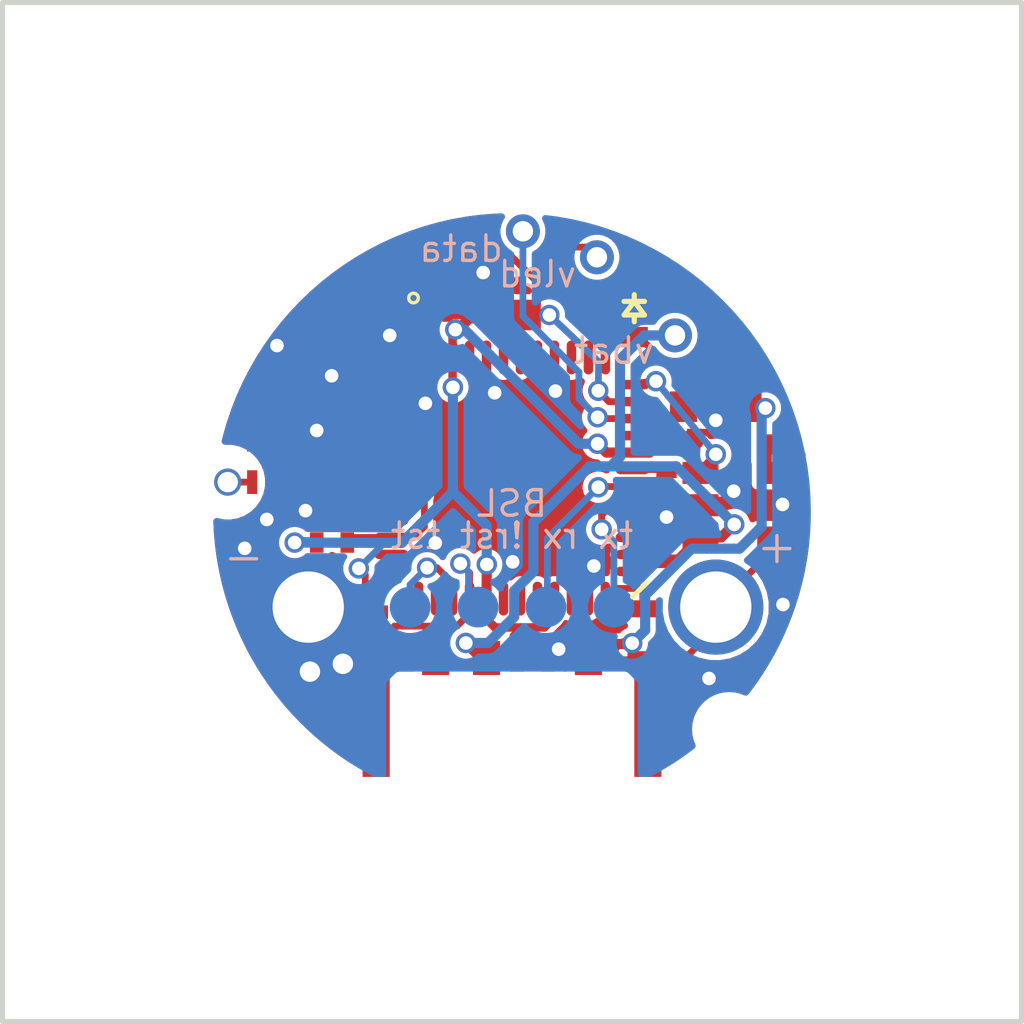
<source format=kicad_pcb>
(kicad_pcb (version 4) (host pcbnew 4.0.5+dfsg1-4)

  (general
    (links 79)
    (no_connects 0)
    (area -15.075001 -15.075001 15.075001 15.075001)
    (thickness 0.6)
    (drawings 12)
    (tracks 367)
    (zones 0)
    (modules 37)
    (nets 51)
  )

  (page A4)
  (layers
    (0 F.Cu signal)
    (31 B.Cu signal)
    (32 B.Adhes user)
    (33 F.Adhes user)
    (34 B.Paste user)
    (35 F.Paste user)
    (36 B.SilkS user)
    (37 F.SilkS user)
    (38 B.Mask user)
    (39 F.Mask user)
    (40 Dwgs.User user)
    (41 Cmts.User user)
    (42 Eco1.User user)
    (43 Eco2.User user)
    (44 Edge.Cuts user)
    (45 Margin user)
    (46 B.CrtYd user)
    (47 F.CrtYd user)
    (48 B.Fab user)
    (49 F.Fab user)
  )

  (setup
    (last_trace_width 0.2)
    (trace_clearance 0.16)
    (zone_clearance 0)
    (zone_45_only yes)
    (trace_min 0.2)
    (segment_width 0.15)
    (edge_width 0.15)
    (via_size 0.6)
    (via_drill 0.4)
    (via_min_size 0.4)
    (via_min_drill 0.3)
    (uvia_size 0.3)
    (uvia_drill 0.1)
    (uvias_allowed no)
    (uvia_min_size 0.2)
    (uvia_min_drill 0.1)
    (pcb_text_width 0.3)
    (pcb_text_size 1.5 1.5)
    (mod_edge_width 0.15)
    (mod_text_size 1 1)
    (mod_text_width 0.15)
    (pad_size 0.8 0.8)
    (pad_drill 0.6)
    (pad_to_mask_clearance 0.1524)
    (aux_axis_origin 0 0)
    (visible_elements FFFFFF7F)
    (pcbplotparams
      (layerselection 0x010f0_80000001)
      (usegerberextensions true)
      (excludeedgelayer true)
      (linewidth 0.100000)
      (plotframeref false)
      (viasonmask false)
      (mode 1)
      (useauxorigin false)
      (hpglpennumber 1)
      (hpglpenspeed 20)
      (hpglpendiameter 15)
      (hpglpenoverlay 2)
      (psnegative false)
      (psa4output false)
      (plotreference true)
      (plotvalue true)
      (plotinvisibletext false)
      (padsonsilk false)
      (subtractmaskfromsilk false)
      (outputformat 1)
      (mirror false)
      (drillshape 0)
      (scaleselection 1)
      (outputdirectory gerb/))
  )

  (net 0 "")
  (net 1 /VIN)
  (net 2 GND)
  (net 3 /PWRSW)
  (net 4 /DOUT)
  (net 5 /VLED)
  (net 6 /VBAT)
  (net 7 /VCC)
  (net 8 /PROG)
  (net 9 "Net-(SW1-Pad1)")
  (net 10 /3V3)
  (net 11 /!RST)
  (net 12 /TEST)
  (net 13 /BSL_TX)
  (net 14 /BSL_RX)
  (net 15 /STAT)
  (net 16 "Net-(U2-Pad3)")
  (net 17 "Net-(U2-Pad2)")
  (net 18 "Net-(U2-Pad4)")
  (net 19 "Net-(U2-Pad9)")
  (net 20 "Net-(U2-Pad17)")
  (net 21 "Net-(U2-Pad19)")
  (net 22 "Net-(U2-Pad21)")
  (net 23 "Net-(U2-Pad20)")
  (net 24 "Net-(U2-Pad18)")
  (net 25 "Net-(U2-Pad24)")
  (net 26 "Net-(U2-Pad23)")
  (net 27 "Net-(U2-Pad15)")
  (net 28 "Net-(U2-Pad16)")
  (net 29 "Net-(U2-Pad14)")
  (net 30 "Net-(U2-Pad13)")
  (net 31 "Net-(U2-Pad36)")
  (net 32 "Net-(U2-Pad35)")
  (net 33 "Net-(U2-Pad44)")
  (net 34 "Net-(U2-Pad43)")
  (net 35 "Net-(U2-Pad38)")
  (net 36 "Net-(U2-Pad37)")
  (net 37 "Net-(U2-Pad46)")
  (net 38 "Net-(U2-Pad47)")
  (net 39 "Net-(U3-Pad4)")
  (net 40 "Net-(C8-Pad1)")
  (net 41 "Net-(C10-Pad2)")
  (net 42 "Net-(R4-Pad1)")
  (net 43 /RF_N)
  (net 44 /RF_P)
  (net 45 /RF_XIN)
  (net 46 /RF_XOUT)
  (net 47 "Net-(ANT1-Pad1)")
  (net 48 /VADC)
  (net 49 /VBATSW)
  (net 50 "Net-(U2-Pad1)")

  (net_class Default "This is the default net class."
    (clearance 0.16)
    (trace_width 0.2)
    (via_dia 0.6)
    (via_drill 0.4)
    (uvia_dia 0.3)
    (uvia_drill 0.1)
    (add_net /!RST)
    (add_net /BSL_RX)
    (add_net /BSL_TX)
    (add_net /DOUT)
    (add_net /PROG)
    (add_net /RF_N)
    (add_net /RF_P)
    (add_net /RF_XIN)
    (add_net /RF_XOUT)
    (add_net /STAT)
    (add_net /TEST)
    (add_net /VADC)
    (add_net "Net-(ANT1-Pad1)")
    (add_net "Net-(C10-Pad2)")
    (add_net "Net-(C8-Pad1)")
    (add_net "Net-(R4-Pad1)")
    (add_net "Net-(SW1-Pad1)")
    (add_net "Net-(U2-Pad1)")
    (add_net "Net-(U2-Pad13)")
    (add_net "Net-(U2-Pad14)")
    (add_net "Net-(U2-Pad15)")
    (add_net "Net-(U2-Pad16)")
    (add_net "Net-(U2-Pad17)")
    (add_net "Net-(U2-Pad18)")
    (add_net "Net-(U2-Pad19)")
    (add_net "Net-(U2-Pad2)")
    (add_net "Net-(U2-Pad20)")
    (add_net "Net-(U2-Pad21)")
    (add_net "Net-(U2-Pad23)")
    (add_net "Net-(U2-Pad24)")
    (add_net "Net-(U2-Pad3)")
    (add_net "Net-(U2-Pad35)")
    (add_net "Net-(U2-Pad36)")
    (add_net "Net-(U2-Pad37)")
    (add_net "Net-(U2-Pad38)")
    (add_net "Net-(U2-Pad4)")
    (add_net "Net-(U2-Pad43)")
    (add_net "Net-(U2-Pad44)")
    (add_net "Net-(U2-Pad46)")
    (add_net "Net-(U2-Pad47)")
    (add_net "Net-(U2-Pad9)")
    (add_net "Net-(U3-Pad4)")
  )

  (net_class power ""
    (clearance 0.16)
    (trace_width 0.3)
    (via_dia 0.6)
    (via_drill 0.4)
    (uvia_dia 0.3)
    (uvia_drill 0.1)
    (add_net /3V3)
    (add_net /PWRSW)
    (add_net /VBAT)
    (add_net /VBATSW)
    (add_net /VCC)
    (add_net /VIN)
    (add_net /VLED)
    (add_net GND)
  )

  (module outline:18mm (layer F.Cu) (tedit 0) (tstamp 5AF9BE81)
    (at 0 0)
    (fp_text reference "" (at 0 0) (layer F.SilkS)
      (effects (font (thickness 0.15)))
    )
    (fp_text value "" (at 0 0) (layer F.SilkS)
      (effects (font (thickness 0.15)))
    )
    (fp_poly (pts (xy 0 -10.500134) (xy 0 -8.999967) (xy 0.463136 -8.988255) (xy 0.920193 -8.953498)
      (xy 1.370604 -8.896263) (xy 1.813805 -8.817114) (xy 2.249229 -8.716618) (xy 2.676311 -8.595339)
      (xy 3.094486 -8.453844) (xy 3.503188 -8.292697) (xy 3.901852 -8.112464) (xy 4.289912 -7.91371)
      (xy 4.666803 -7.697002) (xy 5.031959 -7.462904) (xy 5.384816 -7.211983) (xy 5.724806 -6.944802)
      (xy 6.051366 -6.661929) (xy 6.363928 -6.363928) (xy 6.661929 -6.051366) (xy 6.944803 -5.724806)
      (xy 7.211983 -5.384816) (xy 7.462904 -5.031959) (xy 7.697002 -4.666803) (xy 7.91371 -4.289912)
      (xy 8.112464 -3.901852) (xy 8.292697 -3.503188) (xy 8.453844 -3.094486) (xy 8.595339 -2.676311)
      (xy 8.716618 -2.249228) (xy 8.817114 -1.813804) (xy 8.896263 -1.370604) (xy 8.953498 -0.920193)
      (xy 8.988255 -0.463136) (xy 8.999967 0) (xy 8.99725 0.194418) (xy 8.990352 0.388386)
      (xy 8.979295 0.581843) (xy 8.964102 0.774725) (xy 8.944794 0.96697) (xy 8.921395 1.158516)
      (xy 8.893927 1.349301) (xy 8.862413 1.539261) (xy 8.826875 1.728336) (xy 8.787334 1.916462)
      (xy 8.743815 2.103577) (xy 8.696339 2.289619) (xy 8.644929 2.474526) (xy 8.589607 2.658234)
      (xy 8.530395 2.840682) (xy 8.467316 3.021808) (xy 8.400394 3.201549) (xy 8.329649 3.379842)
      (xy 8.255104 3.556625) (xy 8.176782 3.731837) (xy 8.094706 3.905414) (xy 8.008897 4.077294)
      (xy 7.919379 4.247415) (xy 7.826173 4.415715) (xy 7.729303 4.582131) (xy 7.62879 4.746601)
      (xy 7.524657 4.909062) (xy 7.416927 5.069453) (xy 7.305622 5.22771) (xy 7.190764 5.383771)
      (xy 7.072376 5.537575) (xy 6.95048 5.689058) (xy 6.935615 5.677761) (xy 6.920543 5.666792)
      (xy 6.905271 5.656153) (xy 6.889804 5.645847) (xy 6.874148 5.635875) (xy 6.858307 5.626238)
      (xy 6.842289 5.616941) (xy 6.826097 5.607982) (xy 6.809738 5.599366) (xy 6.793218 5.591094)
      (xy 6.776541 5.583167) (xy 6.759714 5.575588) (xy 6.742742 5.568358) (xy 6.725631 5.56148)
      (xy 6.708386 5.554954) (xy 6.691012 5.548784) (xy 6.673516 5.542972) (xy 6.655902 5.537518)
      (xy 6.638177 5.532425) (xy 6.620346 5.527694) (xy 6.602415 5.523329) (xy 6.584388 5.51933)
      (xy 6.566272 5.515699) (xy 6.548073 5.512439) (xy 6.529795 5.509552) (xy 6.511444 5.507038)
      (xy 6.493027 5.504901) (xy 6.474547 5.503141) (xy 6.456012 5.501762) (xy 6.437426 5.500764)
      (xy 6.418796 5.500151) (xy 6.400126 5.499922) (xy 6.353797 5.501084) (xy 6.308077 5.504551)
      (xy 6.263021 5.510268) (xy 6.218686 5.518177) (xy 6.175129 5.528223) (xy 6.132406 5.540348)
      (xy 6.090575 5.554497) (xy 6.049691 5.570611) (xy 6.009811 5.588636) (xy 5.970992 5.608513)
      (xy 5.933291 5.630188) (xy 5.896764 5.653602) (xy 5.861467 5.678699) (xy 5.827458 5.705424)
      (xy 5.794792 5.733718) (xy 5.763527 5.763527) (xy 5.733718 5.794792) (xy 5.705424 5.827458)
      (xy 5.678699 5.861467) (xy 5.653602 5.896764) (xy 5.630188 5.933291) (xy 5.608513 5.970992)
      (xy 5.588636 6.009811) (xy 5.570611 6.049691) (xy 5.554497 6.090575) (xy 5.540348 6.132406)
      (xy 5.528223 6.175129) (xy 5.518177 6.218686) (xy 5.510268 6.263021) (xy 5.504551 6.308077)
      (xy 5.501084 6.353797) (xy 5.499922 6.400126) (xy 5.500146 6.418691) (xy 5.500751 6.437216)
      (xy 5.501735 6.455698) (xy 5.503097 6.474131) (xy 5.504835 6.492508) (xy 5.506947 6.510825)
      (xy 5.509431 6.529075) (xy 5.512284 6.547255) (xy 5.515507 6.565357) (xy 5.519095 6.583377)
      (xy 5.523049 6.601309) (xy 5.527365 6.619148) (xy 5.532042 6.636888) (xy 5.537077 6.654524)
      (xy 5.54247 6.67205) (xy 5.548219 6.68946) (xy 5.554321 6.70675) (xy 5.560774 6.723914)
      (xy 5.567577 6.740947) (xy 5.574728 6.757842) (xy 5.582225 6.774594) (xy 5.590065 6.791199)
      (xy 5.598249 6.80765) (xy 5.606772 6.823942) (xy 5.615634 6.840069) (xy 5.624833 6.856027)
      (xy 5.634367 6.871809) (xy 5.644233 6.88741) (xy 5.654431 6.902825) (xy 5.664958 6.918048)
      (xy 5.675812 6.933073) (xy 5.686991 6.947896) (xy 5.640399 6.98588) (xy 5.593563 7.023546)
      (xy 5.546483 7.060892) (xy 5.499162 7.097917) (xy 5.451601 7.134621) (xy 5.403802 7.171002)
      (xy 5.355766 7.207059) (xy 5.307496 7.242792) (xy 5.258993 7.278198) (xy 5.210258 7.313277)
      (xy 5.161294 7.348028) (xy 5.112101 7.38245) (xy 5.062683 7.416541) (xy 5.013039 7.4503)
      (xy 4.963173 7.483727) (xy 4.913085 7.516821) (xy 4.862778 7.549579) (xy 4.812253 7.582002)
      (xy 4.761511 7.614087) (xy 4.710555 7.645835) (xy 4.659386 7.677243) (xy 4.608006 7.708311)
      (xy 4.556416 7.739037) (xy 4.504619 7.769421) (xy 4.452615 7.799461) (xy 4.400407 7.829156)
      (xy 4.347995 7.858506) (xy 4.295383 7.887509) (xy 4.242571 7.916163) (xy 4.189561 7.944469)
      (xy 4.136355 7.972424) (xy 4.082955 8.000028) (xy 3.500045 8.000028) (xy 3.500045 5.099947)
      (xy 3.300057 4.899959) (xy -3.300057 4.899959) (xy -3.500045 5.099947) (xy -3.500045 8.000028)
      (xy -4.118095 8.000028) (xy -4.395769 7.850958) (xy -4.666782 7.693066) (xy -4.930992 7.526581)
      (xy -5.188258 7.351736) (xy -5.43844 7.168762) (xy -5.681396 6.977889) (xy -5.916985 6.779349)
      (xy -6.145066 6.573373) (xy -6.365498 6.360191) (xy -6.57814 6.140036) (xy -6.782851 5.913138)
      (xy -6.97949 5.679728) (xy -7.167917 5.440038) (xy -7.347989 5.194299) (xy -7.519566 4.942741)
      (xy -7.682507 4.685595) (xy -7.836671 4.423094) (xy -7.981916 4.155468) (xy -8.118103 3.882948)
      (xy -8.245089 3.605765) (xy -8.362734 3.32415) (xy -8.470896 3.038335) (xy -8.569435 2.74855)
      (xy -8.65821 2.455028) (xy -8.73708 2.157998) (xy -8.805903 1.857692) (xy -8.864538 1.55434)
      (xy -8.912845 1.248176) (xy -8.950683 0.939428) (xy -8.977909 0.628329) (xy -8.994385 0.315109)
      (xy -8.999967 0) (xy -8.988255 -0.463136) (xy -8.953498 -0.920193) (xy -8.896263 -1.370604)
      (xy -8.817114 -1.813804) (xy -8.716618 -2.249228) (xy -8.595339 -2.676311) (xy -8.453844 -3.094486)
      (xy -8.292697 -3.503188) (xy -8.112464 -3.901852) (xy -7.91371 -4.289912) (xy -7.697002 -4.666803)
      (xy -7.462904 -5.031959) (xy -7.211983 -5.384816) (xy -6.944802 -5.724806) (xy -6.661929 -6.051366)
      (xy -6.363928 -6.363928) (xy -6.051366 -6.661929) (xy -5.724806 -6.944802) (xy -5.384816 -7.211983)
      (xy -5.031959 -7.462904) (xy -4.666803 -7.697002) (xy -4.289912 -7.91371) (xy -3.901852 -8.112464)
      (xy -3.503188 -8.292697) (xy -3.094486 -8.453844) (xy -2.676311 -8.595339) (xy -2.249228 -8.716618)
      (xy -1.813804 -8.817114) (xy -1.370604 -8.896263) (xy -0.920193 -8.953498) (xy -0.463136 -8.988255)
      (xy 0 -8.999967) (xy 0 -8.999967) (xy 0 -10.500134) (xy -0.540338 -10.486478)
      (xy -1.073584 -10.445936) (xy -1.599076 -10.379167) (xy -2.116155 -10.286831) (xy -2.624162 -10.169589)
      (xy -3.122437 -10.028099) (xy -3.610319 -9.863022) (xy -4.08715 -9.675017) (xy -4.552269 -9.464745)
      (xy -5.005016 -9.232864) (xy -5.444733 -8.980035) (xy -5.870758 -8.706917) (xy -6.282433 -8.414171)
      (xy -6.679097 -8.102455) (xy -7.060092 -7.77243) (xy -7.424756 -7.424756) (xy -7.77243 -7.060092)
      (xy -8.102455 -6.679097) (xy -8.414171 -6.282433) (xy -8.706917 -5.870758) (xy -8.980035 -5.444733)
      (xy -9.232864 -5.005016) (xy -9.464745 -4.552269) (xy -9.675017 -4.08715) (xy -9.863022 -3.610319)
      (xy -10.028099 -3.122437) (xy -10.169589 -2.624162) (xy -10.286831 -2.116155) (xy -10.379167 -1.599076)
      (xy -10.445936 -1.073584) (xy -10.486478 -0.540338) (xy -10.500134 0) (xy -10.486478 0.540338)
      (xy -10.445936 1.073584) (xy -10.379167 1.599076) (xy -10.286831 2.116155) (xy -10.169589 2.624162)
      (xy -10.028099 3.122437) (xy -9.863022 3.610319) (xy -9.675017 4.08715) (xy -9.464745 4.552269)
      (xy -9.232864 5.005016) (xy -8.980035 5.444733) (xy -8.706917 5.870758) (xy -8.414171 6.282433)
      (xy -8.102455 6.679097) (xy -7.77243 7.060092) (xy -7.424756 7.424756) (xy -7.060092 7.77243)
      (xy -6.679097 8.102455) (xy -6.282433 8.414171) (xy -5.870758 8.706917) (xy -5.444733 8.980035)
      (xy -5.005016 9.232864) (xy -4.552269 9.464745) (xy -4.08715 9.675017) (xy -3.610319 9.863022)
      (xy -3.122437 10.028099) (xy -2.624162 10.169589) (xy -2.116155 10.286831) (xy -1.599076 10.379167)
      (xy -1.073584 10.445936) (xy -0.540338 10.486478) (xy 0 10.500134) (xy 0.540338 10.486478)
      (xy 1.073584 10.445936) (xy 1.599076 10.379167) (xy 2.116155 10.286831) (xy 2.624162 10.169589)
      (xy 3.122437 10.028099) (xy 3.610319 9.863022) (xy 4.08715 9.675017) (xy 4.552269 9.464745)
      (xy 5.005016 9.232864) (xy 5.444733 8.980035) (xy 5.870758 8.706917) (xy 6.282433 8.414171)
      (xy 6.679097 8.102455) (xy 7.060092 7.77243) (xy 7.424756 7.424756) (xy 7.77243 7.060092)
      (xy 8.102455 6.679097) (xy 8.414171 6.282433) (xy 8.706917 5.870758) (xy 8.980035 5.444733)
      (xy 9.232864 5.005016) (xy 9.464745 4.552269) (xy 9.675017 4.08715) (xy 9.863022 3.610319)
      (xy 10.028099 3.122437) (xy 10.169589 2.624162) (xy 10.286831 2.116155) (xy 10.379167 1.599076)
      (xy 10.445936 1.073584) (xy 10.486478 0.540338) (xy 10.500134 0) (xy 10.486478 -0.540338)
      (xy 10.445936 -1.073584) (xy 10.379167 -1.599076) (xy 10.286831 -2.116155) (xy 10.169589 -2.624162)
      (xy 10.028099 -3.122437) (xy 9.863022 -3.610319) (xy 9.675017 -4.08715) (xy 9.464745 -4.552269)
      (xy 9.232864 -5.005016) (xy 8.980035 -5.444733) (xy 8.706917 -5.870758) (xy 8.414171 -6.282433)
      (xy 8.102455 -6.679097) (xy 7.77243 -7.060092) (xy 7.424756 -7.424756) (xy 7.060092 -7.77243)
      (xy 6.679097 -8.102455) (xy 6.282433 -8.414171) (xy 5.870758 -8.706917) (xy 5.444733 -8.980035)
      (xy 5.005016 -9.232864) (xy 4.552269 -9.464745) (xy 4.08715 -9.675017) (xy 3.610319 -9.863022)
      (xy 3.122437 -10.028099) (xy 2.624162 -10.169589) (xy 2.116155 -10.286831) (xy 1.599076 -10.379167)
      (xy 1.073584 -10.445936) (xy 0.540338 -10.486478) (xy 0 -10.500134) (xy 0 -10.500134)) (layer B.Mask) (width 0.000001))
    (fp_poly (pts (xy 0 -10.500134) (xy 0 -8.999967) (xy 0.463136 -8.988254) (xy 0.920193 -8.953498)
      (xy 1.370604 -8.896263) (xy 1.813805 -8.817114) (xy 2.249229 -8.716618) (xy 2.676311 -8.595339)
      (xy 3.094486 -8.453843) (xy 3.503188 -8.292696) (xy 3.901852 -8.112463) (xy 4.289912 -7.91371)
      (xy 4.666803 -7.697002) (xy 5.03196 -7.462904) (xy 5.384816 -7.211982) (xy 5.724807 -6.944802)
      (xy 6.051366 -6.661929) (xy 6.363929 -6.363928) (xy 6.66193 -6.051365) (xy 6.944803 -5.724806)
      (xy 7.211983 -5.384815) (xy 7.462905 -5.031959) (xy 7.697002 -4.666802) (xy 7.913711 -4.289911)
      (xy 8.112464 -3.901851) (xy 8.292697 -3.503187) (xy 8.453844 -3.094485) (xy 8.595339 -2.67631)
      (xy 8.716618 -2.249228) (xy 8.817115 -1.813804) (xy 8.896263 -1.370604) (xy 8.953498 -0.920192)
      (xy 8.988255 -0.463136) (xy 8.999967 0) (xy 8.99725 0.194419) (xy 8.990352 0.388387)
      (xy 8.979295 0.581843) (xy 8.964102 0.774725) (xy 8.944794 0.966971) (xy 8.921396 1.158517)
      (xy 8.893928 1.349301) (xy 8.862413 1.539262) (xy 8.826875 1.728337) (xy 8.787335 1.916463)
      (xy 8.743816 2.103578) (xy 8.69634 2.28962) (xy 8.644929 2.474526) (xy 8.589607 2.658235)
      (xy 8.530395 2.840683) (xy 8.467317 3.021808) (xy 8.400394 3.201549) (xy 8.329649 3.379842)
      (xy 8.255104 3.556626) (xy 8.176783 3.731837) (xy 8.094706 3.905414) (xy 8.008898 4.077295)
      (xy 7.919379 4.247416) (xy 7.826174 4.415715) (xy 7.729303 4.582131) (xy 7.62879 4.746601)
      (xy 7.524657 4.909062) (xy 7.416927 5.069453) (xy 7.305622 5.22771) (xy 7.190764 5.383771)
      (xy 7.072376 5.537575) (xy 6.95048 5.689058) (xy 6.935615 5.677761) (xy 6.920543 5.666792)
      (xy 6.905271 5.656153) (xy 6.889804 5.645847) (xy 6.874148 5.635875) (xy 6.858307 5.626239)
      (xy 6.842289 5.616941) (xy 6.826097 5.607983) (xy 6.809738 5.599367) (xy 6.793218 5.591095)
      (xy 6.776541 5.583168) (xy 6.759714 5.575589) (xy 6.742742 5.568359) (xy 6.725631 5.56148)
      (xy 6.708386 5.554955) (xy 6.691012 5.548785) (xy 6.673516 5.542972) (xy 6.655902 5.537518)
      (xy 6.638177 5.532425) (xy 6.620346 5.527695) (xy 6.602415 5.52333) (xy 6.584388 5.519331)
      (xy 6.566272 5.5157) (xy 6.548073 5.51244) (xy 6.529795 5.509553) (xy 6.511444 5.507039)
      (xy 6.493027 5.504902) (xy 6.474547 5.503142) (xy 6.456012 5.501763) (xy 6.437426 5.500765)
      (xy 6.418796 5.500152) (xy 6.400126 5.499924) (xy 6.353797 5.501085) (xy 6.308077 5.504552)
      (xy 6.263021 5.510269) (xy 6.218686 5.518178) (xy 6.175129 5.528224) (xy 6.132406 5.540349)
      (xy 6.090575 5.554497) (xy 6.049691 5.570612) (xy 6.009811 5.588637) (xy 5.970993 5.608514)
      (xy 5.933291 5.630188) (xy 5.896764 5.653603) (xy 5.861467 5.6787) (xy 5.827458 5.705425)
      (xy 5.794792 5.733719) (xy 5.763527 5.763527) (xy 5.733719 5.794793) (xy 5.705424 5.827458)
      (xy 5.6787 5.861468) (xy 5.653602 5.896764) (xy 5.630188 5.933292) (xy 5.608514 5.970993)
      (xy 5.588636 6.009812) (xy 5.570612 6.049691) (xy 5.554497 6.090575) (xy 5.540349 6.132407)
      (xy 5.528224 6.175129) (xy 5.518178 6.218686) (xy 5.510268 6.263021) (xy 5.504552 6.308077)
      (xy 5.501084 6.353798) (xy 5.499923 6.400127) (xy 5.500147 6.418691) (xy 5.500751 6.437217)
      (xy 5.501736 6.455699) (xy 5.503098 6.474131) (xy 5.504836 6.492508) (xy 5.506947 6.510825)
      (xy 5.509431 6.529076) (xy 5.512285 6.547255) (xy 5.515507 6.565357) (xy 5.519096 6.583377)
      (xy 5.523049 6.60131) (xy 5.527365 6.619148) (xy 5.532042 6.636888) (xy 5.537078 6.654524)
      (xy 5.542471 6.67205) (xy 5.548219 6.689461) (xy 5.554321 6.706751) (xy 5.560774 6.723915)
      (xy 5.567577 6.740947) (xy 5.574728 6.757842) (xy 5.582225 6.774595) (xy 5.590066 6.791199)
      (xy 5.598249 6.80765) (xy 5.606773 6.823942) (xy 5.615635 6.840069) (xy 5.624834 6.856027)
      (xy 5.634367 6.871809) (xy 5.644234 6.88741) (xy 5.654431 6.902825) (xy 5.664958 6.918048)
      (xy 5.675812 6.933074) (xy 5.686992 6.947897) (xy 5.6404 6.98588) (xy 5.593563 7.023546)
      (xy 5.546483 7.060892) (xy 5.499162 7.097917) (xy 5.451601 7.134621) (xy 5.403802 7.171002)
      (xy 5.355766 7.207059) (xy 5.307496 7.242792) (xy 5.258993 7.278198) (xy 5.210258 7.313277)
      (xy 5.161294 7.348028) (xy 5.112101 7.38245) (xy 5.062683 7.416541) (xy 5.013039 7.450301)
      (xy 4.963173 7.483728) (xy 4.913085 7.516821) (xy 4.862778 7.54958) (xy 4.812253 7.582002)
      (xy 4.761511 7.614088) (xy 4.710555 7.645835) (xy 4.659386 7.677243) (xy 4.608006 7.708311)
      (xy 4.556416 7.739037) (xy 4.504619 7.769421) (xy 4.452615 7.799461) (xy 4.400407 7.829157)
      (xy 4.347995 7.858507) (xy 4.295383 7.887509) (xy 4.242571 7.916164) (xy 4.189561 7.944469)
      (xy 4.136355 7.972425) (xy 4.082955 8.000029) (xy 3.500045 8.000029) (xy 3.500045 5.099948)
      (xy 3.300057 4.89996) (xy -3.300057 4.89996) (xy -3.500045 5.099948) (xy -3.500045 8.000028)
      (xy -4.118095 8.000028) (xy -4.395769 7.850959) (xy -4.666782 7.693066) (xy -4.930992 7.526581)
      (xy -5.188258 7.351736) (xy -5.43844 7.168762) (xy -5.681396 6.977889) (xy -5.916985 6.779349)
      (xy -6.145066 6.573373) (xy -6.365498 6.360192) (xy -6.57814 6.140036) (xy -6.782851 5.913138)
      (xy -6.97949 5.679729) (xy -7.167917 5.440039) (xy -7.347989 5.194299) (xy -7.519566 4.942741)
      (xy -7.682507 4.685596) (xy -7.836671 4.423095) (xy -7.981916 4.155468) (xy -8.118103 3.882948)
      (xy -8.245089 3.605765) (xy -8.362734 3.324151) (xy -8.470896 3.038336) (xy -8.569435 2.748551)
      (xy -8.65821 2.455028) (xy -8.73708 2.157998) (xy -8.805903 1.857692) (xy -8.864538 1.554341)
      (xy -8.912845 1.248176) (xy -8.950683 0.939429) (xy -8.977909 0.628329) (xy -8.994385 0.31511)
      (xy -8.999967 0) (xy -8.988255 -0.463136) (xy -8.953498 -0.920192) (xy -8.896263 -1.370604)
      (xy -8.817114 -1.813804) (xy -8.716618 -2.249228) (xy -8.595339 -2.67631) (xy -8.453844 -3.094485)
      (xy -8.292697 -3.503187) (xy -8.112464 -3.901851) (xy -7.91371 -4.289911) (xy -7.697002 -4.666802)
      (xy -7.462904 -5.031959) (xy -7.211983 -5.384815) (xy -6.944802 -5.724806) (xy -6.661929 -6.051365)
      (xy -6.363928 -6.363928) (xy -6.051366 -6.661929) (xy -5.724806 -6.944802) (xy -5.384816 -7.211982)
      (xy -5.031959 -7.462904) (xy -4.666803 -7.697002) (xy -4.289912 -7.91371) (xy -3.901852 -8.112463)
      (xy -3.503188 -8.292696) (xy -3.094486 -8.453843) (xy -2.676311 -8.595339) (xy -2.249229 -8.716618)
      (xy -1.813804 -8.817114) (xy -1.370604 -8.896263) (xy -0.920193 -8.953498) (xy -0.463136 -8.988254)
      (xy 0 -8.999967) (xy 0 -8.999967) (xy 0 -10.500134) (xy -0.540338 -10.486478)
      (xy -1.073584 -10.445936) (xy -1.599076 -10.379167) (xy -2.116155 -10.286831) (xy -2.624162 -10.169589)
      (xy -3.122437 -10.028099) (xy -3.610319 -9.863022) (xy -4.08715 -9.675017) (xy -4.552269 -9.464745)
      (xy -5.005016 -9.232864) (xy -5.444733 -8.980035) (xy -5.870758 -8.706917) (xy -6.282433 -8.41417)
      (xy -6.679097 -8.102455) (xy -7.060092 -7.77243) (xy -7.424756 -7.424755) (xy -7.77243 -7.060091)
      (xy -8.102455 -6.679097) (xy -8.414171 -6.282433) (xy -8.706917 -5.870758) (xy -8.980035 -5.444732)
      (xy -9.232864 -5.005016) (xy -9.464745 -4.552268) (xy -9.675017 -4.087149) (xy -9.863022 -3.610319)
      (xy -10.028099 -3.122436) (xy -10.169589 -2.624162) (xy -10.286831 -2.116155) (xy -10.379167 -1.599075)
      (xy -10.445936 -1.073583) (xy -10.486478 -0.540338) (xy -10.500134 0) (xy -10.486478 0.540339)
      (xy -10.445936 1.073584) (xy -10.379167 1.599076) (xy -10.286831 2.116156) (xy -10.169589 2.624163)
      (xy -10.028099 3.122437) (xy -9.863022 3.61032) (xy -9.675017 4.08715) (xy -9.464745 4.552269)
      (xy -9.232864 5.005017) (xy -8.980035 5.444733) (xy -8.706917 5.870759) (xy -8.414171 6.282433)
      (xy -8.102455 6.679098) (xy -7.77243 7.060092) (xy -7.424756 7.424756) (xy -7.060092 7.77243)
      (xy -6.679097 8.102455) (xy -6.282433 8.414171) (xy -5.870758 8.706917) (xy -5.444733 8.980035)
      (xy -5.005016 9.232864) (xy -4.552269 9.464745) (xy -4.08715 9.675018) (xy -3.610319 9.863022)
      (xy -3.122437 10.028099) (xy -2.624162 10.169589) (xy -2.116155 10.286831) (xy -1.599076 10.379167)
      (xy -1.073584 10.445936) (xy -0.540338 10.486478) (xy 0 10.500134) (xy 0.540338 10.486478)
      (xy 1.073584 10.445936) (xy 1.599076 10.379167) (xy 2.116155 10.286831) (xy 2.624162 10.169589)
      (xy 3.122437 10.028099) (xy 3.610319 9.863022) (xy 4.08715 9.675018) (xy 4.552269 9.464745)
      (xy 5.005016 9.232864) (xy 5.444733 8.980035) (xy 5.870758 8.706917) (xy 6.282433 8.414171)
      (xy 6.679097 8.102455) (xy 7.060092 7.77243) (xy 7.424756 7.424756) (xy 7.77243 7.060092)
      (xy 8.102455 6.679098) (xy 8.414171 6.282433) (xy 8.706917 5.870759) (xy 8.980035 5.444733)
      (xy 9.232864 5.005017) (xy 9.464745 4.552269) (xy 9.675017 4.08715) (xy 9.863022 3.61032)
      (xy 10.028099 3.122437) (xy 10.169589 2.624163) (xy 10.286831 2.116156) (xy 10.379167 1.599076)
      (xy 10.445936 1.073584) (xy 10.486478 0.540339) (xy 10.500134 0) (xy 10.486478 -0.540338)
      (xy 10.445936 -1.073583) (xy 10.379167 -1.599075) (xy 10.286831 -2.116155) (xy 10.169589 -2.624162)
      (xy 10.028099 -3.122436) (xy 9.863022 -3.610319) (xy 9.675017 -4.087149) (xy 9.464745 -4.552268)
      (xy 9.232864 -5.005016) (xy 8.980035 -5.444732) (xy 8.706917 -5.870758) (xy 8.414171 -6.282433)
      (xy 8.102455 -6.679097) (xy 7.77243 -7.060091) (xy 7.424756 -7.424755) (xy 7.060092 -7.77243)
      (xy 6.679097 -8.102455) (xy 6.282433 -8.41417) (xy 5.870758 -8.706917) (xy 5.444733 -8.980035)
      (xy 5.005016 -9.232864) (xy 4.552269 -9.464745) (xy 4.08715 -9.675017) (xy 3.610319 -9.863022)
      (xy 3.122437 -10.028099) (xy 2.624162 -10.169589) (xy 2.116155 -10.286831) (xy 1.599076 -10.379167)
      (xy 1.073584 -10.445936) (xy 0.540338 -10.486478) (xy 0 -10.500134) (xy 0 -10.500134)) (layer F.Mask) (width 0.000001))
  )

  (module passives:R0603 (layer F.Cu) (tedit 578D5D95) (tstamp 5B6AF040)
    (at 3.85 3.6 270)
    (descr "Resistor SMD 0603, reflow soldering, Vishay (see dcrcw.pdf)")
    (tags "resistor 0603")
    (path /5B4F2ED9)
    (attr smd)
    (fp_text reference D2 (at 0 -1.9 270) (layer F.SilkS) hide
      (effects (font (size 1 1) (thickness 0.15)))
    )
    (fp_text value VDROP (at 0 1.9 270) (layer F.Fab) hide
      (effects (font (size 1 1) (thickness 0.15)))
    )
    (pad 1 smd rect (at -0.75 0 270) (size 0.5 0.9) (layers F.Cu F.Paste F.Mask)
      (net 48 /VADC))
    (pad 2 smd rect (at 0.75 0 270) (size 0.5 0.9) (layers F.Cu F.Paste F.Mask)
      (net 49 /VBATSW))
    (model LEDs.3dshapes/LED_0603.wrl
      (at (xyz 0 0 0))
      (scale (xyz 1 1 1))
      (rotate (xyz 0 0 0))
    )
  )

  (module goodwatch21:CC430F513x (layer F.Cu) (tedit 5B049A23) (tstamp 5AEBDB27)
    (at 0 -1 180)
    (path /5AE8CED5)
    (solder_mask_margin 0.07)
    (fp_text reference U2 (at 0 -5 180) (layer F.SilkS) hide
      (effects (font (size 0.75 0.75) (thickness 0.1)))
    )
    (fp_text value CC430F513x (at 0 5 180) (layer F.Fab) hide
      (effects (font (size 0.75 0.75) (thickness 0.1)))
    )
    (fp_line (start -3.95 -3.1) (end -3.55 -3.5) (layer F.SilkS) (width 0.15))
    (pad "" smd rect (at 1.05 -1 180) (size 1.5 1.5) (layers F.Paste))
    (pad "" smd rect (at 1.05 1.05 180) (size 1.5 1.5) (layers F.Paste))
    (pad "" smd rect (at -1.05 1.05 180) (size 1.5 1.5) (layers F.Paste))
    (pad 49 smd rect (at 0 0 180) (size 4.1 4.1) (layers F.Cu F.Mask)
      (net 2 GND) (zone_connect 2))
    (pad 5 smd oval (at -3.55 -0.75 270) (size 0.28 1) (layers F.Cu F.Paste F.Mask)
      (net 13 /BSL_TX))
    (pad 6 smd oval (at -3.55 -0.25 270) (size 0.28 1) (layers F.Cu F.Paste F.Mask)
      (net 14 /BSL_RX))
    (pad 7 smd oval (at -3.55 0.25 270) (size 0.28 1) (layers F.Cu F.Paste F.Mask)
      (net 40 "Net-(C8-Pad1)"))
    (pad 8 smd oval (at -3.55 0.75 270) (size 0.28 1) (layers F.Cu F.Paste F.Mask)
      (net 10 /3V3))
    (pad 3 smd oval (at -3.55 -1.75 270) (size 0.28 1) (layers F.Cu F.Paste F.Mask)
      (net 16 "Net-(U2-Pad3)"))
    (pad 1 smd oval (at -3.55 -2.75 270) (size 0.28 1) (layers F.Cu F.Paste F.Mask)
      (net 50 "Net-(U2-Pad1)"))
    (pad 2 smd oval (at -3.55 -2.25 270) (size 0.28 1) (layers F.Cu F.Paste F.Mask)
      (net 17 "Net-(U2-Pad2)"))
    (pad 4 smd oval (at -3.55 -1.25 270) (size 0.28 1) (layers F.Cu F.Paste F.Mask)
      (net 18 "Net-(U2-Pad4)"))
    (pad 9 smd oval (at -3.55 1.25 270) (size 0.28 1) (layers F.Cu F.Paste F.Mask)
      (net 19 "Net-(U2-Pad9)"))
    (pad 11 smd oval (at -3.55 2.25 270) (size 0.28 1) (layers F.Cu F.Paste F.Mask)
      (net 3 /PWRSW))
    (pad 10 smd oval (at -3.55 1.75 270) (size 0.28 1) (layers F.Cu F.Paste F.Mask)
      (net 4 /DOUT))
    (pad 12 smd oval (at -3.55 2.75 270) (size 0.28 1) (layers F.Cu F.Paste F.Mask)
      (net 15 /STAT))
    (pad 17 smd oval (at -0.75 3.55) (size 0.28 1) (layers F.Cu F.Paste F.Mask)
      (net 20 "Net-(U2-Pad17)"))
    (pad 19 smd oval (at 0.25 3.55) (size 0.28 1) (layers F.Cu F.Paste F.Mask)
      (net 21 "Net-(U2-Pad19)"))
    (pad 21 smd oval (at 1.25 3.55) (size 0.28 1) (layers F.Cu F.Paste F.Mask)
      (net 22 "Net-(U2-Pad21)"))
    (pad 20 smd oval (at 0.75 3.55) (size 0.28 1) (layers F.Cu F.Paste F.Mask)
      (net 23 "Net-(U2-Pad20)"))
    (pad 18 smd oval (at -0.25 3.55) (size 0.28 1) (layers F.Cu F.Paste F.Mask)
      (net 24 "Net-(U2-Pad18)"))
    (pad 24 smd oval (at 2.75 3.55) (size 0.28 1) (layers F.Cu F.Paste F.Mask)
      (net 25 "Net-(U2-Pad24)"))
    (pad 23 smd oval (at 2.25 3.55) (size 0.28 1) (layers F.Cu F.Paste F.Mask)
      (net 26 "Net-(U2-Pad23)"))
    (pad 22 smd oval (at 1.75 3.55) (size 0.28 1) (layers F.Cu F.Paste F.Mask)
      (net 10 /3V3))
    (pad 15 smd oval (at -1.75 3.55) (size 0.28 1) (layers F.Cu F.Paste F.Mask)
      (net 27 "Net-(U2-Pad15)"))
    (pad 16 smd oval (at -1.25 3.55) (size 0.28 1) (layers F.Cu F.Paste F.Mask)
      (net 28 "Net-(U2-Pad16)"))
    (pad 14 smd oval (at -2.25 3.55) (size 0.28 1) (layers F.Cu F.Paste F.Mask)
      (net 29 "Net-(U2-Pad14)"))
    (pad 13 smd oval (at -2.75 3.55) (size 0.28 1) (layers F.Cu F.Paste F.Mask)
      (net 30 "Net-(U2-Pad13)"))
    (pad 36 smd oval (at 3.55 -2.75 90) (size 0.28 1) (layers F.Cu F.Paste F.Mask)
      (net 31 "Net-(U2-Pad36)"))
    (pad 34 smd oval (at 3.55 -1.75 90) (size 0.28 1) (layers F.Cu F.Paste F.Mask)
      (net 41 "Net-(C10-Pad2)"))
    (pad 35 smd oval (at 3.55 -2.25 90) (size 0.28 1) (layers F.Cu F.Paste F.Mask)
      (net 32 "Net-(U2-Pad35)"))
    (pad 27 smd oval (at 3.55 1.75 90) (size 0.28 1) (layers F.Cu F.Paste F.Mask)
      (net 41 "Net-(C10-Pad2)"))
    (pad 33 smd oval (at 3.55 -1.25 90) (size 0.28 1) (layers F.Cu F.Paste F.Mask)
      (net 42 "Net-(R4-Pad1)"))
    (pad 32 smd oval (at 3.55 -0.75 90) (size 0.28 1) (layers F.Cu F.Paste F.Mask)
      (net 41 "Net-(C10-Pad2)"))
    (pad 31 smd oval (at 3.55 -0.25 90) (size 0.28 1) (layers F.Cu F.Paste F.Mask)
      (net 41 "Net-(C10-Pad2)"))
    (pad 26 smd oval (at 3.55 2.25 90) (size 0.28 1) (layers F.Cu F.Paste F.Mask)
      (net 46 /RF_XOUT))
    (pad 25 smd oval (at 3.55 2.75 90) (size 0.28 1) (layers F.Cu F.Paste F.Mask)
      (net 45 /RF_XIN))
    (pad 28 smd oval (at 3.55 1.25 90) (size 0.28 1) (layers F.Cu F.Paste F.Mask)
      (net 41 "Net-(C10-Pad2)"))
    (pad 30 smd oval (at 3.55 0.25 90) (size 0.28 1) (layers F.Cu F.Paste F.Mask)
      (net 43 /RF_N))
    (pad 29 smd oval (at 3.55 0.75 90) (size 0.28 1) (layers F.Cu F.Paste F.Mask)
      (net 44 /RF_P))
    (pad 42 smd oval (at 0.25 -3.55 180) (size 0.28 1) (layers F.Cu F.Paste F.Mask)
      (net 2 GND) (zone_connect 0))
    (pad 44 smd oval (at -0.75 -3.55 180) (size 0.28 1) (layers F.Cu F.Paste F.Mask)
      (net 33 "Net-(U2-Pad44)"))
    (pad 43 smd oval (at -0.25 -3.55 180) (size 0.28 1) (layers F.Cu F.Paste F.Mask)
      (net 34 "Net-(U2-Pad43)"))
    (pad 38 smd oval (at 2.25 -3.55 180) (size 0.28 1) (layers F.Cu F.Paste F.Mask)
      (net 35 "Net-(U2-Pad38)"))
    (pad 37 smd oval (at 2.75 -3.55 180) (size 0.28 1) (layers F.Cu F.Paste F.Mask)
      (net 36 "Net-(U2-Pad37)"))
    (pad 40 smd oval (at 1.25 -3.55 180) (size 0.28 1) (layers F.Cu F.Paste F.Mask)
      (net 11 /!RST))
    (pad 39 smd oval (at 1.75 -3.55 180) (size 0.28 1) (layers F.Cu F.Paste F.Mask)
      (net 12 /TEST))
    (pad 41 smd oval (at 0.75 -3.55 180) (size 0.28 1) (layers F.Cu F.Paste F.Mask)
      (net 10 /3V3))
    (pad 45 smd oval (at -1.25 -3.55 180) (size 0.28 1) (layers F.Cu F.Paste F.Mask)
      (net 10 /3V3))
    (pad 48 smd oval (at -2.75 -3.55 180) (size 0.28 1) (layers F.Cu F.Paste F.Mask)
      (net 48 /VADC))
    (pad 46 smd oval (at -1.75 -3.55 180) (size 0.28 1) (layers F.Cu F.Paste F.Mask)
      (net 37 "Net-(U2-Pad46)"))
    (pad 47 smd oval (at -2.25 -3.55 180) (size 0.28 1) (layers F.Cu F.Paste F.Mask)
      (net 38 "Net-(U2-Pad47)"))
    (pad "" smd rect (at -1.05 -1.05 180) (size 1.5 1.5) (layers F.Paste))
    (model Housings_DFN_QFN.3dshapes/QFN-48-1EP_7x7mm_Pitch0.5mm.wrl
      (at (xyz 0 0 0))
      (scale (xyz 1 1 1))
      (rotate (xyz 0 0 0))
    )
  )

  (module passives:R_0402_NoSilk (layer F.Cu) (tedit 5AF376B8) (tstamp 5AF1AAD7)
    (at -3.95 3.4 270)
    (descr "Resistor SMD 0402, reflow soldering")
    (tags "resistor 0402")
    (path /5AF0C567)
    (attr smd)
    (fp_text reference R2 (at 0 -1.27 270) (layer F.SilkS) hide
      (effects (font (size 1 1) (thickness 0.15)))
    )
    (fp_text value 56K (at 0 1.27 270) (layer F.Fab) hide
      (effects (font (size 1 1) (thickness 0.15)))
    )
    (pad 1 smd rect (at -0.45 0 270) (size 0.4 0.6) (layers F.Cu F.Paste F.Mask)
      (net 10 /3V3))
    (pad 2 smd rect (at 0.45 0 270) (size 0.4 0.6) (layers F.Cu F.Paste F.Mask)
      (net 11 /!RST))
    (model Resistors_SMD.3dshapes/R_0402.wrl
      (at (xyz 0 0 0))
      (scale (xyz 1 1 1))
      (rotate (xyz 0 0 0))
    )
  )

  (module Pin_Headers:Pin_Header_Straight_1x06_Pitch1.00mm (layer B.Cu) (tedit 5AF9A841) (tstamp 5AEBDAC9)
    (at 0 2.8 90)
    (descr "Through hole straight pin header, 1x06, 1.00mm pitch, single row")
    (tags "Through hole pin header THT 1x06 1.00mm single row")
    (path /5AE928B9)
    (fp_text reference J3 (at 1.0922 0 360) (layer B.SilkS) hide
      (effects (font (size 0.75 0.75) (thickness 0.1)) (justify mirror))
    )
    (fp_text value BSL (at 3.05 0 360) (layer B.SilkS)
      (effects (font (size 0.75 0.75) (thickness 0.1)) (justify mirror))
    )
    (fp_text user "tx rx !rst tst" (at 2.1 0 180) (layer B.SilkS)
      (effects (font (size 0.75 0.75) (thickness 0.1)) (justify mirror))
    )
    (pad 1 smd circle (at 0 3 90) (size 1.2 1.2) (layers B.Cu B.Paste B.Mask)
      (net 13 /BSL_TX))
    (pad 2 smd circle (at 0 1 90) (size 1.2 1.2) (layers B.Cu B.Paste B.Mask)
      (net 14 /BSL_RX))
    (pad 3 smd circle (at 0 -1 90) (size 1.2 1.2) (layers B.Cu B.Paste B.Mask)
      (net 11 /!RST))
    (pad 4 smd circle (at 0 -3 90) (size 1.2 1.2) (layers B.Cu B.Paste B.Mask)
      (net 12 /TEST))
    (model ${KISYS3DMOD}/Pin_Headers.3dshapes/Pin_Header_Straight_1x06_Pitch1.00mm.wrl
      (at (xyz 0 0 0))
      (scale (xyz 1 1 1))
      (rotate (xyz 0 0 0))
    )
  )

  (module small_hole (layer F.Cu) (tedit 5B34A5D5) (tstamp 5AFA100D)
    (at -8.37 -0.88)
    (descr "Through hole straight pin header, 1x01, 1.00mm pitch, single row")
    (tags "Through hole pin header THT 1x01 1.00mm single row")
    (path /5AF15EF7)
    (fp_text reference ANT1 (at 0 -1.56) (layer F.SilkS) hide
      (effects (font (size 1 1) (thickness 0.15)))
    )
    (fp_text value Conn_01x01 (at 0 1.56) (layer F.Fab) hide
      (effects (font (size 1 1) (thickness 0.15)))
    )
    (pad 1 thru_hole circle (at 0 0) (size 0.8 0.8) (drill 0.6) (layers *.Cu *.Mask)
      (net 47 "Net-(ANT1-Pad1)") (clearance 0.7))
    (model ${KISYS3DMOD}/Pin_Headers.3dshapes/Pin_Header_Straight_1x01_Pitch1.00mm.wrl
      (at (xyz 0 0 0))
      (scale (xyz 1 1 1))
      (rotate (xyz 0 0 0))
    )
  )

  (module C_0402_NoSilk (layer F.Cu) (tedit 5AF376B8) (tstamp 5AF19C3E)
    (at -0.45 -6.2 90)
    (descr "Capacitor SMD 0402, reflow soldering, AVX (see smccp.pdf)")
    (tags "capacitor 0402")
    (path /5AE8E7C4)
    (attr smd)
    (fp_text reference C5 (at 0 -1.27 90) (layer F.SilkS) hide
      (effects (font (size 1 1) (thickness 0.15)))
    )
    (fp_text value 1u (at 0 1.27 90) (layer F.Fab) hide
      (effects (font (size 1 1) (thickness 0.15)))
    )
    (pad 1 smd rect (at -0.45 0 90) (size 0.4 0.6) (layers F.Cu F.Paste F.Mask)
      (net 10 /3V3))
    (pad 2 smd rect (at 0.45 0 90) (size 0.4 0.6) (layers F.Cu F.Paste F.Mask)
      (net 2 GND))
    (model Capacitors_SMD.3dshapes/C_0402.wrl
      (at (xyz 0 0 0))
      (scale (xyz 1 1 1))
      (rotate (xyz 0 0 0))
    )
  )

  (module SMD_Packages:Conn-3 (layer F.Cu) (tedit 5AF9BA12) (tstamp 59C6C053)
    (at 0 4.8)
    (path /59C4106F)
    (attr smd)
    (fp_text reference SW1 (at 0.1 6.1) (layer F.SilkS) hide
      (effects (font (size 1 1) (thickness 0.15)))
    )
    (fp_text value CONN_01X03 (at 0 4.3) (layer F.Fab) hide
      (effects (font (size 1 1) (thickness 0.15)))
    )
    (pad 3 smd rect (at 2.25 -0.5) (size 0.8 1) (layers F.Cu F.Paste F.Mask)
      (net 49 /VBATSW))
    (pad 2 smd rect (at -0.75 -0.5) (size 0.8 1) (layers F.Cu F.Paste F.Mask)
      (net 6 /VBAT))
    (pad 1 smd rect (at -2.25 -0.5) (size 0.8 1) (layers F.Cu F.Paste F.Mask)
      (net 9 "Net-(SW1-Pad1)"))
    (pad "" smd rect (at 4 1.5) (size 0.8 3) (layers F.Cu F.Paste F.Mask))
    (pad "" smd rect (at -4 1.5) (size 0.8 3) (layers F.Cu F.Paste F.Mask))
  )

  (module goodwatch21:FA128 (layer F.Cu) (tedit 5AF0D775) (tstamp 5AF74846)
    (at -4.8 -4.9 180)
    (path /5AF0D874)
    (fp_text reference X1 (at 0 2.3 180) (layer F.SilkS) hide
      (effects (font (size 1 1) (thickness 0.15)))
    )
    (fp_text value FA128 (at -1.45 -1.15 270) (layer F.Fab) hide
      (effects (font (size 1 1) (thickness 0.15)))
    )
    (pad 1 smd rect (at 0 0 180) (size 0.95 0.85) (layers F.Cu F.Paste F.Mask)
      (net 45 /RF_XIN) (solder_mask_margin 0.1))
    (pad 2 smd rect (at 1.45 0 180) (size 0.95 0.85) (layers F.Cu F.Paste F.Mask)
      (net 2 GND) (solder_mask_margin 0.1) (zone_connect 2))
    (pad 3 smd rect (at 1.45 -1.15 180) (size 0.95 0.85) (layers F.Cu F.Paste F.Mask)
      (net 46 /RF_XOUT) (solder_mask_margin 0.1))
    (pad 4 smd rect (at 0 -1.15 180) (size 0.95 0.85) (layers F.Cu F.Paste F.Mask)
      (net 2 GND) (solder_mask_margin 0.1) (zone_connect 2))
    (model Crystals.3dshapes/Crystal_SMD_2520-4pin_2.5x2.0mm.wrl
      (at (xyz 0.028543 0.02263779 0))
      (scale (xyz 0.8 0.8 0.8))
      (rotate (xyz 0 0 0))
    )
  )

  (module Pin_Headers:Pin_Header_Straight_1x01_Pitch2.54mm (layer B.Cu) (tedit 5AF99022) (tstamp 59C6C021)
    (at -6 2.8)
    (descr "Through hole straight pin header, 1x01, 2.54mm pitch, single row")
    (tags "Through hole pin header THT 1x01 2.54mm single row")
    (path /59C40D58)
    (fp_text reference GND1 (at -1.9 -1.5) (layer B.SilkS) hide
      (effects (font (size 1 1) (thickness 0.15)) (justify mirror))
    )
    (fp_text value CONN_01X01 (at 0 -2.39) (layer B.Fab) hide
      (effects (font (size 1 1) (thickness 0.15)) (justify mirror))
    )
    (pad 1 thru_hole circle (at 0 0) (size 2.8 2.8) (drill 2.1) (layers *.Cu *.Mask)
      (net 2 GND) (zone_connect 2))
  )

  (module TO_SOT_Packages_SMD:SOT-23 (layer F.Cu) (tedit 58992D70) (tstamp 58990951)
    (at 1.4 -6.8 90)
    (descr "SOT-23, Standard")
    (tags SOT-23)
    (path /58991991)
    (attr smd)
    (fp_text reference Q2 (at 0 -2.5 90) (layer F.SilkS) hide
      (effects (font (size 1 1) (thickness 0.15)))
    )
    (fp_text value "AO3401-P Mosfet" (at 0 2.5 90) (layer F.Fab) hide
      (effects (font (size 1 1) (thickness 0.15)))
    )
    (pad 1 smd rect (at -1 -0.95 90) (size 0.9 0.8) (layers F.Cu F.Paste F.Mask)
      (net 3 /PWRSW))
    (pad 2 smd rect (at -1 0.95 90) (size 0.9 0.8) (layers F.Cu F.Paste F.Mask)
      (net 7 /VCC))
    (pad 3 smd rect (at 1 0 90) (size 0.9 0.8) (layers F.Cu F.Paste F.Mask)
      (net 5 /VLED))
    (model TO_SOT_Packages_SMD.3dshapes/SOT-23.wrl
      (at (xyz 0 0 0))
      (scale (xyz 1 1 1))
      (rotate (xyz 0 0 0))
    )
  )

  (module Diodes_SMD:D_0603 (layer F.Cu) (tedit 5AF06B3B) (tstamp 5AF19D6D)
    (at 3.6 -6 270)
    (descr "Diode SMD in 0603 package http://datasheets.avx.com/schottky.pdf")
    (tags "smd diode")
    (path /5898F7E4)
    (attr smd)
    (fp_text reference D1 (at 0 -1.4 270) (layer F.SilkS) hide
      (effects (font (size 1 1) (thickness 0.15)))
    )
    (fp_text value D_Schottky (at 0 1.4 270) (layer F.Fab) hide
      (effects (font (size 1 1) (thickness 0.15)))
    )
    (fp_line (start 0.2 0) (end 0.3 0) (layer F.SilkS) (width 0.15))
    (fp_line (start 0.3 0) (end 0.4 0) (layer F.SilkS) (width 0.15))
    (fp_line (start -0.4 0) (end -0.2 0) (layer F.SilkS) (width 0.15))
    (fp_line (start -0.2 0) (end 0.2 -0.3) (layer F.SilkS) (width 0.15))
    (fp_line (start 0.2 -0.3) (end 0.2 0.3) (layer F.SilkS) (width 0.15))
    (fp_line (start 0.2 0.3) (end -0.2 0) (layer F.SilkS) (width 0.15))
    (fp_line (start -0.2 0) (end -0.2 -0.3) (layer F.SilkS) (width 0.15))
    (fp_line (start -0.2 -0.3) (end -0.2 0.3) (layer F.SilkS) (width 0.15))
    (fp_text user %R (at 0 -1.4 270) (layer F.Fab) hide
      (effects (font (size 1 1) (thickness 0.15)))
    )
    (pad 1 smd rect (at -0.85 0 270) (size 0.6 0.8) (layers F.Cu F.Paste F.Mask)
      (net 7 /VCC))
    (pad 2 smd rect (at 0.85 0 270) (size 0.6 0.8) (layers F.Cu F.Paste F.Mask)
      (net 1 /VIN))
    (model ${KISYS3DMOD}/Diodes_SMD.3dshapes/D_0603.wrl
      (at (xyz 0 0 0))
      (scale (xyz 1 1 1))
      (rotate (xyz 0 0 0))
    )
  )

  (module Pin_Headers:Pin_Header_Straight_1x01_Pitch2.54mm (layer B.Cu) (tedit 5AF99029) (tstamp 59C6C00E)
    (at 6 2.8 180)
    (descr "Through hole straight pin header, 1x01, 2.54mm pitch, single row")
    (tags "Through hole pin header THT 1x01 2.54mm single row")
    (path /59C40CAD)
    (fp_text reference VIN1 (at -1.7 1.7 180) (layer B.SilkS) hide
      (effects (font (size 1 1) (thickness 0.15)) (justify mirror))
    )
    (fp_text value CONN_01X01 (at 0 -2.39 180) (layer B.Fab) hide
      (effects (font (size 1 1) (thickness 0.15)) (justify mirror))
    )
    (pad 1 thru_hole circle (at 0 0 180) (size 2.8 2.8) (drill 2.1) (layers *.Cu *.Mask)
      (net 1 /VIN))
  )

  (module TO_SOT_Packages_SMD:SOT-23-5 (layer F.Cu) (tedit 5899346D) (tstamp 58990E15)
    (at 6.65 -0.2)
    (descr "5-pin SOT23 package")
    (tags SOT-23-5)
    (path /5898F60F)
    (attr smd)
    (fp_text reference U1 (at 0 -2.9) (layer F.SilkS) hide
      (effects (font (size 1 1) (thickness 0.15)))
    )
    (fp_text value MCP73831 (at 0 2.9) (layer F.Fab) hide
      (effects (font (size 1 1) (thickness 0.15)))
    )
    (pad 1 smd rect (at -1.1 -0.95) (size 1.06 0.65) (layers F.Cu F.Paste F.Mask)
      (net 15 /STAT))
    (pad 2 smd rect (at -1.1 0) (size 1.06 0.65) (layers F.Cu F.Paste F.Mask)
      (net 2 GND))
    (pad 3 smd rect (at -1.1 0.95) (size 1.06 0.65) (layers F.Cu F.Paste F.Mask)
      (net 6 /VBAT))
    (pad 4 smd rect (at 1.1 0.95) (size 1.06 0.65) (layers F.Cu F.Paste F.Mask)
      (net 1 /VIN))
    (pad 5 smd rect (at 1.1 -0.95) (size 1.06 0.65) (layers F.Cu F.Paste F.Mask)
      (net 8 /PROG))
    (model TO_SOT_Packages_SMD.3dshapes/SOT-23-5.wrl
      (at (xyz 0 0 0))
      (scale (xyz 1 1 1))
      (rotate (xyz 0 0 0))
    )
  )

  (module TO_SOT_Packages_SMD:SOT-23 (layer F.Cu) (tedit 589934AF) (tstamp 5899093E)
    (at 6 -4.1 90)
    (descr "SOT-23, Standard")
    (tags SOT-23)
    (path /5898F25B)
    (attr smd)
    (fp_text reference Q1 (at 0 -2.5 90) (layer F.SilkS) hide
      (effects (font (size 1 1) (thickness 0.15)))
    )
    (fp_text value "AO3401-P Mosfet" (at 0 2.5 90) (layer F.Fab) hide
      (effects (font (size 1 1) (thickness 0.15)))
    )
    (pad 1 smd rect (at -1 -0.95 90) (size 0.9 0.8) (layers F.Cu F.Paste F.Mask)
      (net 1 /VIN))
    (pad 2 smd rect (at -1 0.95 90) (size 0.9 0.8) (layers F.Cu F.Paste F.Mask)
      (net 49 /VBATSW))
    (pad 3 smd rect (at 1 0 90) (size 0.9 0.8) (layers F.Cu F.Paste F.Mask)
      (net 7 /VCC))
    (model TO_SOT_Packages_SMD.3dshapes/SOT-23.wrl
      (at (xyz 0 0 0))
      (scale (xyz 1 1 1))
      (rotate (xyz 0 0 0))
    )
  )

  (module sot:sot-563 (layer F.Cu) (tedit 5AF07491) (tstamp 5AEBDB32)
    (at -2.4 -6.5)
    (path /5AE8DE44)
    (fp_text reference U3 (at 0 -7.5) (layer F.SilkS) hide
      (effects (font (size 1 1) (thickness 0.15)))
    )
    (fp_text value ncp170axv330 (at 0 7.5) (layer F.Fab) hide
      (effects (font (size 1 1) (thickness 0.15)))
    )
    (fp_circle (center -0.5 0.2) (end -0.4 0.3) (layer F.SilkS) (width 0.1))
    (pad 6 smd rect (at -0.5 -0.675) (size 0.3 0.45) (layers F.Cu F.Paste F.Mask)
      (net 7 /VCC))
    (pad 5 smd rect (at 0 -0.675) (size 0.3 0.45) (layers F.Cu F.Paste F.Mask)
      (net 2 GND))
    (pad 4 smd rect (at 0.5 -0.675) (size 0.3 0.45) (layers F.Cu F.Paste F.Mask)
      (net 39 "Net-(U3-Pad4)"))
    (pad 3 smd rect (at 0.5 0.675) (size 0.3 0.45) (layers F.Cu F.Paste F.Mask)
      (net 10 /3V3))
    (pad 2 smd rect (at 0 0.675) (size 0.3 0.45) (layers F.Cu F.Paste F.Mask)
      (net 2 GND))
    (pad 1 smd rect (at -0.5 0.675) (size 0.3 0.45) (layers F.Cu F.Paste F.Mask)
      (net 7 /VCC))
    (model TO_SOT_Packages_SMD.3dshapes/SOT-666.wrl
      (at (xyz 0 0 0))
      (scale (xyz 1 1 1))
      (rotate (xyz 0 0 90))
    )
  )

  (module goodwatch21:0433bm15a0001 (layer F.Cu) (tedit 5AF45602) (tstamp 5AF7483B)
    (at -7.01 -0.88 180)
    (path /5AF112BD)
    (fp_text reference U4 (at 0 2.5 180) (layer F.SilkS) hide
      (effects (font (size 1 1) (thickness 0.15)))
    )
    (fp_text value 0433bm15a0001 (at 0 -1.25 180) (layer F.Fab) hide
      (effects (font (size 1 1) (thickness 0.15)))
    )
    (pad 1 smd rect (at 0.64 0 180) (size 0.3 0.7) (layers F.Cu F.Paste F.Mask)
      (net 47 "Net-(ANT1-Pad1)"))
    (pad 2 smd rect (at 0 0 180) (size 0.3 0.7) (layers F.Cu F.Paste F.Mask)
      (net 2 GND) (zone_connect 2))
    (pad 3 smd rect (at -0.64 0 180) (size 0.3 0.7) (layers F.Cu F.Paste F.Mask)
      (net 43 /RF_N))
    (pad 4 smd rect (at -0.64 1.25 180) (size 0.3 0.7) (layers F.Cu F.Paste F.Mask)
      (net 44 /RF_P))
    (pad 5 smd rect (at 0 1.25 180) (size 0.3 0.7) (layers F.Cu F.Paste F.Mask)
      (net 2 GND) (zone_connect 2))
    (pad 6 smd rect (at 0.64 1.25 180) (size 0.3 0.7) (layers F.Cu F.Paste F.Mask)
      (net 2 GND) (zone_connect 2))
    (model TO_SOT_Packages_SMD.3dshapes/SOT-666.wrl
      (at (xyz 0 -0.02559 0))
      (scale (xyz 1 1.25 1))
      (rotate (xyz 0 0 90))
    )
  )

  (module passives:small_hole (layer F.Cu) (tedit 5AF0C28D) (tstamp 5AFA1459)
    (at 0.321 -8.265)
    (descr "Through hole straight pin header, 1x01, 1.00mm pitch, single row")
    (tags "Through hole pin header THT 1x01 1.00mm single row")
    (path /5AF177C8)
    (fp_text reference DATALED1 (at 0 -1.56) (layer F.SilkS) hide
      (effects (font (size 1 1) (thickness 0.15)))
    )
    (fp_text value - (at 0 1.56) (layer F.Fab) hide
      (effects (font (size 1 1) (thickness 0.15)))
    )
    (pad 1 thru_hole circle (at 0 0) (size 1 1) (drill 0.6) (layers *.Cu *.Mask)
      (net 4 /DOUT))
    (model ${KISYS3DMOD}/Pin_Headers.3dshapes/Pin_Header_Straight_1x01_Pitch1.00mm.wrl
      (at (xyz 0 0 0))
      (scale (xyz 1 1 1))
      (rotate (xyz 0 0 0))
    )
  )

  (module passives:small_hole (layer F.Cu) (tedit 5AF0D356) (tstamp 5AFA145E)
    (at -4.98 4.47)
    (descr "Through hole straight pin header, 1x01, 1.00mm pitch, single row")
    (tags "Through hole pin header THT 1x01 1.00mm single row")
    (path /5AF16E85)
    (fp_text reference GNDBATT1 (at 0 -1.56) (layer F.SilkS) hide
      (effects (font (size 1 1) (thickness 0.15)))
    )
    (fp_text value - (at 0 1.56) (layer F.Fab) hide
      (effects (font (size 1 1) (thickness 0.15)))
    )
    (pad 1 thru_hole circle (at 0 0) (size 1 1) (drill 0.6) (layers *.Cu *.Mask)
      (net 2 GND) (zone_connect 2))
    (model ${KISYS3DMOD}/Pin_Headers.3dshapes/Pin_Header_Straight_1x01_Pitch1.00mm.wrl
      (at (xyz 0 0 0))
      (scale (xyz 1 1 1))
      (rotate (xyz 0 0 0))
    )
  )

  (module passives:small_hole (layer F.Cu) (tedit 5B34A212) (tstamp 5AFA1463)
    (at -5.1 4.7)
    (descr "Through hole straight pin header, 1x01, 1.00mm pitch, single row")
    (tags "Through hole pin header THT 1x01 1.00mm single row")
    (path /5AF17841)
    (fp_text reference GNDLED1 (at 0 -1.56) (layer F.SilkS) hide
      (effects (font (size 1 1) (thickness 0.15)))
    )
    (fp_text value - (at 0 1.56) (layer F.Fab) hide
      (effects (font (size 1 1) (thickness 0.15)))
    )
    (pad 1 thru_hole circle (at -0.85 0) (size 1 1) (drill 0.6) (layers *.Cu *.Mask)
      (net 2 GND) (zone_connect 2))
    (model ${KISYS3DMOD}/Pin_Headers.3dshapes/Pin_Header_Straight_1x01_Pitch1.00mm.wrl
      (at (xyz 0 0 0))
      (scale (xyz 1 1 1))
      (rotate (xyz 0 0 0))
    )
  )

  (module passives:small_hole (layer F.Cu) (tedit 5AF0C28D) (tstamp 5AFA1468)
    (at 4.8 -5.2)
    (descr "Through hole straight pin header, 1x01, 1.00mm pitch, single row")
    (tags "Through hole pin header THT 1x01 1.00mm single row")
    (path /5AF167F6)
    (fp_text reference VBATT1 (at 0 -1.56) (layer F.SilkS) hide
      (effects (font (size 1 1) (thickness 0.15)))
    )
    (fp_text value + (at 0 1.56) (layer F.Fab) hide
      (effects (font (size 1 1) (thickness 0.15)))
    )
    (pad 1 thru_hole circle (at 0 0) (size 1 1) (drill 0.6) (layers *.Cu *.Mask)
      (net 6 /VBAT))
    (model ${KISYS3DMOD}/Pin_Headers.3dshapes/Pin_Header_Straight_1x01_Pitch1.00mm.wrl
      (at (xyz 0 0 0))
      (scale (xyz 1 1 1))
      (rotate (xyz 0 0 0))
    )
  )

  (module passives:small_hole (layer F.Cu) (tedit 5AF0C28D) (tstamp 5AFA146D)
    (at 2.5 -7.5)
    (descr "Through hole straight pin header, 1x01, 1.00mm pitch, single row")
    (tags "Through hole pin header THT 1x01 1.00mm single row")
    (path /5AF17746)
    (fp_text reference VLED1 (at 0 -1.56) (layer F.SilkS) hide
      (effects (font (size 1 1) (thickness 0.15)))
    )
    (fp_text value - (at 0 1.56) (layer F.Fab) hide
      (effects (font (size 1 1) (thickness 0.15)))
    )
    (pad 1 thru_hole circle (at 0 0) (size 1 1) (drill 0.6) (layers *.Cu *.Mask)
      (net 5 /VLED))
    (model ${KISYS3DMOD}/Pin_Headers.3dshapes/Pin_Header_Straight_1x01_Pitch1.00mm.wrl
      (at (xyz 0 0 0))
      (scale (xyz 1 1 1))
      (rotate (xyz 0 0 0))
    )
  )

  (module passives:C_0402_NoSilk (layer F.Cu) (tedit 5AF376B8) (tstamp 5AF19C2C)
    (at -3.6 -6.7 270)
    (descr "Capacitor SMD 0402, reflow soldering, AVX (see smccp.pdf)")
    (tags "capacitor 0402")
    (path /5AE8E64D)
    (attr smd)
    (fp_text reference C2 (at 0 -1.27 270) (layer F.SilkS) hide
      (effects (font (size 1 1) (thickness 0.15)))
    )
    (fp_text value 1u (at 0 1.27 270) (layer F.Fab) hide
      (effects (font (size 1 1) (thickness 0.15)))
    )
    (pad 1 smd rect (at -0.45 0 270) (size 0.4 0.6) (layers F.Cu F.Paste F.Mask)
      (net 7 /VCC))
    (pad 2 smd rect (at 0.45 0 270) (size 0.4 0.6) (layers F.Cu F.Paste F.Mask)
      (net 2 GND))
    (model Capacitors_SMD.3dshapes/C_0402.wrl
      (at (xyz 0 0 0))
      (scale (xyz 1 1 1))
      (rotate (xyz 0 0 0))
    )
  )

  (module passives:C_0402_NoSilk (layer F.Cu) (tedit 5AF376B8) (tstamp 5AF19C38)
    (at -1.2 -6.2 90)
    (descr "Capacitor SMD 0402, reflow soldering, AVX (see smccp.pdf)")
    (tags "capacitor 0402")
    (path /589D7C16)
    (attr smd)
    (fp_text reference C4 (at 0 -1.27 90) (layer F.SilkS) hide
      (effects (font (size 1 1) (thickness 0.15)))
    )
    (fp_text value 100n (at 0 1.27 90) (layer F.Fab) hide
      (effects (font (size 1 1) (thickness 0.15)))
    )
    (pad 1 smd rect (at -0.45 0 90) (size 0.4 0.6) (layers F.Cu F.Paste F.Mask)
      (net 10 /3V3))
    (pad 2 smd rect (at 0.45 0 90) (size 0.4 0.6) (layers F.Cu F.Paste F.Mask)
      (net 2 GND))
    (model Capacitors_SMD.3dshapes/C_0402.wrl
      (at (xyz 0 0 0))
      (scale (xyz 1 1 1))
      (rotate (xyz 0 0 0))
    )
  )

  (module passives:C_0402_NoSilk (layer F.Cu) (tedit 5AF45707) (tstamp 5AF7481F)
    (at -4.5 -6.4 90)
    (descr "Capacitor SMD 0402, reflow soldering, AVX (see smccp.pdf)")
    (tags "capacitor 0402")
    (path /5AF0F243)
    (attr smd)
    (fp_text reference C11 (at 0 -1.27 90) (layer F.SilkS) hide
      (effects (font (size 1 1) (thickness 0.15)))
    )
    (fp_text value 19pF (at 0 1.27 90) (layer F.Fab) hide
      (effects (font (size 1 1) (thickness 0.15)))
    )
    (pad 1 smd rect (at -0.45 0 90) (size 0.4 0.6) (layers F.Cu F.Paste F.Mask)
      (net 45 /RF_XIN))
    (pad 2 smd rect (at 0.45 0 90) (size 0.4 0.6) (layers F.Cu F.Paste F.Mask)
      (net 2 GND) (zone_connect 2))
    (model Capacitors_SMD.3dshapes/C_0402.wrl
      (at (xyz 0 0 0))
      (scale (xyz 1 1 1))
      (rotate (xyz 0 0 0))
    )
  )

  (module passives:C_0402_NoSilk (layer F.Cu) (tedit 5AF456FA) (tstamp 5AF74825)
    (at -7.3 -3.7 90)
    (descr "Capacitor SMD 0402, reflow soldering, AVX (see smccp.pdf)")
    (tags "capacitor 0402")
    (path /5AF0F361)
    (attr smd)
    (fp_text reference C12 (at 0 -1.27 90) (layer F.SilkS) hide
      (effects (font (size 1 1) (thickness 0.15)))
    )
    (fp_text value 19pF (at 0 1.27 90) (layer F.Fab) hide
      (effects (font (size 1 1) (thickness 0.15)))
    )
    (pad 1 smd rect (at -0.45 0 90) (size 0.4 0.6) (layers F.Cu F.Paste F.Mask)
      (net 46 /RF_XOUT))
    (pad 2 smd rect (at 0.45 0 90) (size 0.4 0.6) (layers F.Cu F.Paste F.Mask)
      (net 2 GND) (zone_connect 2))
    (model Capacitors_SMD.3dshapes/C_0402.wrl
      (at (xyz 0 0 0))
      (scale (xyz 1 1 1))
      (rotate (xyz 0 0 0))
    )
  )

  (module passives:C_0402_NoSilk (layer F.Cu) (tedit 5AF376B8) (tstamp 5AF74813)
    (at -4.85 -2.4)
    (descr "Capacitor SMD 0402, reflow soldering, AVX (see smccp.pdf)")
    (tags "capacitor 0402")
    (path /5AF119D0)
    (attr smd)
    (fp_text reference C9 (at 0 -1.27) (layer F.SilkS) hide
      (effects (font (size 1 1) (thickness 0.15)))
    )
    (fp_text value 100n (at 0 1.27) (layer F.Fab) hide
      (effects (font (size 1 1) (thickness 0.15)))
    )
    (pad 1 smd rect (at -0.45 0) (size 0.4 0.6) (layers F.Cu F.Paste F.Mask)
      (net 2 GND))
    (pad 2 smd rect (at 0.45 0) (size 0.4 0.6) (layers F.Cu F.Paste F.Mask)
      (net 41 "Net-(C10-Pad2)"))
    (model Capacitors_SMD.3dshapes/C_0402.wrl
      (at (xyz 0 0 0))
      (scale (xyz 1 1 1))
      (rotate (xyz 0 0 0))
    )
  )

  (module passives:C_0402_NoSilk (layer F.Cu) (tedit 5AF376B8) (tstamp 5AF74819)
    (at -5.23 -0.68)
    (descr "Capacitor SMD 0402, reflow soldering, AVX (see smccp.pdf)")
    (tags "capacitor 0402")
    (path /5AF11DDF)
    (attr smd)
    (fp_text reference C10 (at 0 -1.27) (layer F.SilkS) hide
      (effects (font (size 1 1) (thickness 0.15)))
    )
    (fp_text value 100n (at 0 1.27) (layer F.Fab) hide
      (effects (font (size 1 1) (thickness 0.15)))
    )
    (pad 1 smd rect (at -0.45 0) (size 0.4 0.6) (layers F.Cu F.Paste F.Mask)
      (net 2 GND))
    (pad 2 smd rect (at 0.45 0) (size 0.4 0.6) (layers F.Cu F.Paste F.Mask)
      (net 41 "Net-(C10-Pad2)"))
    (model Capacitors_SMD.3dshapes/C_0402.wrl
      (at (xyz 0 0 0))
      (scale (xyz 1 1 1))
      (rotate (xyz 0 0 0))
    )
  )

  (module passives:C_0402_NoSilk (layer F.Cu) (tedit 5AF376B8) (tstamp 5AF7482B)
    (at -5.3 0.9)
    (descr "Capacitor SMD 0402, reflow soldering, AVX (see smccp.pdf)")
    (tags "capacitor 0402")
    (path /5AF0EDCA)
    (attr smd)
    (fp_text reference L1 (at 0 -1.27) (layer F.SilkS) hide
      (effects (font (size 1 1) (thickness 0.15)))
    )
    (fp_text value L (at 0 1.27) (layer F.Fab) hide
      (effects (font (size 1 1) (thickness 0.15)))
    )
    (pad 1 smd rect (at -0.45 0) (size 0.4 0.6) (layers F.Cu F.Paste F.Mask)
      (net 10 /3V3))
    (pad 2 smd rect (at 0.45 0) (size 0.4 0.6) (layers F.Cu F.Paste F.Mask)
      (net 41 "Net-(C10-Pad2)"))
    (model Capacitors_SMD.3dshapes/C_0402.wrl
      (at (xyz 0 0 0))
      (scale (xyz 1 1 1))
      (rotate (xyz 0 0 0))
    )
  )

  (module passives:C_0402_NoSilk (layer F.Cu) (tedit 5AF376B8) (tstamp 5AF19C32)
    (at 4.55 1 90)
    (descr "Capacitor SMD 0402, reflow soldering, AVX (see smccp.pdf)")
    (tags "capacitor 0402")
    (path /58992D26)
    (attr smd)
    (fp_text reference C3 (at 0 -1.27 90) (layer F.SilkS) hide
      (effects (font (size 1 1) (thickness 0.15)))
    )
    (fp_text value 100n (at 0 1.27 90) (layer F.Fab) hide
      (effects (font (size 1 1) (thickness 0.15)))
    )
    (pad 1 smd rect (at -0.45 0 90) (size 0.4 0.6) (layers F.Cu F.Paste F.Mask)
      (net 6 /VBAT))
    (pad 2 smd rect (at 0.45 0 90) (size 0.4 0.6) (layers F.Cu F.Paste F.Mask)
      (net 2 GND))
    (model Capacitors_SMD.3dshapes/C_0402.wrl
      (at (xyz 0 0 0))
      (scale (xyz 1 1 1))
      (rotate (xyz 0 0 0))
    )
  )

  (module passives:C_0402_NoSilk (layer F.Cu) (tedit 5AF376B8) (tstamp 5AF1AABC)
    (at 4.55 -0.75 270)
    (descr "Capacitor SMD 0402, reflow soldering, AVX (see smccp.pdf)")
    (tags "capacitor 0402")
    (path /5AF0C0BC)
    (attr smd)
    (fp_text reference C8 (at 0 -1.27 270) (layer F.SilkS) hide
      (effects (font (size 1 1) (thickness 0.15)))
    )
    (fp_text value 0.47u (at 0 1.27 270) (layer F.Fab) hide
      (effects (font (size 1 1) (thickness 0.15)))
    )
    (pad 1 smd rect (at -0.45 0 270) (size 0.4 0.6) (layers F.Cu F.Paste F.Mask)
      (net 40 "Net-(C8-Pad1)"))
    (pad 2 smd rect (at 0.45 0 270) (size 0.4 0.6) (layers F.Cu F.Paste F.Mask)
      (net 2 GND))
    (model Capacitors_SMD.3dshapes/C_0402.wrl
      (at (xyz 0 0 0))
      (scale (xyz 1 1 1))
      (rotate (xyz 0 0 0))
    )
  )

  (module passives:C_0402_NoSilk (layer F.Cu) (tedit 5AF376B8) (tstamp 5AF19D34)
    (at 4.9 -2.15)
    (descr "Capacitor SMD 0402, reflow soldering, AVX (see smccp.pdf)")
    (tags "capacitor 0402")
    (path /5AF06CCF)
    (attr smd)
    (fp_text reference C6 (at 0 -1.27) (layer F.SilkS) hide
      (effects (font (size 1 1) (thickness 0.15)))
    )
    (fp_text value 100n (at 0 1.27) (layer F.Fab) hide
      (effects (font (size 1 1) (thickness 0.15)))
    )
    (pad 1 smd rect (at -0.45 0) (size 0.4 0.6) (layers F.Cu F.Paste F.Mask)
      (net 10 /3V3))
    (pad 2 smd rect (at 0.45 0) (size 0.4 0.6) (layers F.Cu F.Paste F.Mask)
      (net 2 GND))
    (model Capacitors_SMD.3dshapes/C_0402.wrl
      (at (xyz 0 0 0))
      (scale (xyz 1 1 1))
      (rotate (xyz 0 0 0))
    )
  )

  (module passives:C_0402_NoSilk (layer F.Cu) (tedit 5AF376B8) (tstamp 5AF19D3A)
    (at 0.6 4.4)
    (descr "Capacitor SMD 0402, reflow soldering, AVX (see smccp.pdf)")
    (tags "capacitor 0402")
    (path /5AF06D44)
    (attr smd)
    (fp_text reference C7 (at 0 -1.27) (layer F.SilkS) hide
      (effects (font (size 1 1) (thickness 0.15)))
    )
    (fp_text value 100n (at 0 1.27) (layer F.Fab) hide
      (effects (font (size 1 1) (thickness 0.15)))
    )
    (pad 1 smd rect (at -0.45 0) (size 0.4 0.6) (layers F.Cu F.Paste F.Mask)
      (net 10 /3V3))
    (pad 2 smd rect (at 0.45 0) (size 0.4 0.6) (layers F.Cu F.Paste F.Mask)
      (net 2 GND))
    (model Capacitors_SMD.3dshapes/C_0402.wrl
      (at (xyz 0 0 0))
      (scale (xyz 1 1 1))
      (rotate (xyz 0 0 0))
    )
  )

  (module passives:C_0402_NoSilk (layer F.Cu) (tedit 5AF45746) (tstamp 5AF19C26)
    (at 7.765 1.809 315)
    (descr "Capacitor SMD 0402, reflow soldering, AVX (see smccp.pdf)")
    (tags "capacitor 0402")
    (path /58990F90)
    (attr smd)
    (fp_text reference C1 (at 0 -1.27 315) (layer F.SilkS) hide
      (effects (font (size 1 1) (thickness 0.15)))
    )
    (fp_text value 100n (at 0 1.27 315) (layer F.Fab) hide
      (effects (font (size 1 1) (thickness 0.15)))
    )
    (pad 1 smd rect (at -0.45 0 315) (size 0.4 0.6) (layers F.Cu F.Paste F.Mask)
      (net 1 /VIN))
    (pad 2 smd rect (at 0.45 0 315) (size 0.4 0.6) (layers F.Cu F.Paste F.Mask)
      (net 2 GND) (zone_connect 2))
    (model Capacitors_SMD.3dshapes/C_0402.wrl
      (at (xyz 0 0 0))
      (scale (xyz 1 1 1))
      (rotate (xyz 0 0 0))
    )
  )

  (module passives:R_0402_NoSilk (layer F.Cu) (tedit 5AF45720) (tstamp 5AF19C4A)
    (at 4.95 4.9 90)
    (descr "Resistor SMD 0402, reflow soldering")
    (tags "resistor 0402")
    (path /589913D7)
    (attr smd)
    (fp_text reference R3 (at 0 -1.27 90) (layer F.SilkS) hide
      (effects (font (size 1 1) (thickness 0.15)))
    )
    (fp_text value 56K (at 0 1.27 90) (layer F.Fab) hide
      (effects (font (size 1 1) (thickness 0.15)))
    )
    (pad 1 smd rect (at -0.45 0 90) (size 0.4 0.6) (layers F.Cu F.Paste F.Mask)
      (net 2 GND) (zone_connect 2))
    (pad 2 smd rect (at 0.45 0 90) (size 0.4 0.6) (layers F.Cu F.Paste F.Mask)
      (net 1 /VIN))
    (model Resistors_SMD.3dshapes/R_0402.wrl
      (at (xyz 0 0 0))
      (scale (xyz 1 1 1))
      (rotate (xyz 0 0 0))
    )
  )

  (module passives:R_0402_NoSilk (layer F.Cu) (tedit 5AF376B8) (tstamp 5AF19C44)
    (at 7.112 -1.987)
    (descr "Resistor SMD 0402, reflow soldering")
    (tags "resistor 0402")
    (path /58990110)
    (attr smd)
    (fp_text reference R1 (at 0 -1.27) (layer F.SilkS) hide
      (effects (font (size 1 1) (thickness 0.15)))
    )
    (fp_text value 15K (at 0 1.27) (layer F.Fab) hide
      (effects (font (size 1 1) (thickness 0.15)))
    )
    (pad 1 smd rect (at -0.45 0) (size 0.4 0.6) (layers F.Cu F.Paste F.Mask)
      (net 2 GND))
    (pad 2 smd rect (at 0.45 0) (size 0.4 0.6) (layers F.Cu F.Paste F.Mask)
      (net 8 /PROG))
    (model Resistors_SMD.3dshapes/R_0402.wrl
      (at (xyz 0 0 0))
      (scale (xyz 1 1 1))
      (rotate (xyz 0 0 0))
    )
  )

  (module passives:R_0402_NoSilk (layer F.Cu) (tedit 5AF376B8) (tstamp 5AF74831)
    (at -4.86 0.09 180)
    (descr "Resistor SMD 0402, reflow soldering")
    (tags "resistor 0402")
    (path /5AF105F0)
    (attr smd)
    (fp_text reference R4 (at 0 -1.27 180) (layer F.SilkS) hide
      (effects (font (size 1 1) (thickness 0.15)))
    )
    (fp_text value 56K (at 0 1.27 180) (layer F.Fab) hide
      (effects (font (size 1 1) (thickness 0.15)))
    )
    (pad 1 smd rect (at -0.45 0 180) (size 0.4 0.6) (layers F.Cu F.Paste F.Mask)
      (net 42 "Net-(R4-Pad1)"))
    (pad 2 smd rect (at 0.45 0 180) (size 0.4 0.6) (layers F.Cu F.Paste F.Mask)
      (net 2 GND))
    (model Resistors_SMD.3dshapes/R_0402.wrl
      (at (xyz 0 0 0))
      (scale (xyz 1 1 1))
      (rotate (xyz 0 0 0))
    )
  )

  (gr_line (start 15 -15) (end -15 -15) (angle 90) (layer Edge.Cuts) (width 0.15))
  (gr_line (start 15 15) (end 15 -15) (angle 90) (layer Edge.Cuts) (width 0.15))
  (gr_line (start -15 -15) (end -15 15) (angle 90) (layer Edge.Cuts) (width 0.15))
  (gr_line (start -15 15) (end 15 15) (angle 90) (layer Edge.Cuts) (width 0.15))
  (gr_circle (center -6.4 6.4) (end -5.7 6.9) (layer Dwgs.User) (width 0.15))
  (gr_circle (center -6.4 -6.4) (end -5.7 -6.9) (layer Dwgs.User) (width 0.15))
  (gr_circle (center 6.4 -6.4) (end 5.7 -6.9) (layer Dwgs.User) (width 0.15))
  (gr_text + (at 7.8 1) (layer B.SilkS)
    (effects (font (size 1 1) (thickness 0.1)))
  )
  (gr_text - (at -7.9 1.3) (layer B.SilkS)
    (effects (font (size 1 1) (thickness 0.1)))
  )
  (gr_text data (at -1.5 -7.75) (layer B.SilkS)
    (effects (font (size 0.75 0.75) (thickness 0.1)) (justify mirror))
  )
  (gr_text vled (at 0.75 -7) (layer B.SilkS)
    (effects (font (size 0.75 0.75) (thickness 0.1)) (justify mirror))
  )
  (gr_text vbat (at 3 -4.75) (layer B.SilkS)
    (effects (font (size 0.75 0.75) (thickness 0.1)) (justify mirror))
  )

  (segment (start 7.446802 1.490802) (end 7.446802 1.343198) (width 0.2) (layer F.Cu) (net 1))
  (segment (start 7.446802 1.343198) (end 7.75 1.04) (width 0.2) (layer F.Cu) (net 1) (tstamp 5AF45761))
  (segment (start 7.75 1.04) (end 7.75 0.75) (width 0.2) (layer F.Cu) (net 1) (tstamp 5AF45766))
  (segment (start 7.446802 1.490802) (end 7.309198 1.490802) (width 0.2) (layer F.Cu) (net 1))
  (segment (start 7.309198 1.490802) (end 6 2.8) (width 0.2) (layer F.Cu) (net 1) (tstamp 5AF3BE3E))
  (segment (start 7.75 0.75) (end 8.309 0.75) (width 0.2) (layer F.Cu) (net 1))
  (segment (start 7.481 -3.85) (end 5.05 -3.85) (width 0.2) (layer F.Cu) (net 1) (tstamp 5AF3BD73))
  (segment (start 8.024 -3.307) (end 7.481 -3.85) (width 0.2) (layer F.Cu) (net 1) (tstamp 5AF3BD72))
  (segment (start 8.024 -2.21) (end 8.024 -3.307) (width 0.2) (layer F.Cu) (net 1) (tstamp 5AF3BD71))
  (segment (start 8.545 -1.689) (end 8.024 -2.21) (width 0.2) (layer F.Cu) (net 1) (tstamp 5AF3BD70))
  (segment (start 8.545 0.514) (end 8.545 -1.689) (width 0.2) (layer F.Cu) (net 1) (tstamp 5AF3BD6F))
  (segment (start 8.309 0.75) (end 8.545 0.514) (width 0.2) (layer F.Cu) (net 1) (tstamp 5AF3BD6E))
  (segment (start 6 2.8) (end 6 3.4) (width 0.2) (layer F.Cu) (net 1))
  (segment (start 6 3.4) (end 4.95 4.45) (width 0.2) (layer F.Cu) (net 1) (tstamp 5AF3BCEA))
  (segment (start 3.6 -5.15) (end 3.75 -5.15) (width 0.2) (layer F.Cu) (net 1))
  (segment (start 3.75 -5.15) (end 5.05 -3.85) (width 0.2) (layer F.Cu) (net 1) (tstamp 5AF1A837))
  (segment (start 5.05 -3.85) (end 5.05 -3) (width 0.2) (layer F.Cu) (net 1) (tstamp 5AF1A838))
  (segment (start 7.5 0.75) (end 7.55 0.75) (width 0.2) (layer F.Cu) (net 1))
  (segment (start 7.5 0.7) (end 7.5 0.75) (width 0.2) (layer F.Cu) (net 1) (tstamp 5AF1A65F))
  (segment (start 7.40201 0.84799) (end 7.5 0.75) (width 0.2) (layer F.Cu) (net 1) (tstamp 5AF1A622))
  (segment (start 6 2.8) (end 6 2.25) (width 0.2) (layer F.Cu) (net 1))
  (segment (start -5.68 -0.68) (end -5.68 -0.04) (width 0.3) (layer F.Cu) (net 2))
  (segment (start -5.68 -0.04) (end -5.55 0.09) (width 0.3) (layer F.Cu) (net 2) (tstamp 5B34A452))
  (segment (start -0.344 -1) (end -2.257 0.913) (width 0.3) (layer F.Cu) (net 2) (tstamp 5AF9B559))
  (via (at -2.257 0.913) (size 0.6) (drill 0.4) (layers F.Cu B.Cu) (net 2))
  (segment (start 0 -1) (end -0.344 -1) (width 0.3) (layer F.Cu) (net 2))
  (segment (start 0 -1) (end 0 -2.28) (width 0.2) (layer F.Cu) (net 2))
  (segment (start 0 -2.28) (end 1.28 -3.56) (width 0.2) (layer F.Cu) (net 2) (tstamp 5AF9B20B))
  (via (at 1.28 -3.56) (size 0.6) (drill 0.4) (layers F.Cu B.Cu) (net 2))
  (segment (start 0 -1) (end -0.001 1.447) (width 0.2) (layer F.Cu) (net 2))
  (segment (start -0.001 1.447) (end 0.019 1.467) (width 0.2) (layer F.Cu) (net 2) (tstamp 5AF9AFE8))
  (segment (start -0.25 2.55) (end -0.25 1.85) (width 0.2) (layer F.Cu) (net 2))
  (segment (start -0.25 1.85) (end 0.019 1.467) (width 0.2) (layer F.Cu) (net 2) (tstamp 5AF9AFDE))
  (segment (start 0.019 1.467) (end 0.009 1.467) (width 0.2) (layer B.Cu) (net 2) (tstamp 5AF9AFE4))
  (via (at 0.019 1.467) (size 0.6) (drill 0.4) (layers F.Cu B.Cu) (net 2))
  (segment (start 0 -1) (end -0.35 -1) (width 0.2) (layer F.Cu) (net 2))
  (segment (start -0.25 2.55) (end -0.25 2.12) (width 0.2) (layer F.Cu) (net 2))
  (segment (start -0.35 -1) (end -2.55 -3.2) (width 0.2) (layer F.Cu) (net 2) (tstamp 5AF20288))
  (via (at -2.55 -3.2) (size 0.6) (drill 0.4) (layers F.Cu B.Cu) (net 2))
  (segment (start 0 -1) (end 0 -0.99) (width 0.2) (layer F.Cu) (net 2))
  (segment (start 0 -0.99) (end 2.4 1.59) (width 0.2) (layer F.Cu) (net 2) (tstamp 5AF2023A))
  (via (at 2.41 1.59) (size 0.6) (drill 0.4) (layers F.Cu B.Cu) (net 2))
  (segment (start 2.4 1.59) (end 2.41 1.59) (width 0.2) (layer F.Cu) (net 2) (tstamp 5AF20245))
  (segment (start 0 -1) (end 0 -2.5) (width 0.2) (layer F.Cu) (net 2))
  (segment (start 0 -2.5) (end -0.51 -3.51) (width 0.2) (layer F.Cu) (net 2) (tstamp 5AF1A871))
  (via (at -0.51 -3.51) (size 0.6) (drill 0.4) (layers F.Cu B.Cu) (net 2))
  (segment (start 0 -1) (end 0 -0.72) (width 0.2) (layer F.Cu) (net 2))
  (segment (start 0 -1) (end 0 -0.94) (width 0.2) (layer F.Cu) (net 2))
  (segment (start 4.55 0.55) (end 4.55 0.15) (width 0.2) (layer F.Cu) (net 2))
  (via (at 4.55 0.15) (size 0.6) (drill 0.4) (layers F.Cu B.Cu) (net 2))
  (segment (start 4.55 -0.3) (end 4.55 0.55) (width 0.2) (layer F.Cu) (net 2))
  (segment (start -7.22 0.22) (end -7.22 0.42) (width 0.2) (layer B.Cu) (net 2))
  (segment (start -7.01 0.01) (end -7.22 0.22) (width 0.2) (layer F.Cu) (net 2) (tstamp 5AF4552B))
  (via (at -7.22 0.22) (size 0.6) (drill 0.4) (layers F.Cu B.Cu) (net 2))
  (segment (start -7.01 -0.88) (end -7.01 0.01) (width 0.2) (layer F.Cu) (net 2))
  (via (at -7.87 1.07) (size 0.6) (drill 0.4) (layers F.Cu B.Cu) (net 2))
  (segment (start -7.22 0.42) (end -7.87 1.07) (width 0.2) (layer B.Cu) (net 2) (tstamp 5AF45551))
  (segment (start -5.31 0.09) (end -5.55 0.09) (width 0.2) (layer F.Cu) (net 2))
  (segment (start -5.55 0.09) (end -5.95 0.09) (width 0.2) (layer F.Cu) (net 2) (tstamp 5B34A457))
  (via (at -6.08 -0.04) (size 0.6) (drill 0.4) (layers F.Cu B.Cu) (net 2))
  (segment (start -5.95 0.09) (end -6.08 -0.04) (width 0.2) (layer F.Cu) (net 2) (tstamp 5AF4553B))
  (segment (start -7.3 -4.15) (end -7.3 -4.52) (width 0.2) (layer F.Cu) (net 2))
  (via (at -6.92 -4.9) (size 0.6) (drill 0.4) (layers F.Cu B.Cu) (net 2))
  (segment (start -6.92 -4.9) (end -6.25 -4.9) (width 0.2) (layer F.Cu) (net 2))
  (segment (start -7.3 -4.52) (end -6.92 -4.9) (width 0.2) (layer F.Cu) (net 2) (tstamp 5AF3BEDB))
  (segment (start 8.083198 2.127198) (end 8.083198 2.618802) (width 0.2) (layer F.Cu) (net 2))
  (segment (start 7.978 2.724) (end 7.978 2.716) (width 0.2) (layer B.Cu) (net 2) (tstamp 5AF3BE3B))
  (via (at 7.978 2.724) (size 0.6) (drill 0.4) (layers F.Cu B.Cu) (net 2))
  (segment (start 8.083198 2.618802) (end 7.978 2.724) (width 0.2) (layer F.Cu) (net 2) (tstamp 5AF3BE39))
  (segment (start 0.935 4.384) (end 1.029 4.384) (width 0.2) (layer F.Cu) (net 2))
  (segment (start 1.029 4.384) (end 1.374 4.039) (width 0.2) (layer F.Cu) (net 2) (tstamp 5AF3BE1E))
  (via (at 1.374 4.039) (size 0.6) (drill 0.4) (layers F.Cu B.Cu) (net 2))
  (segment (start 6.723493 -0.236222) (end 6.643493 -0.496507) (width 0.2) (layer F.Cu) (net 2))
  (segment (start 6.527 -0.613) (end 6.527 -0.533) (width 0.2) (layer B.Cu) (net 2) (tstamp 5AF3BD9C))
  (via (at 6.527 -0.613) (size 0.6) (drill 0.4) (layers F.Cu B.Cu) (net 2))
  (segment (start 6.643493 -0.496507) (end 6.527 -0.613) (width 0.2) (layer F.Cu) (net 2) (tstamp 5AF3BD9A))
  (segment (start 5.55 -0.2) (end 6.723493 -0.236222) (width 0.2) (layer F.Cu) (net 2))
  (segment (start 6.723493 -0.236222) (end 7.915 -0.273) (width 0.2) (layer F.Cu) (net 2) (tstamp 5AF3BD98))
  (via (at 7.965 -0.223) (size 0.6) (drill 0.4) (layers F.Cu B.Cu) (net 2))
  (segment (start 7.915 -0.273) (end 7.965 -0.223) (width 0.2) (layer F.Cu) (net 2) (tstamp 5AF3BD36))
  (segment (start 6.2 -2.35) (end 6.2 -2.5) (width 0.2) (layer F.Cu) (net 2))
  (via (at 6 -2.7) (size 0.6) (drill 0.4) (layers F.Cu B.Cu) (net 2))
  (segment (start 6.2 -2.5) (end 6 -2.7) (width 0.2) (layer F.Cu) (net 2) (tstamp 5AF3BD02))
  (segment (start 5.55 -0.2) (end 5.9 -0.2) (width 0.2) (layer F.Cu) (net 2))
  (segment (start 4.95 5.35) (end 5.35 5.35) (width 0.2) (layer F.Cu) (net 2))
  (via (at 5.8 4.9) (size 0.6) (drill 0.4) (layers F.Cu B.Cu) (net 2))
  (segment (start 5.35 5.35) (end 5.8 4.9) (width 0.2) (layer F.Cu) (net 2) (tstamp 5AF3BCEC))
  (segment (start 6.65 -2.05) (end 6.5 -2.05) (width 0.2) (layer F.Cu) (net 2))
  (segment (start 6.5 -2.05) (end 6.2 -2.35) (width 0.2) (layer F.Cu) (net 2) (tstamp 5AF3BCD6))
  (segment (start 6.2 -2.35) (end 5.55 -2.35) (width 0.2) (layer F.Cu) (net 2) (tstamp 5AF3BCD7))
  (segment (start 5.55 -2.35) (end 5.35 -2.15) (width 0.2) (layer F.Cu) (net 2) (tstamp 5AF3BCD8))
  (segment (start 5.35 -2.15) (end 5.45 -2.15) (width 0.2) (layer F.Cu) (net 2))
  (segment (start 5.55 -0.2) (end 4.5 -0.2) (width 0.2) (layer F.Cu) (net 2))
  (via (at -5.75 -2.4) (size 0.6) (drill 0.4) (layers F.Cu B.Cu) (net 2))
  (segment (start -5.3 -2.4) (end -5.75 -2.4) (width 0.2) (layer F.Cu) (net 2))
  (segment (start -7.01 -2.49) (end -7.01 -2.13) (width 0.2) (layer F.Cu) (net 2) (tstamp 5AF3BB1C))
  (segment (start -6.65 -2.85) (end -7.01 -2.49) (width 0.2) (layer F.Cu) (net 2) (tstamp 5AF3BB1B))
  (segment (start -6.2 -2.85) (end -6.65 -2.85) (width 0.2) (layer F.Cu) (net 2) (tstamp 5AF3BB1A))
  (segment (start -5.75 -2.4) (end -6.2 -2.85) (width 0.2) (layer F.Cu) (net 2) (tstamp 5AF3BB19))
  (segment (start -4.5 -6.85) (end -4.2 -6.85) (width 0.2) (layer F.Cu) (net 2))
  (segment (start -4.2 -6.85) (end -3.6 -6.25) (width 0.2) (layer F.Cu) (net 2) (tstamp 5AF3BAD1))
  (segment (start -1.2 -6.65) (end -2.05 -6.65) (width 0.2) (layer F.Cu) (net 2))
  (segment (start -2.05 -6.65) (end -2.4 -6.3) (width 0.2) (layer F.Cu) (net 2) (tstamp 5AF3BACC))
  (segment (start -2.4 -5.825) (end -2.4 -6.3) (width 0.2) (layer F.Cu) (net 2))
  (segment (start -2.4 -6.3) (end -2.4 -7.175) (width 0.2) (layer F.Cu) (net 2) (tstamp 5AF3BACF))
  (segment (start -3.6 -6.25) (end -3.6 -5.2) (width 0.2) (layer F.Cu) (net 2))
  (via (at -3.6 -5.2) (size 0.6) (drill 0.4) (layers F.Cu B.Cu) (net 2))
  (segment (start -0.45 -6.65) (end -1.2 -6.65) (width 0.2) (layer F.Cu) (net 2))
  (segment (start -0.45 -6.65) (end -0.85 -7.05) (width 0.2) (layer F.Cu) (net 2))
  (via (at -0.85 -7.05) (size 0.6) (drill 0.4) (layers F.Cu B.Cu) (net 2))
  (segment (start -4.8 -3.75) (end -5.07 -3.75) (width 0.2) (layer F.Cu) (net 2))
  (segment (start -5.07 -3.75) (end -5.31 -4.01) (width 0.2) (layer F.Cu) (net 2) (tstamp 5AFA173A))
  (via (at -5.31 -4.01) (size 0.6) (drill 0.4) (layers F.Cu B.Cu) (net 2))
  (segment (start -6.25 -4.9) (end -6.47 -4.9) (width 0.2) (layer F.Cu) (net 2))
  (segment (start -7.1 -4.27) (end -7.1 -4.13) (width 0.2) (layer F.Cu) (net 2) (tstamp 5AFA1734))
  (segment (start -7.01 -0.88) (end -7.98 -2.71) (width 0.2) (layer F.Cu) (net 2))
  (segment (start -7.98 -2.71) (end -7.01 -2.13) (width 0.2) (layer F.Cu) (net 2) (tstamp 5AFA16A9))
  (segment (start -7.01 -2.13) (end -7.65 -2.13) (width 0.2) (layer F.Cu) (net 2) (tstamp 5AFA1695))
  (segment (start -4.95 -3.75) (end -4.8 -3.75) (width 0.2) (layer F.Cu) (net 2) (tstamp 5AFA15E5))
  (segment (start -6.25 -4.9) (end -6.1 -4.9) (width 0.2) (layer F.Cu) (net 2))
  (segment (start -6.1 -4.9) (end -4.95 -3.75) (width 0.2) (layer F.Cu) (net 2) (tstamp 5AFA15E4))
  (segment (start 5.4 -0.15) (end 5.73 -0.15) (width 0.2) (layer F.Cu) (net 2))
  (segment (start 5.3 -0.2) (end 5.7 -0.2) (width 0.2) (layer F.Cu) (net 2))
  (segment (start -2.332844 -7.166421) (end -2.332844 -7.166421) (width 0.2) (layer F.Cu) (net 2) (tstamp 5AF1A485))
  (segment (start 0.45 -5.8) (end 1.1 -5.8) (width 0.25) (layer F.Cu) (net 3))
  (segment (start 2.85 -3.25) (end 3.55 -3.25) (width 0.2) (layer F.Cu) (net 3) (tstamp 5AF1A782))
  (segment (start 2.54 -3.57) (end 2.85 -3.25) (width 0.2) (layer F.Cu) (net 3) (tstamp 5AF1A781))
  (via (at 2.54 -3.57) (size 0.6) (drill 0.4) (layers F.Cu B.Cu) (net 3))
  (segment (start 2.55 -4.43) (end 2.54 -3.57) (width 0.2) (layer B.Cu) (net 3) (tstamp 5AF1A77F))
  (segment (start 1.1 -5.8) (end 2.55 -4.43) (width 0.2) (layer B.Cu) (net 3) (tstamp 5AF1A77E))
  (via (at 1.1 -5.8) (size 0.6) (drill 0.4) (layers F.Cu B.Cu) (net 3))
  (segment (start 3.55 -2.75) (end 2.56 -2.75) (width 0.2) (layer F.Cu) (net 4))
  (segment (start 1.97 -3.34) (end 1.97 -4.12) (width 0.2) (layer B.Cu) (net 4) (tstamp 5AFA192D))
  (segment (start 2.52 -2.79) (end 1.97 -3.34) (width 0.2) (layer B.Cu) (net 4) (tstamp 5AFA192C))
  (via (at 2.52 -2.79) (size 0.6) (drill 0.4) (layers F.Cu B.Cu) (net 4))
  (segment (start 2.56 -2.75) (end 2.52 -2.79) (width 0.2) (layer F.Cu) (net 4) (tstamp 5AFA1929))
  (segment (start 0.321 -8.265) (end 0.321 -5.769) (width 0.2) (layer B.Cu) (net 4))
  (segment (start 0.321 -5.769) (end 1.97 -4.12) (width 0.2) (layer B.Cu) (net 4) (tstamp 5AFA1594))
  (segment (start 1.4 -7.8) (end 2.2 -7.8) (width 0.2) (layer F.Cu) (net 5))
  (segment (start 2.2 -7.8) (end 2.5 -7.5) (width 0.2) (layer F.Cu) (net 5) (tstamp 5AF1A7C2))
  (segment (start 4.8 -5.2) (end 3.89 -5.2) (width 0.3) (layer B.Cu) (net 6))
  (segment (start 3.18 -1.62) (end 2.904 -1.344) (width 0.3) (layer B.Cu) (net 6) (tstamp 5AF9F89F))
  (segment (start 3.18 -4.49) (end 3.18 -1.62) (width 0.3) (layer B.Cu) (net 6) (tstamp 5AF9F894))
  (segment (start 3.89 -5.2) (end 3.18 -4.49) (width 0.3) (layer B.Cu) (net 6) (tstamp 5AF9F890))
  (segment (start 4.838 -1.344) (end 2.904 -1.344) (width 0.3) (layer B.Cu) (net 6))
  (segment (start 2.904 -1.344) (end 2.284 -1.344) (width 0.3) (layer B.Cu) (net 6) (tstamp 5AF9F8A8))
  (segment (start 6.543 0.361) (end 4.838 -1.344) (width 0.3) (layer B.Cu) (net 6) (tstamp 5AF9B837))
  (segment (start 2.284 -1.344) (end 0.629998 0.310002) (width 0.3) (layer B.Cu) (net 6) (tstamp 5AF9F82F))
  (segment (start -0.914 4.3) (end -1.358 3.856) (width 0.3) (layer F.Cu) (net 6) (tstamp 5AF9BA28))
  (segment (start 0.629998 0.310002) (end 0.629998 1.756002) (width 0.3) (layer B.Cu) (net 6) (tstamp 5AF9F836))
  (segment (start 0.629998 1.756002) (end 0.064 2.322) (width 0.3) (layer B.Cu) (net 6) (tstamp 5AF9B97F))
  (segment (start 0.064 2.322) (end 0.064 3.086) (width 0.3) (layer B.Cu) (net 6) (tstamp 5AF9B983))
  (segment (start 0.064 3.086) (end -0.706 3.856) (width 0.3) (layer B.Cu) (net 6) (tstamp 5AF9B988))
  (segment (start -0.706 3.856) (end -1.358 3.856) (width 0.3) (layer B.Cu) (net 6) (tstamp 5AF9B993))
  (via (at -1.358 3.856) (size 0.6) (drill 0.4) (layers F.Cu B.Cu) (net 6))
  (segment (start 0.629998 0.303882) (end 0.629998 0.310002) (width 0.3) (layer B.Cu) (net 6) (tstamp 5AF9B97A))
  (segment (start 4.55 1.45) (end 4.85 1.45) (width 0.3) (layer F.Cu) (net 6))
  (segment (start 4.85 1.45) (end 5.55 0.75) (width 0.3) (layer F.Cu) (net 6) (tstamp 5AF9BA4E))
  (segment (start 5.55 0.75) (end 6.157 0.75) (width 0.3) (layer F.Cu) (net 6))
  (segment (start 6.543 0.364) (end 6.543 0.361) (width 0.2) (layer B.Cu) (net 6) (tstamp 5AF9BA47))
  (via (at 6.543 0.364) (size 0.6) (drill 0.4) (layers F.Cu B.Cu) (net 6))
  (segment (start 6.157 0.75) (end 6.543 0.364) (width 0.3) (layer F.Cu) (net 6) (tstamp 5AF9BA42))
  (segment (start -0.75 4.3) (end -0.914 4.3) (width 0.2) (layer F.Cu) (net 6))
  (segment (start 6.543 0.361) (end 6.546 0.364) (width 0.2) (layer B.Cu) (net 6) (tstamp 5AF9BA4A))
  (segment (start -0.75 4.3) (end -0.827 4.3) (width 0.2) (layer F.Cu) (net 6))
  (segment (start 6.546 0.364) (end 6.389 0.207) (width 0.2) (layer B.Cu) (net 6) (tstamp 5AF3BD95))
  (segment (start 1.153 -6.363) (end 1.147 -6.363) (width 0.2) (layer F.Cu) (net 7))
  (segment (start 2.35 -5.8) (end 1.787 -6.363) (width 0.2) (layer F.Cu) (net 7) (tstamp 5AFA1572))
  (segment (start 1.153 -6.363) (end 1.787 -6.363) (width 0.2) (layer F.Cu) (net 7) (tstamp 5AFA1571))
  (segment (start -2.9 -7.49) (end -2.9 -7.175) (width 0.2) (layer F.Cu) (net 7) (tstamp 5AF3BB4E))
  (segment (start -2.54 -7.85) (end -2.9 -7.49) (width 0.2) (layer F.Cu) (net 7) (tstamp 5AF3BB4D))
  (segment (start -0.34 -7.85) (end -2.54 -7.85) (width 0.2) (layer F.Cu) (net 7) (tstamp 5AF3BB4B))
  (segment (start 1.147 -6.363) (end -0.34 -7.85) (width 0.2) (layer F.Cu) (net 7) (tstamp 5AF3BB4A))
  (segment (start -2.9 -5.825) (end -2.9 -7.175) (width 0.2) (layer F.Cu) (net 7))
  (segment (start -3.6 -7.15) (end -2.925 -7.15) (width 0.2) (layer F.Cu) (net 7))
  (segment (start -2.925 -7.15) (end -2.9 -7.175) (width 0.2) (layer F.Cu) (net 7) (tstamp 5AF3BAC3))
  (segment (start 2.35 -5.8) (end 2.55 -5.8) (width 0.2) (layer F.Cu) (net 7))
  (segment (start 2.55 -5.8) (end 3.6 -6.85) (width 0.2) (layer F.Cu) (net 7) (tstamp 5AF1A84C))
  (segment (start 3.6 -6.85) (end 4.65 -6.85) (width 0.2) (layer F.Cu) (net 7))
  (segment (start 6 -5.5) (end 6 -5) (width 0.2) (layer F.Cu) (net 7) (tstamp 5AF1A84A))
  (segment (start 4.65 -6.85) (end 6 -5.5) (width 0.2) (layer F.Cu) (net 7) (tstamp 5AF1A848))
  (segment (start 3.8 -7.05) (end 3.6 -7.05) (width 0.2) (layer F.Cu) (net 7))
  (segment (start 7.55 -2.05) (end 7.55 -1.35) (width 0.2) (layer F.Cu) (net 8))
  (segment (start 7.55 -1.35) (end 7.75 -1.15) (width 0.2) (layer F.Cu) (net 8) (tstamp 5AF3BCD3))
  (segment (start 7.46 -1.19) (end 7.5 -1.15) (width 0.25) (layer F.Cu) (net 8) (tstamp 5AF1A536))
  (segment (start -3.2435 0.9065) (end -3.7565 0.9065) (width 0.2) (layer B.Cu) (net 10))
  (segment (start -4.32 2.58) (end -3.95 2.95) (width 0.2) (layer F.Cu) (net 10) (tstamp 5B34A414))
  (segment (start -4.32 1.85) (end -4.32 2.58) (width 0.2) (layer F.Cu) (net 10) (tstamp 5B34A400))
  (segment (start -4.51 1.66) (end -4.32 1.85) (width 0.2) (layer F.Cu) (net 10) (tstamp 5B34A3FF))
  (via (at -4.51 1.66) (size 0.6) (drill 0.4) (layers F.Cu B.Cu) (net 10))
  (segment (start -3.7565 0.9065) (end -4.51 1.66) (width 0.2) (layer B.Cu) (net 10) (tstamp 5B34A3FB))
  (segment (start -0.742 1.543) (end -0.75 0.393) (width 0.3) (layer B.Cu) (net 10))
  (segment (start -0.75 0.393) (end -1.74 -0.597) (width 0.3) (layer B.Cu) (net 10) (tstamp 5AF9B4A7))
  (segment (start -1.74 -3.67) (end -1.74 -0.597) (width 0.3) (layer B.Cu) (net 10))
  (segment (start -1.75 -4.55) (end -1.75 -3.68) (width 0.25) (layer F.Cu) (net 10) (tstamp 5AF1ABC8))
  (via (at -1.74 -3.67) (size 0.6) (drill 0.4) (layers F.Cu B.Cu) (net 10))
  (segment (start -1.74 -3.67) (end -1.75 -3.68) (width 0.25) (layer F.Cu) (net 10) (tstamp 5AF1ABC7))
  (segment (start -2.677 0.34) (end -3.2435 0.9065) (width 0.3) (layer B.Cu) (net 10) (tstamp 5AF9AF94))
  (segment (start -3.2435 0.9065) (end -3.247 0.91) (width 0.3) (layer B.Cu) (net 10) (tstamp 5B34A3F9))
  (segment (start -1.74 -0.597) (end -2.677 0.34) (width 0.3) (layer B.Cu) (net 10) (tstamp 5AF9B49C))
  (segment (start -6.38 0.88) (end -5.75 0.9) (width 0.3) (layer F.Cu) (net 10) (tstamp 5AF9AFA3))
  (segment (start -6.4 0.9) (end -6.38 0.88) (width 0.3) (layer F.Cu) (net 10) (tstamp 5AF9AFA2))
  (via (at -6.4 0.9) (size 0.6) (drill 0.4) (layers F.Cu B.Cu) (net 10))
  (segment (start -3.247 0.91) (end -6.4 0.9) (width 0.3) (layer B.Cu) (net 10) (tstamp 5AF9AF9C))
  (segment (start 3.55 -1.75) (end 2.78 -1.75) (width 0.3) (layer F.Cu) (net 10))
  (segment (start -1.67 -5.37) (end -1.29 -5.75) (width 0.2) (layer F.Cu) (net 10) (tstamp 5AF9B1BD))
  (via (at -1.67 -5.37) (size 0.6) (drill 0.4) (layers F.Cu B.Cu) (net 10))
  (segment (start -1.398 -5.37) (end -1.67 -5.37) (width 0.2) (layer B.Cu) (net 10) (tstamp 5AF9B1B0))
  (segment (start 1.962 -2.01) (end -1.398 -5.37) (width 0.3) (layer B.Cu) (net 10) (tstamp 5AF9B178))
  (segment (start 2.52 -2.01) (end 1.962 -2.01) (width 0.3) (layer B.Cu) (net 10) (tstamp 5AF9B177))
  (via (at 2.52 -2.01) (size 0.6) (drill 0.4) (layers F.Cu B.Cu) (net 10))
  (segment (start 2.78 -1.75) (end 2.52 -2.01) (width 0.3) (layer F.Cu) (net 10) (tstamp 5AF9B16E))
  (segment (start -1.29 -5.75) (end -1.2 -5.75) (width 0.2) (layer F.Cu) (net 10) (tstamp 5AF9B1BE))
  (segment (start -0.742 1.543) (end -0.742 1.503) (width 0.2) (layer B.Cu) (net 10))
  (via (at -0.742 1.543) (size 0.6) (drill 0.4) (layers F.Cu B.Cu) (net 10))
  (segment (start -0.75 2.55) (end -0.742 1.543) (width 0.3) (layer F.Cu) (net 10))
  (segment (start 0.035 4.384) (end 0.035 3.636) (width 0.2) (layer F.Cu) (net 10))
  (segment (start 0.035 3.636) (end 0.271 3.4) (width 0.2) (layer F.Cu) (net 10) (tstamp 5AF3BE1A))
  (segment (start 3.55 -1.75) (end 4.05 -1.75) (width 0.3) (layer F.Cu) (net 10))
  (segment (start 4.05 -1.75) (end 4.45 -2.15) (width 0.3) (layer F.Cu) (net 10) (tstamp 5AF3BCA9))
  (segment (start -1.9 -5.825) (end -1.275 -5.825) (width 0.3) (layer F.Cu) (net 10))
  (segment (start -1.275 -5.825) (end -1.2 -5.75) (width 0.2) (layer F.Cu) (net 10) (tstamp 5AF3BBF9))
  (segment (start -1.2 -5.75) (end -0.45 -5.75) (width 0.3) (layer F.Cu) (net 10))
  (segment (start -0.749231 2.549231) (end -0.75 2.55) (width 0.25) (layer F.Cu) (net 10))
  (segment (start -0.75 2.55) (end -0.75 3.15) (width 0.25) (layer F.Cu) (net 10))
  (segment (start 1.25 3.1) (end 1.25 2.55) (width 0.25) (layer F.Cu) (net 10) (tstamp 5AF1A53B))
  (segment (start 0.95 3.4) (end 1.25 3.1) (width 0.25) (layer F.Cu) (net 10) (tstamp 5AF1A53A))
  (segment (start -0.5 3.4) (end 0.271 3.4) (width 0.25) (layer F.Cu) (net 10) (tstamp 5AF1A539))
  (segment (start 0.271 3.4) (end 0.6 3.4) (width 0.25) (layer F.Cu) (net 10) (tstamp 5AF3BE1C))
  (segment (start 0.6 3.4) (end 0.7 3.4) (width 0.25) (layer F.Cu) (net 10) (tstamp 5AF1FD36))
  (segment (start 0.7 3.4) (end 0.95 3.4) (width 0.25) (layer F.Cu) (net 10) (tstamp 5AF1A556))
  (segment (start -0.75 3.15) (end -0.5 3.4) (width 0.25) (layer F.Cu) (net 10) (tstamp 5AF1A538))
  (segment (start -1.75 -4.55) (end -1.75 -5.17) (width 0.25) (layer F.Cu) (net 10))
  (segment (start -1.75 -5.17) (end -1.2 -5.72) (width 0.25) (layer F.Cu) (net 10) (tstamp 5AF1A476))
  (segment (start -1.25 2.55) (end -1.25 2.99) (width 0.2) (layer F.Cu) (net 11))
  (segment (start -1.25 2.99) (end -1.62 3.36) (width 0.2) (layer F.Cu) (net 11) (tstamp 5B34A42B))
  (segment (start -3.46 3.36) (end -3.95 3.85) (width 0.2) (layer F.Cu) (net 11) (tstamp 5B34A438))
  (segment (start -1.62 3.36) (end -3.46 3.36) (width 0.2) (layer F.Cu) (net 11) (tstamp 5B34A430))
  (segment (start -1.25 2.999) (end -1.25 2.55) (width 0.2) (layer F.Cu) (net 11) (tstamp 5AF9B2FB))
  (segment (start -1.25 2.55) (end -1.25 1.79) (width 0.2) (layer F.Cu) (net 11))
  (segment (start -1.28 1.76) (end -1.28 2.52) (width 0.2) (layer B.Cu) (net 11) (tstamp 5AF9AEE4))
  (segment (start -1.52 1.52) (end -1.28 1.76) (width 0.2) (layer B.Cu) (net 11) (tstamp 5AF9AEE3))
  (via (at -1.52 1.52) (size 0.6) (drill 0.4) (layers F.Cu B.Cu) (net 11))
  (segment (start -1.25 1.79) (end -1.52 1.52) (width 0.2) (layer F.Cu) (net 11) (tstamp 5AF9AED7))
  (segment (start -1.28 2.52) (end -1 2.8) (width 0.2) (layer B.Cu) (net 11) (tstamp 5AF9AEEE))
  (segment (start -1 2.99) (end -1 2.8) (width 0.2) (layer B.Cu) (net 11) (tstamp 5AF9A9DD))
  (segment (start -1 2.95) (end -1 2.8) (width 0.2) (layer B.Cu) (net 11) (tstamp 5AF9A91E))
  (segment (start -1.75 2.55) (end -1.75 2.1) (width 0.2) (layer F.Cu) (net 12))
  (segment (start -1.75 2.1) (end -2.21 1.64) (width 0.2) (layer F.Cu) (net 12) (tstamp 5AF9AF2D))
  (segment (start -2.21 1.64) (end -2.5 1.64) (width 0.2) (layer F.Cu) (net 12) (tstamp 5AF9AF34))
  (via (at -2.5 1.64) (size 0.6) (drill 0.4) (layers F.Cu B.Cu) (net 12))
  (segment (start -2.5 1.64) (end -3 2.14) (width 0.2) (layer B.Cu) (net 12) (tstamp 5AF9AF45))
  (segment (start -3 2.14) (end -3 2.8) (width 0.2) (layer B.Cu) (net 12) (tstamp 5AF9AF46))
  (segment (start -3 2.29) (end -3 2.8) (width 0.2) (layer B.Cu) (net 12) (tstamp 5AF9AEFE))
  (segment (start -3 2.7) (end -3 2.8) (width 0.2) (layer B.Cu) (net 12) (tstamp 5AF9ADA9))
  (segment (start -2.91 2.8) (end -3 2.8) (width 0.2) (layer B.Cu) (net 12) (tstamp 5AF9A9C9))
  (segment (start 3.55 -0.25) (end 2.98 -0.25) (width 0.2) (layer F.Cu) (net 13))
  (segment (start 2.98 -0.25) (end 2.64 0.09) (width 0.2) (layer F.Cu) (net 13) (tstamp 5AF9B0D1))
  (segment (start 2.64 0.09) (end 2.64 0.51) (width 0.2) (layer F.Cu) (net 13) (tstamp 5AF9B0D4))
  (via (at 2.64 0.51) (size 0.6) (drill 0.4) (layers F.Cu B.Cu) (net 13))
  (segment (start 2.64 0.51) (end 3 0.87) (width 0.2) (layer B.Cu) (net 13) (tstamp 5AF9B0DE))
  (segment (start 3 0.87) (end 3 2.8) (width 0.2) (layer B.Cu) (net 13) (tstamp 5AF9B0DF))
  (segment (start 3.55 -0.75) (end 2.56 -0.75) (width 0.2) (layer F.Cu) (net 14))
  (segment (start 1.04 0.77) (end 1.04 2.76) (width 0.2) (layer B.Cu) (net 14) (tstamp 5AF9F8BA))
  (segment (start 2.54 -0.73) (end 1.04 0.77) (width 0.2) (layer B.Cu) (net 14) (tstamp 5AF9F8B9))
  (via (at 2.54 -0.73) (size 0.6) (drill 0.4) (layers F.Cu B.Cu) (net 14))
  (segment (start 2.56 -0.75) (end 2.54 -0.73) (width 0.2) (layer F.Cu) (net 14) (tstamp 5AF9F8B0))
  (segment (start 1.04 2.76) (end 1 2.8) (width 0.2) (layer B.Cu) (net 14) (tstamp 5AF9F8C0))
  (segment (start 5.4 -1.1) (end 5.99 -1.69) (width 0.2) (layer F.Cu) (net 15))
  (segment (start 4.25 -3.84) (end 3.55 -3.75) (width 0.25) (layer F.Cu) (net 15) (tstamp 5AF1AB94))
  (segment (start 4.24 -3.85) (end 4.25 -3.84) (width 0.25) (layer F.Cu) (net 15) (tstamp 5AF1AB93))
  (via (at 4.24 -3.85) (size 0.6) (drill 0.4) (layers F.Cu B.Cu) (net 15))
  (segment (start 4.24 -3.85) (end 4.24 -3.85) (width 0.2) (layer B.Cu) (net 15) (tstamp 5AF1AB91))
  (segment (start 6 -1.7) (end 4.24 -3.85) (width 0.2) (layer B.Cu) (net 15) (tstamp 5AF1AB90))
  (via (at 6 -1.7) (size 0.6) (drill 0.4) (layers F.Cu B.Cu) (net 15))
  (segment (start 5.99 -1.69) (end 6 -1.7) (width 0.2) (layer F.Cu) (net 15) (tstamp 5AF1AB8D))
  (segment (start 3.55 -1.25) (end 4.35 -1.25) (width 0.2) (layer F.Cu) (net 40))
  (segment (start 4.35 -1.25) (end 4.5 -1.1) (width 0.2) (layer F.Cu) (net 40) (tstamp 5AF3BC65))
  (segment (start -3.55 0.75) (end -4.71 0.75) (width 0.2) (layer F.Cu) (net 41))
  (segment (start -4.71 0.75) (end -4.85 0.89) (width 0.2) (layer F.Cu) (net 41) (tstamp 5AF3BBBC))
  (segment (start -3.55 -2.75) (end -3.9 -2.75) (width 0.2) (layer F.Cu) (net 41))
  (segment (start -3.9 -2.75) (end -4.25 -2.4) (width 0.2) (layer F.Cu) (net 41) (tstamp 5AF3BB36))
  (segment (start -4.25 -2.4) (end -4.4 -2.4) (width 0.2) (layer F.Cu) (net 41) (tstamp 5AF3BB37))
  (segment (start -3.55 -2.25) (end -4.25 -2.25) (width 0.2) (layer F.Cu) (net 41))
  (segment (start -4.25 -2.25) (end -4.4 -2.4) (width 0.2) (layer F.Cu) (net 41) (tstamp 5AF3BB34))
  (segment (start -2.58 0.43) (end -2.58 -0.47) (width 0.2) (layer F.Cu) (net 41) (tstamp 5AFA16E1))
  (segment (start -2.9 0.75) (end -2.58 0.43) (width 0.2) (layer F.Cu) (net 41) (tstamp 5AFA16E0))
  (segment (start -3.55 0.75) (end -2.9 0.75) (width 0.2) (layer F.Cu) (net 41))
  (segment (start -3.55 -0.75) (end -4.678 -0.75) (width 0.2) (layer F.Cu) (net 41))
  (segment (start -4.678 -0.75) (end -4.771 -0.657) (width 0.2) (layer F.Cu) (net 41) (tstamp 5AFA16AE))
  (segment (start -3.55 -2.25) (end -2.91 -2.25) (width 0.25) (layer F.Cu) (net 41))
  (segment (start -2.91 -2.25) (end -2.58 -1.92) (width 0.25) (layer F.Cu) (net 41) (tstamp 5AFA11CF))
  (segment (start -3.55 -2.25) (end -2.74 -2.25) (width 0.25) (layer F.Cu) (net 41))
  (segment (start -2.74 -2.25) (end -2.695 -2.295) (width 0.25) (layer F.Cu) (net 41) (tstamp 5AFA11CB))
  (segment (start -2.58 -1.12) (end -2.58 -0.47) (width 0.25) (layer F.Cu) (net 41))
  (segment (start -2.8 -0.25) (end -3.55 -0.25) (width 0.25) (layer F.Cu) (net 41) (tstamp 5AFA11C8))
  (segment (start -2.58 -0.47) (end -2.8 -0.25) (width 0.25) (layer F.Cu) (net 41) (tstamp 5AFA11C7))
  (segment (start -3.55 -2.75) (end -3.15 -2.75) (width 0.25) (layer F.Cu) (net 41))
  (segment (start -3.15 -2.75) (end -2.695 -2.295) (width 0.25) (layer F.Cu) (net 41) (tstamp 5AFA11BF))
  (segment (start -2.695 -2.295) (end -2.58 -2.18) (width 0.25) (layer F.Cu) (net 41) (tstamp 5AFA11CD))
  (segment (start -2.58 -2.18) (end -2.58 -1.92) (width 0.25) (layer F.Cu) (net 41) (tstamp 5AFA11C0))
  (segment (start -2.58 -1.92) (end -2.58 -1.12) (width 0.25) (layer F.Cu) (net 41) (tstamp 5AFA11D1))
  (segment (start -2.58 -1.12) (end -2.58 -1.09) (width 0.25) (layer F.Cu) (net 41) (tstamp 5AFA11C5))
  (segment (start -2.58 -1.09) (end -2.92 -0.75) (width 0.25) (layer F.Cu) (net 41) (tstamp 5AFA11C1))
  (segment (start -2.92 -0.75) (end -3.55 -0.75) (width 0.25) (layer F.Cu) (net 41) (tstamp 5AFA11C2))
  (segment (start -3.55 0.25) (end -4.19 0.25) (width 0.2) (layer F.Cu) (net 42))
  (segment (start -4.19 0.25) (end -4.38 0.06) (width 0.2) (layer F.Cu) (net 42) (tstamp 5AFA16C3))
  (segment (start -3.55 -1.25) (end -6.1 -1.25) (width 0.2) (layer F.Cu) (net 43))
  (segment (start -6.1 -1.25) (end -6.37 -0.88) (width 0.2) (layer F.Cu) (net 43) (tstamp 5AFA1693))
  (segment (start -3.55 -1.75) (end -6.08 -1.75) (width 0.2) (layer F.Cu) (net 44))
  (segment (start -6.08 -1.75) (end -6.37 -2.13) (width 0.2) (layer F.Cu) (net 44) (tstamp 5AFA1691))
  (segment (start -4.5 -5.95) (end -4.5 -5.2) (width 0.2) (layer F.Cu) (net 45))
  (segment (start -4.5 -5.2) (end -4.8 -4.9) (width 0.2) (layer F.Cu) (net 45) (tstamp 5AF3BAD3))
  (segment (start -4.82 -4.92) (end -4.8 -4.9) (width 0.2) (layer F.Cu) (net 45) (tstamp 5AFA160D))
  (segment (start -4.8 -4.9) (end -4.6 -4.9) (width 0.2) (layer F.Cu) (net 45))
  (segment (start -4.6 -4.9) (end -3.55 -3.85) (width 0.2) (layer F.Cu) (net 45) (tstamp 5AFA160A))
  (segment (start -3.55 -3.85) (end -3.55 -3.75) (width 0.2) (layer F.Cu) (net 45) (tstamp 5AFA160B))
  (segment (start -3.93 -3.75) (end -3.55 -3.75) (width 0.25) (layer F.Cu) (net 45) (tstamp 5AF748F9))
  (segment (start -6.25 -3.75) (end -6.331 -3.75) (width 0.2) (layer F.Cu) (net 46))
  (segment (start -6.331 -3.75) (end -6.831 -3.25) (width 0.2) (layer F.Cu) (net 46) (tstamp 5AF3BEDF))
  (segment (start -6.831 -3.25) (end -7.3 -3.25) (width 0.2) (layer F.Cu) (net 46) (tstamp 5AF3BEE0))
  (segment (start -7.3 -3.25) (end -7.25 -3.25) (width 0.2) (layer F.Cu) (net 46))
  (segment (start -6.43 -3.57) (end -6.25 -3.75) (width 0.2) (layer F.Cu) (net 46) (tstamp 5AFA1737))
  (segment (start -3.55 -3.25) (end -3.98 -3.25) (width 0.2) (layer F.Cu) (net 46))
  (segment (start -3.98 -3.25) (end -4.18 -3.05) (width 0.2) (layer F.Cu) (net 46) (tstamp 5AFA1605))
  (segment (start -4.18 -3.05) (end -5.55 -3.05) (width 0.2) (layer F.Cu) (net 46) (tstamp 5AFA1606))
  (segment (start -5.55 -3.05) (end -6.25 -3.75) (width 0.2) (layer F.Cu) (net 46) (tstamp 5AFA1607))
  (segment (start -6.42 -3.92) (end -6.25 -3.75) (width 0.2) (layer F.Cu) (net 46) (tstamp 5AFA1601))
  (segment (start -7.65 -0.88) (end -8.33 -0.88) (width 0.2) (layer F.Cu) (net 47))
  (segment (start -7.65 -0.88) (end -7.65 -0.84) (width 0.2) (layer F.Cu) (net 47))
  (segment (start -7.66 -0.87) (end -7.65 -0.88) (width 0.2) (layer F.Cu) (net 47) (tstamp 5AFA1698))
  (segment (start 3.85 2.85) (end 3.85 2.35) (width 0.2) (layer F.Cu) (net 48))
  (segment (start 3.05 2.25) (end 2.75 2.55) (width 0.2) (layer F.Cu) (net 48) (tstamp 5B6D00F5))
  (segment (start 3.75 2.25) (end 3.05 2.25) (width 0.2) (layer F.Cu) (net 48) (tstamp 5B6D00F4))
  (segment (start 3.85 2.35) (end 3.75 2.25) (width 0.2) (layer F.Cu) (net 48) (tstamp 5B6D00F3))
  (segment (start 2.75 2.55) (end 2.754 2.55) (width 0.2) (layer F.Cu) (net 48))
  (segment (start 3.85 4.4) (end 2.35 4.4) (width 0.3) (layer F.Cu) (net 49))
  (segment (start 2.35 4.4) (end 2.25 4.3) (width 0.3) (layer F.Cu) (net 49) (tstamp 5B6D00EA))
  (segment (start 6.95 -3.1) (end 7.42 -3.1) (width 0.3) (layer F.Cu) (net 49))
  (segment (start 3.92 3.48) (end 3.54 3.86) (width 0.3) (layer B.Cu) (net 49) (tstamp 5AF9F948))
  (segment (start 3.92 2.45) (end 3.92 3.48) (width 0.3) (layer B.Cu) (net 49) (tstamp 5AF9F941))
  (segment (start 5.29 1.08) (end 3.92 2.45) (width 0.3) (layer B.Cu) (net 49) (tstamp 5AF9F93B))
  (segment (start 6.7 1.08) (end 5.29 1.08) (width 0.3) (layer B.Cu) (net 49) (tstamp 5AF9F932))
  (segment (start 7.35 0.43) (end 6.7 1.08) (width 0.3) (layer B.Cu) (net 49) (tstamp 5AF9F92B))
  (segment (start 7.35 -2.95) (end 7.35 0.43) (width 0.3) (layer B.Cu) (net 49) (tstamp 5AF9F925))
  (segment (start 7.46 -3.06) (end 7.35 -2.95) (width 0.3) (layer B.Cu) (net 49) (tstamp 5AF9F924))
  (via (at 7.46 -3.06) (size 0.6) (drill 0.4) (layers F.Cu B.Cu) (net 49))
  (segment (start 7.42 -3.1) (end 7.46 -3.06) (width 0.3) (layer F.Cu) (net 49) (tstamp 5AF9F91F))
  (segment (start 3.54 3.86) (end 3.545 3.855) (width 0.3) (layer B.Cu) (net 49) (tstamp 5AF4526F))
  (via (at 3.54 3.86) (size 0.6) (drill 0.4) (layers F.Cu B.Cu) (net 49))
  (segment (start 3.305 3.886) (end 3.114 3.886) (width 0.3) (layer F.Cu) (net 49))
  (segment (start 3.114 3.886) (end 2.7 4.3) (width 0.3) (layer F.Cu) (net 49) (tstamp 5AF452EA))
  (segment (start 2.7 4.3) (end 2.25 4.3) (width 0.3) (layer F.Cu) (net 49) (tstamp 5AF452EC))
  (segment (start 3.54 3.86) (end 3.331 3.86) (width 0.3) (layer F.Cu) (net 49))
  (segment (start 3.331 3.86) (end 3.305 3.886) (width 0.2) (layer F.Cu) (net 49) (tstamp 5AF452E8))
  (segment (start 3.305 3.806) (end 3.305 3.865) (width 0.2) (layer F.Cu) (net 49))
  (segment (start 3.305 3.865) (end 3.54 3.86) (width 0.3) (layer F.Cu) (net 49) (tstamp 5AF45262))
  (segment (start 2.25 4.3) (end 2.25 4.174) (width 0.2) (layer F.Cu) (net 49))
  (segment (start 2.29 4.26) (end 2.25 4.3) (width 0.2) (layer F.Cu) (net 49) (tstamp 5AF3BE56))
  (segment (start 2.25 4.3) (end 2.25 4.25) (width 0.2) (layer F.Cu) (net 49))
  (segment (start 2.25 4.3) (end 2.339 4.3) (width 0.2) (layer F.Cu) (net 49))
  (segment (start 2.25 4.3) (end 2.25 4.08) (width 0.2) (layer F.Cu) (net 49))
  (segment (start 6.994 -3.1) (end 6.95 -3.1) (width 0.2) (layer F.Cu) (net 49) (tstamp 5AF1FA6A))
  (segment (start 6.95 -3.1) (end 7 -3.1) (width 0.25) (layer F.Cu) (net 49))
  (segment (start 7.212 -2.993) (end 6.95 -3) (width 0.25) (layer F.Cu) (net 49) (tstamp 5AF1A566))
  (segment (start 3.55 1.75) (end 3.7 1.75) (width 0.2) (layer F.Cu) (net 50))
  (segment (start 3.67 1.75) (end 3.55 1.75) (width 0.2) (layer F.Cu) (net 50) (tstamp 5AF219D9))

  (zone (net 2) (net_name GND) (layer F.Cu) (tstamp 5AFA15A2) (hatch edge 0.508)
    (connect_pads (clearance 0))
    (min_thickness 0.2)
    (fill yes (arc_segments 32) (thermal_gap 0.2) (thermal_bridge_width 0.508))
    (polygon
      (pts
        (xy 0 -8.79998) (xy -0.452845 -8.788528) (xy -0.899746 -8.754544) (xy -1.340149 -8.698581) (xy -1.773501 -8.621192)
        (xy -2.19925 -8.522929) (xy -2.616842 -8.404345) (xy -3.025725 -8.265994) (xy -3.425346 -8.108428) (xy -3.815151 -7.9322)
        (xy -4.194588 -7.737864) (xy -4.563105 -7.525971) (xy -4.920147 -7.297075) (xy -5.265163 -7.051729) (xy -5.597599 -6.790486)
        (xy -5.916902 -6.513898) (xy -6.222519 -6.222519) (xy -6.513898 -5.916902) (xy -6.790486 -5.597599) (xy -7.051729 -5.265163)
        (xy -7.297075 -4.920147) (xy -7.525971 -4.563105) (xy -7.737864 -4.194588) (xy -7.9322 -3.815151) (xy -8.108428 -3.425346)
        (xy -8.265994 -3.025725) (xy -8.404345 -2.616842) (xy -8.522929 -2.19925) (xy -8.621192 -1.773501) (xy -8.698581 -1.340149)
        (xy -8.754544 -0.899746) (xy -8.788528 -0.452845) (xy -8.79998 0) (xy -8.794372 0.306747) (xy -8.778206 0.611664)
        (xy -8.75162 0.914528) (xy -8.714747 1.215116) (xy -8.667725 1.513204) (xy -8.610688 1.80857) (xy -8.543773 2.100989)
        (xy -8.467116 2.390238) (xy -8.380852 2.676094) (xy -8.285116 2.958334) (xy -8.180046 3.236733) (xy -8.065776 3.51107)
        (xy -7.942443 3.78112) (xy -7.810182 4.04666) (xy -7.669129 4.307467) (xy -7.51942 4.563317) (xy -7.36119 4.813988)
        (xy -7.194576 5.059255) (xy -7.019712 5.298895) (xy -6.836736 5.532685) (xy -6.645783 5.760402) (xy -6.446988 5.981822)
        (xy -6.240487 6.196721) (xy -6.026417 6.404878) (xy -5.804912 6.606067) (xy -5.57611 6.800066) (xy -5.340144 6.986652)
        (xy -5.097152 7.1656) (xy -4.84727 7.336688) (xy -4.590632 7.499693) (xy -4.327374 7.65439) (xy -4.057634 7.800557)
        (xy -3.698999 7.800557) (xy -3.698999 5.09943) (xy -3.698921 5.094495) (xy -3.698722 5.089574) (xy -3.698403 5.084671)
        (xy -3.697965 5.079786) (xy -3.697408 5.074922) (xy -3.696733 5.070081) (xy -3.695941 5.065265) (xy -3.695034 5.060476)
        (xy -3.694011 5.055716) (xy -3.692873 5.050988) (xy -3.691623 5.046292) (xy -3.690259 5.041631) (xy -3.688784 5.037007)
        (xy -3.687197 5.032422) (xy -3.6855 5.027879) (xy -3.683694 5.023378) (xy -3.68178 5.018923) (xy -3.679757 5.014514)
        (xy -3.677628 5.010155) (xy -3.675393 5.005847) (xy -3.673053 5.001592) (xy -3.670608 4.997392) (xy -3.66806 4.99325)
        (xy -3.665409 4.989166) (xy -3.662656 4.985144) (xy -3.659802 4.981185) (xy -3.656848 4.977291) (xy -3.653795 4.973464)
        (xy -3.650643 4.969707) (xy -3.647394 4.966021) (xy -3.644047 4.962408) (xy -3.640605 4.95887) (xy -3.441651 4.757849)
        (xy -3.438101 4.754395) (xy -3.434475 4.751038) (xy -3.430776 4.747778) (xy -3.427005 4.744617) (xy -3.423165 4.741555)
        (xy -3.419257 4.738593) (xy -3.415283 4.735732) (xy -3.411246 4.732973) (xy -3.407147 4.730316) (xy -3.402989 4.727762)
        (xy -3.398773 4.725313) (xy -3.394502 4.722969) (xy -3.390177 4.720731) (xy -3.385802 4.7186) (xy -3.381376 4.716576)
        (xy -3.376904 4.714661) (xy -3.372386 4.712855) (xy -3.367825 4.711159) (xy -3.363223 4.709574) (xy -3.358582 4.708101)
        (xy -3.353904 4.706741) (xy -3.34919 4.705494) (xy -3.344444 4.704362) (xy -3.339666 4.703345) (xy -3.33486 4.702444)
        (xy -3.330026 4.701659) (xy -3.325168 4.700993) (xy -3.320287 4.700445) (xy -3.315385 4.700016) (xy -3.310464 4.699708)
        (xy -3.305526 4.69952) (xy -3.300574 4.699455) (xy 3.300573 4.699455) (xy 3.305526 4.699521) (xy 3.310463 4.699708)
        (xy 3.315384 4.700016) (xy 3.320286 4.700445) (xy 3.325167 4.700993) (xy 3.330026 4.701659) (xy 3.334859 4.702444)
        (xy 3.339666 4.703345) (xy 3.344443 4.704362) (xy 3.34919 4.705495) (xy 3.353903 4.706741) (xy 3.358581 4.708102)
        (xy 3.363223 4.709575) (xy 3.367825 4.711159) (xy 3.372386 4.712855) (xy 3.376903 4.714661) (xy 3.381376 4.716576)
        (xy 3.385801 4.7186) (xy 3.390177 4.720731) (xy 3.394501 4.722969) (xy 3.398772 4.725313) (xy 3.402988 4.727762)
        (xy 3.407146 4.730316) (xy 3.411245 4.732973) (xy 3.415282 4.735732) (xy 3.419256 4.738593) (xy 3.423164 4.741555)
        (xy 3.427005 4.744617) (xy 3.430776 4.747778) (xy 3.434475 4.751038) (xy 3.4381 4.754395) (xy 3.44165 4.757849)
        (xy 3.640604 4.95887) (xy 3.644047 4.962408) (xy 3.647393 4.966021) (xy 3.650643 4.969707) (xy 3.653794 4.973464)
        (xy 3.656848 4.977291) (xy 3.659802 4.981185) (xy 3.662655 4.985144) (xy 3.665408 4.989166) (xy 3.668059 4.993249)
        (xy 3.670607 4.997392) (xy 3.673052 5.001592) (xy 3.675392 5.005847) (xy 3.677628 5.010155) (xy 3.679757 5.014514)
        (xy 3.681779 5.018923) (xy 3.683694 5.023378) (xy 3.6855 5.027879) (xy 3.687196 5.032422) (xy 3.688783 5.037007)
        (xy 3.690258 5.041631) (xy 3.691622 5.046292) (xy 3.692873 5.050988) (xy 3.69401 5.055716) (xy 3.695033 5.060476)
        (xy 3.695941 5.065265) (xy 3.696732 5.070081) (xy 3.697407 5.074922) (xy 3.697964 5.079786) (xy 3.698403 5.084671)
        (xy 3.698722 5.089574) (xy 3.698921 5.094495) (xy 3.698998 5.09943) (xy 3.698998 7.800557) (xy 4.064351 7.800557)
        (xy 4.109532 7.776669) (xy 4.154567 7.752522) (xy 4.199456 7.728117) (xy 4.244197 7.703454) (xy 4.28879 7.678535)
        (xy 4.333234 7.653359) (xy 4.377527 7.627928) (xy 4.421668 7.602242) (xy 4.465657 7.576303) (xy 4.509492 7.55011)
        (xy 4.553171 7.523664) (xy 4.596695 7.496967) (xy 4.640062 7.470018) (xy 4.68327 7.442819) (xy 4.72632 7.41537)
        (xy 4.769209 7.387672) (xy 4.811936 7.359726) (xy 4.854501 7.331532) (xy 4.896903 7.303091) (xy 4.939139 7.274404)
        (xy 4.98121 7.245471) (xy 5.023115 7.216293) (xy 5.064851 7.186872) (xy 5.106418 7.157207) (xy 5.147815 7.127299)
        (xy 5.189042 7.097149) (xy 5.230095 7.066758) (xy 5.270976 7.036126) (xy 5.311682 7.005254) (xy 5.352213 6.974143)
        (xy 5.392567 6.942793) (xy 5.432743 6.911206) (xy 5.425184 6.896765) (xy 5.417813 6.882217) (xy 5.410633 6.867562)
        (xy 5.403647 6.852803) (xy 5.39686 6.837939) (xy 5.390274 6.822972) (xy 5.383892 6.807902) (xy 5.37772 6.792731)
        (xy 5.371759 6.77746) (xy 5.366013 6.762089) (xy 5.360486 6.746619) (xy 5.35518 6.731052) (xy 5.350101 6.715387)
        (xy 5.34525 6.699627) (xy 5.340631 6.683773) (xy 5.336248 6.667824) (xy 5.332104 6.651782) (xy 5.328203 6.635649)
        (xy 5.324548 6.619424) (xy 5.321142 6.603109) (xy 5.317989 6.586705) (xy 5.315092 6.570213) (xy 5.312454 6.553633)
        (xy 5.31008 6.536967) (xy 5.307973 6.520215) (xy 5.306135 6.50338) (xy 5.30457 6.48646) (xy 5.303283 6.469458)
        (xy 5.302275 6.452374) (xy 5.301551 6.43521) (xy 5.301115 6.417966) (xy 5.300968 6.400643) (xy 5.302405 6.344246)
        (xy 5.30667 6.288568) (xy 5.313691 6.233679) (xy 5.3234 6.179649) (xy 5.335724 6.126548) (xy 5.350595 6.074446)
        (xy 5.367942 6.023415) (xy 5.387694 5.973523) (xy 5.409782 5.924843) (xy 5.434134 5.877443) (xy 5.460681 5.831394)
        (xy 5.489353 5.786766) (xy 5.520078 5.743631) (xy 5.552788 5.702057) (xy 5.58741 5.662115) (xy 5.623876 5.623876)
        (xy 5.662115 5.58741) (xy 5.702057 5.552788) (xy 5.743631 5.520078) (xy 5.786766 5.489353) (xy 5.831394 5.460681)
        (xy 5.877443 5.434134) (xy 5.924843 5.409782) (xy 5.973523 5.387694) (xy 6.023415 5.367942) (xy 6.074446 5.350595)
        (xy 6.126548 5.335724) (xy 6.179649 5.3234) (xy 6.233679 5.313691) (xy 6.288568 5.30667) (xy 6.344246 5.302405)
        (xy 6.400643 5.300968) (xy 6.417912 5.301115) (xy 6.435102 5.301551) (xy 6.452212 5.302274) (xy 6.469241 5.30328)
        (xy 6.486188 5.304566) (xy 6.503053 5.306127) (xy 6.519834 5.307962) (xy 6.536531 5.310066) (xy 6.553143 5.312435)
        (xy 6.569668 5.315067) (xy 6.586107 5.317957) (xy 6.602457 5.321102) (xy 6.618719 5.324499) (xy 6.634891 5.328145)
        (xy 6.650973 5.332035) (xy 6.666963 5.336166) (xy 6.68286 5.340535) (xy 6.698665 5.345138) (xy 6.714376 5.349973)
        (xy 6.729991 5.355034) (xy 6.745511 5.360319) (xy 6.760934 5.365824) (xy 6.77626 5.371547) (xy 6.791487 5.377482)
        (xy 6.806615 5.383628) (xy 6.821643 5.389979) (xy 6.836569 5.396534) (xy 6.851394 5.403288) (xy 6.866116 5.410237)
        (xy 6.880734 5.417379) (xy 6.895248 5.42471) (xy 6.909656 5.432227) (xy 7.022474 5.286051) (xy 7.132021 5.137793)
        (xy 7.238276 4.987508) (xy 7.34122 4.835252) (xy 7.440833 4.681082) (xy 7.537096 4.525054) (xy 7.629989 4.367223)
        (xy 7.719493 4.207646) (xy 7.805588 4.04638) (xy 7.888254 3.883479) (xy 7.967473 3.719001) (xy 8.043224 3.553002)
        (xy 8.115488 3.385537) (xy 8.184246 3.216664) (xy 8.249477 3.046437) (xy 8.311163 2.874914) (xy 8.369283 2.70215)
        (xy 8.423819 2.528201) (xy 8.474751 2.353124) (xy 8.522058 2.176975) (xy 8.565723 1.99981) (xy 8.605724 1.821685)
        (xy 8.642043 1.642657) (xy 8.67466 1.462781) (xy 8.703556 1.282113) (xy 8.72871 1.100711) (xy 8.750104 0.918629)
        (xy 8.767717 0.735924) (xy 8.781531 0.552653) (xy 8.791526 0.368871) (xy 8.797682 0.184635) (xy 8.79998 0)
        (xy 8.788528 -0.452845) (xy 8.754544 -0.899746) (xy 8.698581 -1.340149) (xy 8.621192 -1.773501) (xy 8.522929 -2.19925)
        (xy 8.404345 -2.616842) (xy 8.265994 -3.025725) (xy 8.108428 -3.425346) (xy 7.9322 -3.815151) (xy 7.737864 -4.194588)
        (xy 7.525971 -4.563105) (xy 7.297075 -4.920147) (xy 7.051729 -5.265163) (xy 6.790486 -5.597599) (xy 6.513898 -5.916902)
        (xy 6.222519 -6.222519) (xy 5.916902 -6.513898) (xy 5.597599 -6.790486) (xy 5.265163 -7.051729) (xy 4.920147 -7.297075)
        (xy 4.563105 -7.525971) (xy 4.194588 -7.737864) (xy 3.815151 -7.9322) (xy 3.425346 -8.108428) (xy 3.025725 -8.265994)
        (xy 2.616842 -8.404345) (xy 2.19925 -8.522929) (xy 1.773501 -8.621192) (xy 1.340149 -8.698581) (xy 0.899746 -8.754544)
        (xy 0.452845 -8.788528)
      )
    )
    (filled_polygon
      (pts
        (xy 8.629512 1.088027) (xy 8.604648 1.267337) (xy 8.576076 1.445981) (xy 8.54384 1.623754) (xy 8.507922 1.800805)
        (xy 8.468375 1.976912) (xy 8.425221 2.152004) (xy 8.378433 2.326218) (xy 8.328092 2.499264) (xy 8.27417 2.671256)
        (xy 8.216728 2.842004) (xy 8.155725 3.011628) (xy 8.091228 3.179938) (xy 8.023259 3.346875) (xy 7.951821 3.512425)
        (xy 7.87694 3.676517) (xy 7.798604 3.839161) (xy 7.716892 4.000183) (xy 7.631761 4.159643) (xy 7.543273 4.317409)
        (xy 7.451447 4.473428) (xy 7.356293 4.627658) (xy 7.25779 4.780111) (xy 7.156011 4.930643) (xy 7.050987 5.079187)
        (xy 6.942663 5.22579) (xy 6.880314 5.306575) (xy 6.878027 5.305533) (xy 6.876779 5.304974) (xy 6.861853 5.298419)
        (xy 6.860571 5.297867) (xy 6.845543 5.291516) (xy 6.844254 5.290982) (xy 6.829126 5.284836) (xy 6.827803 5.284309)
        (xy 6.812576 5.278374) (xy 6.811242 5.277865) (xy 6.795916 5.272142) (xy 6.79455 5.271644) (xy 6.779127 5.266139)
        (xy 6.777746 5.265657) (xy 6.762226 5.260372) (xy 6.760823 5.259906) (xy 6.745208 5.254845) (xy 6.743789 5.254397)
        (xy 6.728078 5.249562) (xy 6.726627 5.249127) (xy 6.710822 5.244524) (xy 6.709361 5.24411) (xy 6.693464 5.239741)
        (xy 6.691977 5.239345) (xy 6.675987 5.235214) (xy 6.674484 5.234838) (xy 6.658402 5.230948) (xy 6.656884 5.230593)
        (xy 6.640712 5.226947) (xy 6.639167 5.226612) (xy 6.622905 5.223215) (xy 6.621346 5.222902) (xy 6.604996 5.219757)
        (xy 6.603422 5.219467) (xy 6.586983 5.216577) (xy 6.585397 5.216312) (xy 6.568872 5.21368) (xy 6.567261 5.213437)
        (xy 6.550649 5.211068) (xy 6.549033 5.210851) (xy 6.532336 5.208747) (xy 6.530704 5.208555) (xy 6.513923 5.20672)
        (xy 6.512269 5.206553) (xy 6.495404 5.204992) (xy 6.493755 5.204853) (xy 6.476808 5.203567) (xy 6.475138 5.203454)
        (xy 6.458109 5.202448) (xy 6.456434 5.202363) (xy 6.439324 5.20164) (xy 6.437638 5.201583) (xy 6.420448 5.201147)
        (xy 6.418763 5.201119) (xy 6.401494 5.200972) (xy 6.398096 5.201) (xy 6.341699 5.202437) (xy 6.336608 5.202697)
        (xy 6.28093 5.206962) (xy 6.27588 5.207478) (xy 6.220991 5.214499) (xy 6.215993 5.215267) (xy 6.161963 5.224976)
        (xy 6.157041 5.225989) (xy 6.10394 5.238313) (xy 6.099102 5.239564) (xy 6.047 5.254435) (xy 6.042262 5.255916)
        (xy 5.991231 5.273263) (xy 5.986605 5.274963) (xy 5.936713 5.294715) (xy 5.932204 5.29663) (xy 5.883524 5.318718)
        (xy 5.879146 5.320834) (xy 5.831746 5.345186) (xy 5.827499 5.347499) (xy 5.78145 5.374046) (xy 5.777341 5.376548)
        (xy 5.732713 5.40522) (xy 5.728749 5.407903) (xy 5.685614 5.438628) (xy 5.681797 5.441487) (xy 5.640223 5.474197)
        (xy 5.636558 5.477224) (xy 5.596616 5.511846) (xy 5.593102 5.515041) (xy 5.554863 5.551507) (xy 5.551507 5.554863)
        (xy 5.515041 5.593102) (xy 5.511846 5.596616) (xy 5.477224 5.636558) (xy 5.474197 5.640223) (xy 5.441487 5.681797)
        (xy 5.438628 5.685614) (xy 5.407903 5.728749) (xy 5.40522 5.732713) (xy 5.376548 5.777341) (xy 5.374046 5.78145)
        (xy 5.347499 5.827499) (xy 5.345186 5.831746) (xy 5.320834 5.879146) (xy 5.318718 5.883524) (xy 5.29663 5.932204)
        (xy 5.294715 5.936713) (xy 5.274963 5.986605) (xy 5.273263 5.991231) (xy 5.255916 6.042262) (xy 5.254435 6.047)
        (xy 5.239564 6.099102) (xy 5.238313 6.10394) (xy 5.225989 6.157041) (xy 5.224976 6.161963) (xy 5.215267 6.215993)
        (xy 5.214499 6.220991) (xy 5.207478 6.27588) (xy 5.206962 6.28093) (xy 5.202697 6.336608) (xy 5.202437 6.341699)
        (xy 5.201 6.398096) (xy 5.200972 6.401492) (xy 5.201119 6.418815) (xy 5.201147 6.420494) (xy 5.201583 6.437738)
        (xy 5.20164 6.439424) (xy 5.202364 6.456588) (xy 5.202449 6.458264) (xy 5.203457 6.475348) (xy 5.203568 6.477006)
        (xy 5.204855 6.494008) (xy 5.204995 6.49567) (xy 5.20656 6.51259) (xy 5.206726 6.514233) (xy 5.208564 6.531068)
        (xy 5.208755 6.532694) (xy 5.210862 6.549446) (xy 5.211079 6.551069) (xy 5.213453 6.567735) (xy 5.213696 6.569346)
        (xy 5.216334 6.585926) (xy 5.2166 6.587514) (xy 5.219497 6.604006) (xy 5.219787 6.60558) (xy 5.22294 6.621984)
        (xy 5.223252 6.623545) (xy 5.226658 6.63986) (xy 5.226993 6.6414) (xy 5.230648 6.657625) (xy 5.231004 6.659152)
        (xy 5.234905 6.675285) (xy 5.235282 6.676793) (xy 5.239426 6.692835) (xy 5.239823 6.694323) (xy 5.244206 6.710272)
        (xy 5.244623 6.711745) (xy 5.249242 6.727599) (xy 5.249675 6.729045) (xy 5.254526 6.744805) (xy 5.254976 6.746229)
        (xy 5.260055 6.761894) (xy 5.260527 6.763314) (xy 5.265833 6.778881) (xy 5.266316 6.780263) (xy 5.271843 6.795733)
        (xy 5.272344 6.797104) (xy 5.27809 6.812475) (xy 5.278605 6.813823) (xy 5.284566 6.829094) (xy 5.285092 6.830415)
        (xy 5.291264 6.845586) (xy 5.291809 6.846898) (xy 5.298191 6.861968) (xy 5.298744 6.863249) (xy 5.30533 6.878216)
        (xy 5.305894 6.879475) (xy 5.307249 6.882443) (xy 5.290986 6.895077) (xy 5.251052 6.925731) (xy 5.210803 6.956255)
        (xy 5.170327 6.986584) (xy 5.129767 7.01661) (xy 5.088998 7.046425) (xy 5.0481 7.075973) (xy 5.006974 7.105323)
        (xy 4.965841 7.134319) (xy 4.924296 7.163246) (xy 4.882669 7.191874) (xy 4.840918 7.220232) (xy 4.799124 7.248265)
        (xy 4.756928 7.276214) (xy 4.714731 7.303814) (xy 4.672339 7.331191) (xy 4.661258 7.338256) (xy 4.661258 4.911258)
        (xy 5.25 4.911258) (xy 5.291404 4.907956) (xy 5.36163 4.886209) (xy 5.423016 4.845758) (xy 5.470703 4.789806)
        (xy 5.500915 4.722785) (xy 5.511258 4.65) (xy 5.511258 4.397858) (xy 5.515843 4.393273) (xy 5.802498 4.456298)
        (xy 6.12797 4.463116) (xy 6.448567 4.406586) (xy 6.752078 4.288862) (xy 7.026943 4.114427) (xy 7.262692 3.889926)
        (xy 7.450345 3.623911) (xy 7.582756 3.326513) (xy 7.654879 3.00906) (xy 7.660071 2.637229) (xy 7.59684 2.317886)
        (xy 7.496822 2.075224) (xy 7.502048 2.073245) (xy 7.560828 2.029092) (xy 7.985092 1.604828) (xy 8.012035 1.573217)
        (xy 8.046314 1.508182) (xy 8.061118 1.436172) (xy 8.055274 1.362888) (xy 8.045192 1.336258) (xy 8.28 1.336258)
        (xy 8.321404 1.332956) (xy 8.39163 1.311209) (xy 8.453016 1.270758) (xy 8.500703 1.214806) (xy 8.530915 1.147785)
        (xy 8.541258 1.075) (xy 8.541258 1.023033) (xy 8.55998 1.008088) (xy 8.562616 1.005488) (xy 8.562668 1.005445)
        (xy 8.562708 1.005396) (xy 8.563558 1.004558) (xy 8.649407 0.91871)
      )
    )
    (filled_polygon
      (pts
        (xy -0.348215 -8.632904) (xy -0.40693 -8.495913) (xy -0.437918 -8.350126) (xy -0.439875 -8.21) (xy -2.54 -8.21)
        (xy -2.573096 -8.206755) (xy -2.606223 -8.203857) (xy -2.608042 -8.203329) (xy -2.609924 -8.203144) (xy -2.641744 -8.193537)
        (xy -2.673693 -8.184255) (xy -2.675373 -8.183384) (xy -2.677185 -8.182837) (xy -2.706573 -8.167211) (xy -2.73607 -8.151921)
        (xy -2.737547 -8.150742) (xy -2.739221 -8.149852) (xy -2.764976 -8.128846) (xy -2.79098 -8.108088) (xy -2.79362 -8.105484)
        (xy -2.793668 -8.105445) (xy -2.793705 -8.105401) (xy -2.794558 -8.104559) (xy -3.154558 -7.744558) (xy -3.175645 -7.718887)
        (xy -3.197041 -7.693388) (xy -3.197953 -7.691729) (xy -3.199154 -7.690267) (xy -3.214873 -7.660951) (xy -3.230889 -7.631819)
        (xy -3.231461 -7.630017) (xy -3.232356 -7.628347) (xy -3.24018 -7.602757) (xy -3.3 -7.611258) (xy -3.9 -7.611258)
        (xy -3.941404 -7.607956) (xy -4.01163 -7.586209) (xy -4.073016 -7.545758) (xy -4.120703 -7.489806) (xy -4.150915 -7.422785)
        (xy -4.161258 -7.35) (xy -4.161258 -6.95) (xy -4.157956 -6.908596) (xy -4.136209 -6.83837) (xy -4.095758 -6.776984)
        (xy -4.039806 -6.729297) (xy -4.025368 -6.722788) (xy -4.042104 -6.715856) (xy -4.091239 -6.683025) (xy -4.133025 -6.641239)
        (xy -4.165857 -6.592103) (xy -4.188471 -6.537506) (xy -4.2 -6.479547) (xy -4.2 -6.425) (xy -4.183982 -6.408982)
        (xy -4.2 -6.411258) (xy -4.8 -6.411258) (xy -4.841404 -6.407956) (xy -4.91163 -6.386209) (xy -4.973016 -6.345758)
        (xy -5.020703 -6.289806) (xy -5.050915 -6.222785) (xy -5.061258 -6.15) (xy -5.061258 -5.75) (xy -5.057956 -5.708596)
        (xy -5.036209 -5.63837) (xy -5.001869 -5.586258) (xy -5.275 -5.586258) (xy -5.316404 -5.582956) (xy -5.38663 -5.561209)
        (xy -5.448016 -5.520758) (xy -5.495703 -5.464806) (xy -5.525915 -5.397785) (xy -5.536258 -5.325) (xy -5.536258 -4.475)
        (xy -5.532956 -4.433596) (xy -5.511209 -4.36337) (xy -5.470758 -4.301984) (xy -5.414806 -4.254297) (xy -5.347785 -4.224085)
        (xy -5.275 -4.213742) (xy -4.422858 -4.213742) (xy -4.216997 -4.00788) (xy -4.245292 -3.973677) (xy -4.282422 -3.905006)
        (xy -4.283289 -3.902204) (xy -4.284917 -3.899194) (xy -4.307136 -3.827415) (xy -4.314991 -3.752688) (xy -4.308181 -3.677858)
        (xy -4.286966 -3.605776) (xy -4.285224 -3.602444) (xy -4.284551 -3.600157) (xy -4.248383 -3.530975) (xy -4.230372 -3.508574)
        (xy -4.23098 -3.508088) (xy -4.23362 -3.505484) (xy -4.233668 -3.505445) (xy -4.233705 -3.505401) (xy -4.234558 -3.504559)
        (xy -4.329117 -3.41) (xy -5.400883 -3.41) (xy -5.513742 -3.522859) (xy -5.513742 -4.175) (xy -5.517044 -4.216404)
        (xy -5.538791 -4.28663) (xy -5.579242 -4.348016) (xy -5.635194 -4.395703) (xy -5.702215 -4.425915) (xy -5.775 -4.436258)
        (xy -6.725 -4.436258) (xy -6.766404 -4.432956) (xy -6.83663 -4.411209) (xy -6.898016 -4.370758) (xy -6.945703 -4.314806)
        (xy -6.975915 -4.247785) (xy -6.986258 -4.175) (xy -6.986258 -3.709305) (xy -7 -3.711258) (xy -7.6 -3.711258)
        (xy -7.641404 -3.707956) (xy -7.71163 -3.686209) (xy -7.773016 -3.645758) (xy -7.820703 -3.589806) (xy -7.850915 -3.522785)
        (xy -7.861258 -3.45) (xy -7.861258 -3.05) (xy -7.857956 -3.008596) (xy -7.836209 -2.93837) (xy -7.795758 -2.876984)
        (xy -7.739806 -2.829297) (xy -7.672785 -2.799085) (xy -7.6 -2.788742) (xy -7 -2.788742) (xy -6.958596 -2.792044)
        (xy -6.88837 -2.813791) (xy -6.826984 -2.854242) (xy -6.793407 -2.893638) (xy -6.764777 -2.896143) (xy -6.762958 -2.896671)
        (xy -6.761076 -2.896856) (xy -6.729256 -2.906463) (xy -6.697307 -2.915745) (xy -6.695627 -2.916616) (xy -6.693815 -2.917163)
        (xy -6.664427 -2.932789) (xy -6.63493 -2.948079) (xy -6.633453 -2.949258) (xy -6.631779 -2.950148) (xy -6.606024 -2.971154)
        (xy -6.58002 -2.991912) (xy -6.577384 -2.994512) (xy -6.577332 -2.994555) (xy -6.577292 -2.994604) (xy -6.576442 -2.995442)
        (xy -6.508142 -3.063742) (xy -6.072859 -3.063742) (xy -5.804559 -2.795442) (xy -5.789374 -2.782969) (xy -5.8 -2.729548)
        (xy -5.8 -2.625) (xy -5.725 -2.55) (xy -5.4 -2.55) (xy -5.4 -2.574) (xy -5.2 -2.574)
        (xy -5.2 -2.55) (xy -5.126 -2.55) (xy -5.126 -2.25) (xy -5.2 -2.25) (xy -5.2 -2.226)
        (xy -5.4 -2.226) (xy -5.4 -2.25) (xy -5.725 -2.25) (xy -5.8 -2.175) (xy -5.8 -2.11)
        (xy -5.901879 -2.11) (xy -5.958742 -2.18451) (xy -5.958742 -2.48) (xy -5.962044 -2.521404) (xy -5.983791 -2.59163)
        (xy -6.024242 -2.653016) (xy -6.080194 -2.700703) (xy -6.147215 -2.730915) (xy -6.22 -2.741258) (xy -6.52 -2.741258)
        (xy -6.561404 -2.737956) (xy -6.63163 -2.716209) (xy -6.693016 -2.675758) (xy -6.740703 -2.619806) (xy -6.770915 -2.552785)
        (xy -6.781258 -2.48) (xy -6.781258 -1.78) (xy -6.777956 -1.738596) (xy -6.756209 -1.66837) (xy -6.715758 -1.606984)
        (xy -6.659806 -1.559297) (xy -6.592785 -1.529085) (xy -6.52 -1.518742) (xy -6.354216 -1.518742) (xy -6.35109 -1.515384)
        (xy -6.347285 -1.510651) (xy -6.353668 -1.505445) (xy -6.365405 -1.491258) (xy -6.52 -1.491258) (xy -6.561404 -1.487956)
        (xy -6.63163 -1.466209) (xy -6.693016 -1.425758) (xy -6.740703 -1.369806) (xy -6.770915 -1.302785) (xy -6.781258 -1.23)
        (xy -6.781258 -0.53) (xy -6.777956 -0.488596) (xy -6.756209 -0.41837) (xy -6.715758 -0.356984) (xy -6.659806 -0.309297)
        (xy -6.592785 -0.279085) (xy -6.52 -0.268742) (xy -6.22 -0.268742) (xy -6.178596 -0.272044) (xy -6.162115 -0.277148)
        (xy -6.145856 -0.237896) (xy -6.113025 -0.188761) (xy -6.071239 -0.146975) (xy -6.022103 -0.114143) (xy -5.967506 -0.091529)
        (xy -5.909547 -0.08) (xy -5.855 -0.08) (xy -5.834002 -0.100998) (xy -5.834002 -0.08) (xy -5.755 -0.08)
        (xy -5.735 -0.06) (xy -5.41 -0.06) (xy -5.41 -0.084) (xy -5.21 -0.084) (xy -5.21 -0.06)
        (xy -5.136 -0.06) (xy -5.136 0.24) (xy -5.21 0.24) (xy -5.21 0.264) (xy -5.41 0.264)
        (xy -5.41 0.24) (xy -5.735 0.24) (xy -5.81 0.315) (xy -5.81 0.338742) (xy -5.95 0.338742)
        (xy -5.991404 0.342044) (xy -6.06163 0.363791) (xy -6.123016 0.404242) (xy -6.126845 0.408734) (xy -6.132362 0.405013)
        (xy -6.233602 0.362455) (xy -6.341181 0.340373) (xy -6.451 0.339606) (xy -6.558876 0.360184) (xy -6.660701 0.401324)
        (xy -6.752596 0.461459) (xy -6.831061 0.538297) (xy -6.893107 0.628912) (xy -6.93637 0.729853) (xy -6.959203 0.837275)
        (xy -6.960736 0.947086) (xy -6.940912 1.055104) (xy -6.900483 1.157214) (xy -6.840992 1.249526) (xy -6.764704 1.328525)
        (xy -6.674524 1.391202) (xy -6.573887 1.435169) (xy -6.466627 1.458752) (xy -6.356829 1.461052) (xy -6.248676 1.441981)
        (xy -6.146287 1.402267) (xy -6.126311 1.38959) (xy -6.089806 1.420703) (xy -6.022785 1.450915) (xy -5.95 1.461258)
        (xy -5.55 1.461258) (xy -5.508596 1.457956) (xy -5.43837 1.436209) (xy -5.376984 1.395758) (xy -5.329297 1.339806)
        (xy -5.299085 1.272785) (xy -5.298819 1.270911) (xy -5.286209 1.31163) (xy -5.245758 1.373016) (xy -5.189806 1.420703)
        (xy -5.122785 1.450915) (xy -5.05 1.461258) (xy -5.034114 1.461258) (xy -5.04637 1.489853) (xy -5.069203 1.597275)
        (xy -5.070736 1.707086) (xy -5.050912 1.815104) (xy -5.010483 1.917214) (xy -4.950992 2.009526) (xy -4.874704 2.088525)
        (xy -4.784524 2.151202) (xy -4.683887 2.195169) (xy -4.68 2.196024) (xy -4.68 2.58) (xy -4.676755 2.613096)
        (xy -4.673857 2.646223) (xy -4.673329 2.648042) (xy -4.673144 2.649924) (xy -4.663537 2.681744) (xy -4.654255 2.713693)
        (xy -4.653384 2.715373) (xy -4.652837 2.717185) (xy -4.637211 2.746573) (xy -4.621921 2.77607) (xy -4.620742 2.777547)
        (xy -4.619852 2.779221) (xy -4.598846 2.804976) (xy -4.578088 2.83098) (xy -4.575488 2.833616) (xy -4.575445 2.833668)
        (xy -4.575396 2.833708) (xy -4.574558 2.834558) (xy -4.511258 2.897858) (xy -4.511258 3.15) (xy -4.507956 3.191404)
        (xy -4.486209 3.26163) (xy -4.445758 3.323016) (xy -4.389806 3.370703) (xy -4.322785 3.400915) (xy -4.320911 3.401181)
        (xy -4.36163 3.413791) (xy -4.423016 3.454242) (xy -4.470703 3.510194) (xy -4.500915 3.577215) (xy -4.511258 3.65)
        (xy -4.511258 4.05) (xy -4.507956 4.091404) (xy -4.486209 4.16163) (xy -4.445758 4.223016) (xy -4.389806 4.270703)
        (xy -4.322785 4.300915) (xy -4.25 4.311258) (xy -3.65 4.311258) (xy -3.608596 4.307956) (xy -3.53837 4.286209)
        (xy -3.476984 4.245758) (xy -3.429297 4.189806) (xy -3.399085 4.122785) (xy -3.388742 4.05) (xy -3.388742 3.797859)
        (xy -3.310883 3.72) (xy -2.897663 3.72) (xy -2.900915 3.727215) (xy -2.911258 3.8) (xy -2.911258 4.599455)
        (xy -3.300574 4.599455) (xy -3.301886 4.599464) (xy -3.306838 4.599529) (xy -3.30933 4.599592) (xy -3.314268 4.59978)
        (xy -3.316711 4.599903) (xy -3.321632 4.600211) (xy -3.324103 4.600397) (xy -3.329005 4.600826) (xy -3.331444 4.601069)
        (xy -3.336325 4.601617) (xy -3.33875 4.60192) (xy -3.343608 4.602586) (xy -3.346055 4.602952) (xy -3.350889 4.603737)
        (xy -3.353286 4.604156) (xy -3.358092 4.605057) (xy -3.360485 4.605536) (xy -3.365263 4.606553) (xy -3.367645 4.607091)
        (xy -3.372391 4.608223) (xy -3.374763 4.608819) (xy -3.379477 4.610066) (xy -3.38182 4.610717) (xy -3.386498 4.612077)
        (xy -3.388834 4.612787) (xy -3.393475 4.61426) (xy -3.395787 4.615025) (xy -3.400389 4.61661) (xy -3.402678 4.617429)
        (xy -3.407239 4.619125) (xy -3.409504 4.619999) (xy -3.411501 4.620797) (xy -3.460194 4.579297) (xy -3.527215 4.549085)
        (xy -3.6 4.538742) (xy -4.4 4.538742) (xy -4.441404 4.542044) (xy -4.51163 4.563791) (xy -4.573016 4.604242)
        (xy -4.620703 4.660194) (xy -4.650915 4.727215) (xy -4.661258 4.8) (xy -4.661258 7.336369) (xy -4.792184 7.253211)
        (xy -5.039247 7.084052) (xy -5.279472 6.907142) (xy -5.512746 6.722685) (xy -5.738934 6.530902) (xy -5.957912 6.332009)
        (xy -6.169554 6.126213) (xy -6.373717 5.913747) (xy -6.570249 5.694847) (xy -6.759021 5.469731) (xy -6.939935 5.238576)
        (xy -7.112799 5.001676) (xy -7.277528 4.759184) (xy -7.43395 4.511378) (xy -7.58197 4.258414) (xy -7.721428 4.000555)
        (xy -7.852172 3.738062) (xy -7.974119 3.471048) (xy -8.087079 3.199856) (xy -8.190968 2.924585) (xy -8.285599 2.645601)
        (xy -8.370891 2.362968) (xy -8.446675 2.077011) (xy -8.512826 1.787933) (xy -8.569211 1.495945) (xy -8.615702 1.201221)
        (xy -8.652154 0.904067) (xy -8.678437 0.604646) (xy -8.694421 0.30317) (xy -8.694894 0.277282) (xy -8.512772 0.317324)
        (xy -8.277492 0.322252) (xy -8.045735 0.281387) (xy -7.826329 0.196285) (xy -7.627632 0.070188) (xy -7.457211 -0.092102)
        (xy -7.321558 -0.284402) (xy -7.22584 -0.499388) (xy -7.173702 -0.728872) (xy -7.169949 -0.997666) (xy -7.215658 -1.228516)
        (xy -7.305336 -1.446092) (xy -7.435567 -1.642105) (xy -7.60139 -1.809089) (xy -7.796489 -1.940686) (xy -8.013433 -2.03188)
        (xy -8.243959 -2.0792) (xy -8.44768 -2.080622) (xy -8.426055 -2.174316) (xy -8.30882 -2.587157) (xy -8.172066 -2.991322)
        (xy -8.016297 -3.386386) (xy -7.842079 -3.771743) (xy -7.649963 -4.146846) (xy -7.440479 -4.511174) (xy -7.214193 -4.864144)
        (xy -6.971621 -5.20526) (xy -6.713334 -5.533934) (xy -6.439888 -5.84961) (xy -6.151788 -6.151788) (xy -5.84961 -6.439888)
        (xy -5.533934 -6.713334) (xy -5.20526 -6.971621) (xy -4.864144 -7.214193) (xy -4.511174 -7.440479) (xy -4.146846 -7.649963)
        (xy -3.771743 -7.842079) (xy -3.386386 -8.016297) (xy -2.991322 -8.172066) (xy -2.587157 -8.30882) (xy -2.174316 -8.426055)
        (xy -1.75347 -8.523187) (xy -1.325033 -8.599698) (xy -0.889648 -8.655023) (xy -0.447789 -8.688624) (xy -0.307636 -8.692168)
      )
    )
    (filled_polygon
      (pts
        (xy 3.138742 3.1) (xy 3.142044 3.141404) (xy 3.163791 3.21163) (xy 3.204242 3.273016) (xy 3.260194 3.320703)
        (xy 3.316744 3.346195) (xy 3.279299 3.361324) (xy 3.187404 3.421459) (xy 3.131708 3.476) (xy 3.114 3.476)
        (xy 3.076249 3.479701) (xy 3.038579 3.482997) (xy 3.036513 3.483597) (xy 3.034364 3.483808) (xy 2.998023 3.49478)
        (xy 2.961739 3.505322) (xy 2.959831 3.506311) (xy 2.957761 3.506936) (xy 2.924259 3.524749) (xy 2.890698 3.542145)
        (xy 2.889015 3.543489) (xy 2.887109 3.544502) (xy 2.857739 3.568456) (xy 2.828162 3.592067) (xy 2.825164 3.595024)
        (xy 2.8251 3.595076) (xy 2.825051 3.595135) (xy 2.824086 3.596087) (xy 2.817377 3.602796) (xy 2.789806 3.579297)
        (xy 2.722785 3.549085) (xy 2.65 3.538742) (xy 1.85 3.538742) (xy 1.808596 3.542044) (xy 1.73837 3.563791)
        (xy 1.676984 3.604242) (xy 1.629297 3.660194) (xy 1.599085 3.727215) (xy 1.588742 3.8) (xy 1.588742 4.599455)
        (xy 1.524455 4.599455) (xy 1.475 4.55) (xy 1.15 4.55) (xy 1.15 4.574) (xy 0.95 4.574)
        (xy 0.95 4.55) (xy 0.876 4.55) (xy 0.876 4.25) (xy 0.95 4.25) (xy 0.95 3.875)
        (xy 1.15 3.875) (xy 1.15 4.25) (xy 1.475 4.25) (xy 1.55 4.175) (xy 1.55 4.070452)
        (xy 1.538471 4.012493) (xy 1.515856 3.957896) (xy 1.483025 3.908761) (xy 1.441239 3.866975) (xy 1.392103 3.834143)
        (xy 1.337506 3.811529) (xy 1.279547 3.8) (xy 1.225 3.8) (xy 1.15 3.875) (xy 0.95 3.875)
        (xy 0.875 3.8) (xy 0.820453 3.8) (xy 0.762494 3.811529) (xy 0.707897 3.834143) (xy 0.658761 3.866975)
        (xy 0.616975 3.908761) (xy 0.584144 3.957896) (xy 0.57719 3.974684) (xy 0.545758 3.926984) (xy 0.489806 3.879297)
        (xy 0.422785 3.849085) (xy 0.395 3.845137) (xy 0.395 3.785116) (xy 0.395116 3.785) (xy 0.95 3.785)
        (xy 0.985403 3.781529) (xy 1.020822 3.77843) (xy 1.022765 3.777866) (xy 1.02478 3.777668) (xy 1.05883 3.767387)
        (xy 1.092976 3.757467) (xy 1.094773 3.756535) (xy 1.096712 3.75595) (xy 1.128138 3.739241) (xy 1.159686 3.722888)
        (xy 1.161266 3.721627) (xy 1.163056 3.720675) (xy 1.190647 3.698172) (xy 1.218409 3.67601) (xy 1.221224 3.673234)
        (xy 1.221284 3.673185) (xy 1.22133 3.67313) (xy 1.222236 3.672236) (xy 1.522236 3.372236) (xy 1.544814 3.344749)
        (xy 1.567669 3.317512) (xy 1.568644 3.315738) (xy 1.569929 3.314174) (xy 1.586736 3.282829) (xy 1.588801 3.279073)
        (xy 1.594994 3.282422) (xy 1.669569 3.305507) (xy 1.747207 3.313667) (xy 1.824953 3.306592) (xy 1.899843 3.284551)
        (xy 1.969025 3.248383) (xy 1.999977 3.223497) (xy 2.026323 3.245292) (xy 2.094994 3.282422) (xy 2.169569 3.305507)
        (xy 2.247207 3.313667) (xy 2.324953 3.306592) (xy 2.399843 3.284551) (xy 2.469025 3.248383) (xy 2.499977 3.223497)
        (xy 2.526323 3.245292) (xy 2.594994 3.282422) (xy 2.669569 3.305507) (xy 2.747207 3.313667) (xy 2.824953 3.306592)
        (xy 2.899843 3.284551) (xy 2.969025 3.248383) (xy 3.029865 3.199466) (xy 3.080045 3.139664) (xy 3.117654 3.071254)
        (xy 3.138742 3.004777)
      )
    )
    (filled_polygon
      (pts
        (xy 2.026323 -3.854708) (xy 2.048141 -3.842911) (xy 2.046893 -3.841088) (xy 2.00363 -3.740147) (xy 1.980797 -3.632725)
        (xy 1.979264 -3.522914) (xy 1.999088 -3.414896) (xy 2.039517 -3.312786) (xy 2.099008 -3.220474) (xy 2.128247 -3.190196)
        (xy 2.088939 -3.151703) (xy 2.026893 -3.061088) (xy 1.98363 -2.960147) (xy 1.960797 -2.852725) (xy 1.959264 -2.742914)
        (xy 1.979088 -2.634896) (xy 2.019517 -2.532786) (xy 2.079008 -2.440474) (xy 2.117968 -2.40013) (xy 2.088939 -2.371703)
        (xy 2.026893 -2.281088) (xy 1.98363 -2.180147) (xy 1.960797 -2.072725) (xy 1.959264 -1.962914) (xy 1.979088 -1.854896)
        (xy 2.019517 -1.752786) (xy 2.079008 -1.660474) (xy 2.155296 -1.581475) (xy 2.245476 -1.518798) (xy 2.346113 -1.474831)
        (xy 2.453373 -1.451248) (xy 2.502089 -1.450228) (xy 2.519337 -1.43606) (xy 2.548364 -1.411703) (xy 2.550253 -1.410665)
        (xy 2.551919 -1.409296) (xy 2.585349 -1.391371) (xy 2.618484 -1.373155) (xy 2.620533 -1.372505) (xy 2.622439 -1.371483)
        (xy 2.658717 -1.360392) (xy 2.694756 -1.348959) (xy 2.696898 -1.348719) (xy 2.698961 -1.348088) (xy 2.736681 -1.344257)
        (xy 2.774276 -1.34004) (xy 2.778484 -1.340011) (xy 2.778569 -1.340002) (xy 2.778648 -1.340009) (xy 2.78 -1.34)
        (xy 2.797455 -1.34) (xy 2.794493 -1.330431) (xy 2.786333 -1.252793) (xy 2.788117 -1.233193) (xy 2.706398 -1.267545)
        (xy 2.598819 -1.289627) (xy 2.489 -1.290394) (xy 2.381124 -1.269816) (xy 2.279299 -1.228676) (xy 2.187404 -1.168541)
        (xy 2.108939 -1.091703) (xy 2.046893 -1.001088) (xy 2.00363 -0.900147) (xy 1.980797 -0.792725) (xy 1.979264 -0.682914)
        (xy 1.999088 -0.574896) (xy 2.039517 -0.472786) (xy 2.099008 -0.380474) (xy 2.175296 -0.301475) (xy 2.265476 -0.238798)
        (xy 2.366113 -0.194831) (xy 2.406775 -0.185891) (xy 2.385442 -0.164558) (xy 2.364355 -0.138887) (xy 2.342959 -0.113388)
        (xy 2.342047 -0.111729) (xy 2.340846 -0.110267) (xy 2.325127 -0.080951) (xy 2.309111 -0.051819) (xy 2.308539 -0.050017)
        (xy 2.307644 -0.048347) (xy 2.297908 -0.016502) (xy 2.287867 0.015152) (xy 2.287656 0.01703) (xy 2.287102 0.018843)
        (xy 2.283743 0.051918) (xy 2.280829 0.077898) (xy 2.208939 0.148297) (xy 2.146893 0.238912) (xy 2.10363 0.339853)
        (xy 2.080797 0.447275) (xy 2.079264 0.557086) (xy 2.099088 0.665104) (xy 2.139517 0.767214) (xy 2.199008 0.859526)
        (xy 2.275296 0.938525) (xy 2.365476 1.001202) (xy 2.466113 1.045169) (xy 2.573373 1.068752) (xy 2.683171 1.071052)
        (xy 2.791324 1.051981) (xy 2.853974 1.027681) (xy 2.817578 1.094994) (xy 2.794493 1.169569) (xy 2.786333 1.247207)
        (xy 2.793408 1.324953) (xy 2.815449 1.399843) (xy 2.851617 1.469025) (xy 2.876503 1.499977) (xy 2.854708 1.526323)
        (xy 2.817578 1.594994) (xy 2.794493 1.669569) (xy 2.786333 1.747207) (xy 2.790252 1.79027) (xy 2.752793 1.786333)
        (xy 2.675047 1.793408) (xy 2.600157 1.815449) (xy 2.530975 1.851617) (xy 2.500023 1.876503) (xy 2.473677 1.854708)
        (xy 2.405006 1.817578) (xy 2.330431 1.794493) (xy 2.252793 1.786333) (xy 2.175047 1.793408) (xy 2.100157 1.815449)
        (xy 2.030975 1.851617) (xy 2.000023 1.876503) (xy 1.973677 1.854708) (xy 1.905006 1.817578) (xy 1.830431 1.794493)
        (xy 1.752793 1.786333) (xy 1.675047 1.793408) (xy 1.600157 1.815449) (xy 1.530975 1.851617) (xy 1.500023 1.876503)
        (xy 1.473677 1.854708) (xy 1.405006 1.817578) (xy 1.330431 1.794493) (xy 1.252793 1.786333) (xy 1.175047 1.793408)
        (xy 1.100157 1.815449) (xy 1.030975 1.851617) (xy 1.000023 1.876503) (xy 0.973677 1.854708) (xy 0.905006 1.817578)
        (xy 0.830431 1.794493) (xy 0.752793 1.786333) (xy 0.675047 1.793408) (xy 0.600157 1.815449) (xy 0.530975 1.851617)
        (xy 0.500023 1.876503) (xy 0.473677 1.854708) (xy 0.405006 1.817578) (xy 0.330431 1.794493) (xy 0.252793 1.786333)
        (xy 0.175047 1.793408) (xy 0.100157 1.815449) (xy 0.030975 1.851617) (xy -0.029865 1.900534) (xy -0.044244 1.91767)
        (xy -0.059874 1.90474) (xy -0.118245 1.87318) (xy -0.181634 1.853557) (xy -0.247626 1.846621) (xy -0.272431 1.848878)
        (xy -0.252727 1.820946) (xy -0.208058 1.720619) (xy -0.183727 1.613526) (xy -0.181976 1.488089) (xy -0.203307 1.380359)
        (xy -0.245157 1.278824) (xy -0.305931 1.187351) (xy -0.383315 1.109424) (xy -0.474362 1.048013) (xy -0.575602 1.005455)
        (xy -0.683181 0.983373) (xy -0.793 0.982606) (xy -0.900876 1.003184) (xy -1.002701 1.044324) (xy -1.094596 1.104459)
        (xy -1.119342 1.128692) (xy -1.161315 1.086424) (xy -1.252362 1.025013) (xy -1.353602 0.982455) (xy -1.461181 0.960373)
        (xy -1.571 0.959606) (xy -1.678876 0.980184) (xy -1.780701 1.021324) (xy -1.872596 1.081459) (xy -1.951061 1.158297)
        (xy -2.013107 1.248912) (xy -2.04227 1.316954) (xy -2.063931 1.284351) (xy -2.141315 1.206424) (xy -2.232362 1.145013)
        (xy -2.333602 1.102455) (xy -2.441181 1.080373) (xy -2.551 1.079606) (xy -2.658876 1.100184) (xy -2.760701 1.141324)
        (xy -2.796448 1.164717) (xy -2.815449 1.100157) (xy -2.816094 1.098923) (xy -2.798256 1.093537) (xy -2.766307 1.084255)
        (xy -2.764627 1.083384) (xy -2.762815 1.082837) (xy -2.733427 1.067211) (xy -2.70393 1.051921) (xy -2.702453 1.050742)
        (xy -2.700779 1.049852) (xy -2.675024 1.028846) (xy -2.64902 1.008088) (xy -2.646384 1.005488) (xy -2.646332 1.005445)
        (xy -2.646292 1.005396) (xy -2.645442 1.004558) (xy -2.325442 0.684559) (xy -2.304335 0.658863) (xy -2.282959 0.633388)
        (xy -2.282047 0.631729) (xy -2.280846 0.630267) (xy -2.265127 0.600951) (xy -2.249111 0.571819) (xy -2.248539 0.570017)
        (xy -2.247644 0.568347) (xy -2.237908 0.536502) (xy -2.227867 0.504848) (xy -2.227656 0.50297) (xy -2.227102 0.501157)
        (xy -2.223743 0.468082) (xy -2.220035 0.435026) (xy -2.220009 0.431318) (xy -2.220003 0.431257) (xy -2.220008 0.4312)
        (xy -2.22 0.43) (xy -2.22 -0.336974) (xy -2.214159 -0.356078) (xy -2.203413 -0.389954) (xy -2.203188 -0.391964)
        (xy -2.202595 -0.393902) (xy -2.198995 -0.429346) (xy -2.195038 -0.464625) (xy -2.19501 -0.468577) (xy -2.195002 -0.468656)
        (xy -2.195009 -0.46873) (xy -2.195 -0.47) (xy -2.195 -2.18) (xy -2.198472 -2.215407) (xy -2.20157 -2.250821)
        (xy -2.202134 -2.252763) (xy -2.202332 -2.25478) (xy -2.212602 -2.288796) (xy -2.222532 -2.322976) (xy -2.223466 -2.324778)
        (xy -2.22405 -2.326712) (xy -2.240719 -2.358063) (xy -2.257111 -2.389686) (xy -2.258375 -2.391269) (xy -2.259325 -2.393056)
        (xy -2.281826 -2.420644) (xy -2.30399 -2.448408) (xy -2.306765 -2.451223) (xy -2.306815 -2.451284) (xy -2.306872 -2.451331)
        (xy -2.307764 -2.452236) (xy -2.866997 -3.011469) (xy -2.854708 -3.026323) (xy -2.817578 -3.094994) (xy -2.794493 -3.169569)
        (xy -2.786333 -3.247207) (xy -2.793408 -3.324953) (xy -2.815449 -3.399843) (xy -2.851617 -3.469025) (xy -2.876503 -3.499977)
        (xy -2.854708 -3.526323) (xy -2.817578 -3.594994) (xy -2.794493 -3.669569) (xy -2.786333 -3.747207) (xy -2.790252 -3.79027)
        (xy -2.752793 -3.786333) (xy -2.675047 -3.793408) (xy -2.600157 -3.815449) (xy -2.530975 -3.851617) (xy -2.500023 -3.876503)
        (xy -2.473677 -3.854708) (xy -2.405006 -3.817578) (xy -2.330431 -3.794493) (xy -2.287043 -3.789933) (xy -2.299203 -3.732725)
        (xy -2.300736 -3.622914) (xy -2.280912 -3.514896) (xy -2.240483 -3.412786) (xy -2.180992 -3.320474) (xy -2.104704 -3.241475)
        (xy -2.014524 -3.178798) (xy -1.913887 -3.134831) (xy -1.806627 -3.111248) (xy -1.696829 -3.108948) (xy -1.588676 -3.128019)
        (xy -1.486287 -3.167733) (xy -1.393561 -3.226578) (xy -1.314031 -3.302314) (xy -1.250727 -3.392054) (xy -1.206058 -3.492381)
        (xy -1.181727 -3.599474) (xy -1.179976 -3.724911) (xy -1.193211 -3.791755) (xy -1.175047 -3.793408) (xy -1.100157 -3.815449)
        (xy -1.030975 -3.851617) (xy -1.000023 -3.876503) (xy -0.973677 -3.854708) (xy -0.905006 -3.817578) (xy -0.830431 -3.794493)
        (xy -0.752793 -3.786333) (xy -0.675047 -3.793408) (xy -0.600157 -3.815449) (xy -0.530975 -3.851617) (xy -0.500023 -3.876503)
        (xy -0.473677 -3.854708) (xy -0.405006 -3.817578) (xy -0.330431 -3.794493) (xy -0.252793 -3.786333) (xy -0.175047 -3.793408)
        (xy -0.100157 -3.815449) (xy -0.030975 -3.851617) (xy -0.000023 -3.876503) (xy 0.026323 -3.854708) (xy 0.094994 -3.817578)
        (xy 0.169569 -3.794493) (xy 0.247207 -3.786333) (xy 0.324953 -3.793408) (xy 0.399843 -3.815449) (xy 0.469025 -3.851617)
        (xy 0.499977 -3.876503) (xy 0.526323 -3.854708) (xy 0.594994 -3.817578) (xy 0.669569 -3.794493) (xy 0.747207 -3.786333)
        (xy 0.824953 -3.793408) (xy 0.899843 -3.815449) (xy 0.969025 -3.851617) (xy 0.999977 -3.876503) (xy 1.026323 -3.854708)
        (xy 1.094994 -3.817578) (xy 1.169569 -3.794493) (xy 1.247207 -3.786333) (xy 1.324953 -3.793408) (xy 1.399843 -3.815449)
        (xy 1.469025 -3.851617) (xy 1.499977 -3.876503) (xy 1.526323 -3.854708) (xy 1.594994 -3.817578) (xy 1.669569 -3.794493)
        (xy 1.747207 -3.786333) (xy 1.824953 -3.793408) (xy 1.899843 -3.815449) (xy 1.969025 -3.851617) (xy 1.999977 -3.876503)
      )
    )
    (filled_polygon
      (pts
        (xy 6.762 -2.137) (xy 6.836 -2.137) (xy 6.836 -1.837) (xy 6.762 -1.837) (xy 6.762 -1.462)
        (xy 6.837 -1.387) (xy 6.891547 -1.387) (xy 6.949506 -1.398529) (xy 6.958742 -1.402355) (xy 6.958742 -0.825)
        (xy 6.962044 -0.783596) (xy 6.983791 -0.71337) (xy 7.024242 -0.651984) (xy 7.080194 -0.604297) (xy 7.147215 -0.574085)
        (xy 7.22 -0.563742) (xy 8.185 -0.563742) (xy 8.185 0.163742) (xy 7.22 0.163742) (xy 7.178596 0.167044)
        (xy 7.10837 0.188791) (xy 7.082571 0.205792) (xy 7.081693 0.201359) (xy 7.039843 0.099824) (xy 6.979069 0.008351)
        (xy 6.901685 -0.069576) (xy 6.810638 -0.130987) (xy 6.709398 -0.173545) (xy 6.601819 -0.195627) (xy 6.492 -0.196394)
        (xy 6.384124 -0.175816) (xy 6.282299 -0.134676) (xy 6.190404 -0.074541) (xy 6.161259 -0.046) (xy 5.704 -0.046)
        (xy 5.704 -0.026) (xy 5.396 -0.026) (xy 5.396 -0.046) (xy 5.145136 -0.046) (xy 5.15 -0.070453)
        (xy 5.15 -0.125) (xy 5.075 -0.2) (xy 4.7 -0.2) (xy 4.7 0.45) (xy 4.724 0.45)
        (xy 4.724 0.65) (xy 4.7 0.65) (xy 4.7 0.724) (xy 4.4 0.724) (xy 4.4 0.65)
        (xy 4.376 0.65) (xy 4.376 0.45) (xy 4.4 0.45) (xy 4.4 -0.2) (xy 4.376 -0.2)
        (xy 4.376 -0.4) (xy 4.4 -0.4) (xy 4.4 -0.474) (xy 4.7 -0.474) (xy 4.7 -0.4)
        (xy 4.749 -0.4) (xy 4.795 -0.354) (xy 5.396 -0.354) (xy 5.396 -0.374) (xy 5.704 -0.374)
        (xy 5.704 -0.354) (xy 6.305 -0.354) (xy 6.38 -0.429) (xy 6.38 -0.554548) (xy 6.368471 -0.612507)
        (xy 6.345856 -0.667104) (xy 6.314024 -0.714744) (xy 6.330915 -0.752215) (xy 6.341258 -0.825) (xy 6.341258 -1.25329)
        (xy 6.346439 -1.256578) (xy 6.425969 -1.332314) (xy 6.464545 -1.387) (xy 6.487 -1.387) (xy 6.562 -1.462)
        (xy 6.562 -1.837) (xy 6.54377 -1.837) (xy 6.538693 -1.862641) (xy 6.496843 -1.964176) (xy 6.488 -1.977486)
        (xy 6.488 -2.137) (xy 6.562 -2.137) (xy 6.562 -2.161) (xy 6.762 -2.161)
      )
    )
    (filled_polygon
      (pts
        (xy -5.58 -0.83) (xy -5.506 -0.83) (xy -5.506 -0.53) (xy -5.58 -0.53) (xy -5.58 -0.506)
        (xy -5.78 -0.506) (xy -5.78 -0.53) (xy -5.854 -0.53) (xy -5.854 -0.83) (xy -5.78 -0.83)
        (xy -5.78 -0.854) (xy -5.58 -0.854)
      )
    )
    (filled_polygon
      (pts
        (xy 5.45 -2.3) (xy 5.524 -2.3) (xy 5.524 -2) (xy 5.45 -2) (xy 5.45 -1.976)
        (xy 5.25 -1.976) (xy 5.25 -2) (xy 5.176 -2) (xy 5.176 -2.3) (xy 5.25 -2.3)
        (xy 5.25 -2.324) (xy 5.45 -2.324)
      )
    )
    (filled_polygon
      (pts
        (xy 6.288742 -2.65) (xy 6.292044 -2.608596) (xy 6.311121 -2.546993) (xy 6.270761 -2.520025) (xy 6.228975 -2.478239)
        (xy 6.196144 -2.429104) (xy 6.173529 -2.374507) (xy 6.162 -2.316548) (xy 6.162 -2.238448) (xy 6.058819 -2.259627)
        (xy 5.949 -2.260394) (xy 5.85 -2.241509) (xy 5.85 -2.304002) (xy 5.779002 -2.304002) (xy 5.85 -2.375)
        (xy 5.85 -2.479548) (xy 5.838471 -2.537507) (xy 5.815856 -2.592104) (xy 5.783025 -2.641239) (xy 5.741239 -2.683025)
        (xy 5.711258 -2.703058) (xy 5.711258 -3.49) (xy 6.288742 -3.49)
      )
    )
    (filled_polygon
      (pts
        (xy -0.149116 -7.15) (xy -0.225 -7.15) (xy -0.3 -7.075) (xy -0.3 -6.75) (xy 0.075 -6.75)
        (xy 0.15 -6.825) (xy 0.15 -6.850883) (xy 0.489625 -6.511258) (xy 0.113742 -6.511258) (xy 0.075 -6.55)
        (xy -0.3 -6.55) (xy -0.3 -6.476) (xy -0.6 -6.476) (xy -0.6 -6.55) (xy -1.05 -6.55)
        (xy -1.05 -6.476) (xy -1.35 -6.476) (xy -1.35 -6.55) (xy -1.725 -6.55) (xy -1.8 -6.475)
        (xy -1.8 -6.420453) (xy -1.788471 -6.362494) (xy -1.767249 -6.311258) (xy -2.05 -6.311258) (xy -2.091404 -6.307956)
        (xy -2.094594 -6.306968) (xy -2.107897 -6.315857) (xy -2.162494 -6.338471) (xy -2.220453 -6.35) (xy -2.25 -6.35)
        (xy -2.325 -6.275) (xy -2.325 -5.9375) (xy -2.311258 -5.9375) (xy -2.311258 -5.7125) (xy -2.325 -5.7125)
        (xy -2.325 -5.375) (xy -2.262294 -5.312294) (xy -2.324953 -5.306592) (xy -2.399843 -5.284551) (xy -2.469025 -5.248383)
        (xy -2.499977 -5.223497) (xy -2.526323 -5.245292) (xy -2.594994 -5.282422) (xy -2.669569 -5.305507) (xy -2.747207 -5.313667)
        (xy -2.824953 -5.306592) (xy -2.899843 -5.284551) (xy -2.969025 -5.248383) (xy -3.029865 -5.199466) (xy -3.080045 -5.139664)
        (xy -3.117654 -5.071254) (xy -3.141259 -4.996842) (xy -3.149961 -4.919262) (xy -3.15 -4.913677) (xy -3.15 -4.186323)
        (xy -3.146053 -4.14607) (xy -3.180738 -4.149961) (xy -3.186323 -4.15) (xy -3.340883 -4.15) (xy -4.063742 -4.872858)
        (xy -4.063742 -5.325) (xy -4.067044 -5.366404) (xy -4.088791 -5.43663) (xy -4.129242 -5.498016) (xy -4.131925 -5.500303)
        (xy -4.08837 -5.513791) (xy -4.026984 -5.554242) (xy -3.979297 -5.610194) (xy -3.949085 -5.677215) (xy -3.938742 -5.75)
        (xy -3.938742 -5.751829) (xy -3.929548 -5.75) (xy -3.825 -5.75) (xy -3.75 -5.825) (xy -3.75 -6.15)
        (xy -3.774 -6.15) (xy -3.774 -6.35) (xy -3.75 -6.35) (xy -3.75 -6.424) (xy -3.45 -6.424)
        (xy -3.45 -6.35) (xy -3.426 -6.35) (xy -3.426 -6.15) (xy -3.45 -6.15) (xy -3.45 -5.825)
        (xy -3.375 -5.75) (xy -3.311258 -5.75) (xy -3.311258 -5.6) (xy -3.307956 -5.558596) (xy -3.286209 -5.48837)
        (xy -3.245758 -5.426984) (xy -3.189806 -5.379297) (xy -3.122785 -5.349085) (xy -3.05 -5.338742) (xy -2.75 -5.338742)
        (xy -2.708596 -5.342044) (xy -2.705406 -5.343032) (xy -2.692103 -5.334143) (xy -2.637506 -5.311529) (xy -2.579547 -5.3)
        (xy -2.55 -5.3) (xy -2.475 -5.375) (xy -2.475 -5.7125) (xy -2.488742 -5.7125) (xy -2.488742 -5.9375)
        (xy -2.475 -5.9375) (xy -2.475 -6.275) (xy -2.54 -6.34) (xy -2.54 -6.66) (xy -2.475 -6.725)
        (xy -2.475 -7.0625) (xy -2.488742 -7.0625) (xy -2.488742 -7.2875) (xy -2.475 -7.2875) (xy -2.475 -7.349)
        (xy -2.325 -7.349) (xy -2.325 -7.2875) (xy -2.311258 -7.2875) (xy -2.311258 -7.0625) (xy -2.325 -7.0625)
        (xy -2.325 -6.725) (xy -2.25 -6.65) (xy -2.220453 -6.65) (xy -2.162494 -6.661529) (xy -2.107897 -6.684143)
        (xy -2.092068 -6.69472) (xy -2.05 -6.688742) (xy -1.75 -6.688742) (xy -1.708596 -6.692044) (xy -1.63837 -6.713791)
        (xy -1.583421 -6.75) (xy -1.35 -6.75) (xy -1.35 -7.075) (xy -1.05 -7.075) (xy -1.05 -6.75)
        (xy -0.6 -6.75) (xy -0.6 -7.075) (xy -0.675 -7.15) (xy -0.779548 -7.15) (xy -0.825 -7.140959)
        (xy -0.870452 -7.15) (xy -0.975 -7.15) (xy -1.05 -7.075) (xy -1.35 -7.075) (xy -1.425 -7.15)
        (xy -1.488742 -7.15) (xy -1.488742 -7.4) (xy -1.492044 -7.441404) (xy -1.507093 -7.49) (xy -0.489116 -7.49)
      )
    )
  )
  (zone (net 2) (net_name GND) (layer B.Cu) (tstamp 5AFA15A3) (hatch edge 0.508)
    (connect_pads (clearance 0))
    (min_thickness 0.2)
    (fill yes (arc_segments 32) (thermal_gap 0.2) (thermal_bridge_width 0.508))
    (polygon
      (pts
        (xy 0 -8.79998) (xy -0.452845 -8.788528) (xy -0.899746 -8.754544) (xy -1.340149 -8.698581) (xy -1.773501 -8.621192)
        (xy -2.19925 -8.522929) (xy -2.616842 -8.404345) (xy -3.025725 -8.265994) (xy -3.425346 -8.108428) (xy -3.815151 -7.9322)
        (xy -4.194588 -7.737864) (xy -4.563105 -7.525971) (xy -4.920147 -7.297075) (xy -5.265163 -7.051729) (xy -5.597599 -6.790486)
        (xy -5.916902 -6.513898) (xy -6.222519 -6.222519) (xy -6.513898 -5.916902) (xy -6.790486 -5.597599) (xy -7.051729 -5.265163)
        (xy -7.297075 -4.920147) (xy -7.525971 -4.563105) (xy -7.737864 -4.194588) (xy -7.9322 -3.815151) (xy -8.108428 -3.425346)
        (xy -8.265994 -3.025725) (xy -8.404345 -2.616842) (xy -8.522929 -2.19925) (xy -8.621192 -1.773501) (xy -8.698581 -1.340149)
        (xy -8.754544 -0.899746) (xy -8.788528 -0.452845) (xy -8.79998 0) (xy -8.794372 0.306747) (xy -8.778206 0.611664)
        (xy -8.75162 0.914528) (xy -8.714747 1.215116) (xy -8.667725 1.513204) (xy -8.610688 1.80857) (xy -8.543773 2.100989)
        (xy -8.467116 2.390238) (xy -8.380852 2.676094) (xy -8.285116 2.958334) (xy -8.180046 3.236733) (xy -8.065776 3.51107)
        (xy -7.942443 3.78112) (xy -7.810182 4.04666) (xy -7.669129 4.307467) (xy -7.51942 4.563317) (xy -7.36119 4.813988)
        (xy -7.194576 5.059255) (xy -7.019712 5.298895) (xy -6.836736 5.532685) (xy -6.645783 5.760402) (xy -6.446988 5.981822)
        (xy -6.240487 6.196721) (xy -6.026417 6.404878) (xy -5.804912 6.606067) (xy -5.57611 6.800066) (xy -5.340144 6.986652)
        (xy -5.097152 7.1656) (xy -4.84727 7.336688) (xy -4.590632 7.499693) (xy -4.327374 7.65439) (xy -4.057634 7.800557)
        (xy -3.698999 7.800557) (xy -3.698999 5.09943) (xy -3.698921 5.094495) (xy -3.698722 5.089574) (xy -3.698403 5.084671)
        (xy -3.697965 5.079786) (xy -3.697408 5.074922) (xy -3.696733 5.070081) (xy -3.695941 5.065265) (xy -3.695034 5.060476)
        (xy -3.694011 5.055716) (xy -3.692873 5.050988) (xy -3.691623 5.046292) (xy -3.690259 5.041631) (xy -3.688784 5.037007)
        (xy -3.687197 5.032422) (xy -3.6855 5.027879) (xy -3.683694 5.023378) (xy -3.68178 5.018923) (xy -3.679757 5.014514)
        (xy -3.677628 5.010155) (xy -3.675393 5.005847) (xy -3.673053 5.001592) (xy -3.670608 4.997392) (xy -3.66806 4.99325)
        (xy -3.665409 4.989166) (xy -3.662656 4.985144) (xy -3.659802 4.981185) (xy -3.656848 4.977291) (xy -3.653795 4.973464)
        (xy -3.650643 4.969707) (xy -3.647394 4.966021) (xy -3.644047 4.962408) (xy -3.640605 4.95887) (xy -3.441651 4.757849)
        (xy -3.438101 4.754395) (xy -3.434475 4.751038) (xy -3.430776 4.747778) (xy -3.427005 4.744617) (xy -3.423165 4.741555)
        (xy -3.419257 4.738593) (xy -3.415283 4.735732) (xy -3.411246 4.732973) (xy -3.407147 4.730316) (xy -3.402989 4.727762)
        (xy -3.398773 4.725313) (xy -3.394502 4.722969) (xy -3.390177 4.720731) (xy -3.385802 4.7186) (xy -3.381376 4.716576)
        (xy -3.376904 4.714661) (xy -3.372386 4.712855) (xy -3.367825 4.711159) (xy -3.363223 4.709574) (xy -3.358582 4.708101)
        (xy -3.353904 4.706741) (xy -3.34919 4.705494) (xy -3.344444 4.704362) (xy -3.339666 4.703345) (xy -3.33486 4.702444)
        (xy -3.330026 4.701659) (xy -3.325168 4.700993) (xy -3.320287 4.700445) (xy -3.315385 4.700016) (xy -3.310464 4.699708)
        (xy -3.305526 4.69952) (xy -3.300574 4.699455) (xy 3.300573 4.699455) (xy 3.305526 4.699521) (xy 3.310463 4.699708)
        (xy 3.315384 4.700016) (xy 3.320286 4.700445) (xy 3.325167 4.700993) (xy 3.330026 4.701659) (xy 3.334859 4.702444)
        (xy 3.339666 4.703345) (xy 3.344443 4.704362) (xy 3.34919 4.705495) (xy 3.353903 4.706741) (xy 3.358581 4.708102)
        (xy 3.363223 4.709575) (xy 3.367825 4.711159) (xy 3.372386 4.712855) (xy 3.376903 4.714661) (xy 3.381376 4.716576)
        (xy 3.385801 4.7186) (xy 3.390177 4.720731) (xy 3.394501 4.722969) (xy 3.398772 4.725313) (xy 3.402988 4.727762)
        (xy 3.407146 4.730316) (xy 3.411245 4.732973) (xy 3.415282 4.735732) (xy 3.419256 4.738593) (xy 3.423164 4.741555)
        (xy 3.427005 4.744617) (xy 3.430776 4.747778) (xy 3.434475 4.751038) (xy 3.4381 4.754395) (xy 3.44165 4.757849)
        (xy 3.640604 4.95887) (xy 3.644047 4.962408) (xy 3.647393 4.966021) (xy 3.650643 4.969707) (xy 3.653794 4.973464)
        (xy 3.656848 4.977291) (xy 3.659802 4.981185) (xy 3.662655 4.985144) (xy 3.665408 4.989166) (xy 3.668059 4.993249)
        (xy 3.670607 4.997392) (xy 3.673052 5.001592) (xy 3.675392 5.005847) (xy 3.677628 5.010155) (xy 3.679757 5.014514)
        (xy 3.681779 5.018923) (xy 3.683694 5.023378) (xy 3.6855 5.027879) (xy 3.687196 5.032422) (xy 3.688783 5.037007)
        (xy 3.690258 5.041631) (xy 3.691622 5.046292) (xy 3.692873 5.050988) (xy 3.69401 5.055716) (xy 3.695033 5.060476)
        (xy 3.695941 5.065265) (xy 3.696732 5.070081) (xy 3.697407 5.074922) (xy 3.697964 5.079786) (xy 3.698403 5.084671)
        (xy 3.698722 5.089574) (xy 3.698921 5.094495) (xy 3.698998 5.09943) (xy 3.698998 7.800557) (xy 4.064351 7.800557)
        (xy 4.109532 7.776669) (xy 4.154567 7.752522) (xy 4.199456 7.728117) (xy 4.244197 7.703454) (xy 4.28879 7.678535)
        (xy 4.333234 7.653359) (xy 4.377527 7.627928) (xy 4.421668 7.602242) (xy 4.465657 7.576303) (xy 4.509492 7.55011)
        (xy 4.553171 7.523664) (xy 4.596695 7.496967) (xy 4.640062 7.470018) (xy 4.68327 7.442819) (xy 4.72632 7.41537)
        (xy 4.769209 7.387672) (xy 4.811936 7.359726) (xy 4.854501 7.331532) (xy 4.896903 7.303091) (xy 4.939139 7.274404)
        (xy 4.98121 7.245471) (xy 5.023115 7.216293) (xy 5.064851 7.186872) (xy 5.106418 7.157207) (xy 5.147815 7.127299)
        (xy 5.189042 7.097149) (xy 5.230095 7.066758) (xy 5.270976 7.036126) (xy 5.311682 7.005254) (xy 5.352213 6.974143)
        (xy 5.392567 6.942793) (xy 5.432743 6.911206) (xy 5.425184 6.896765) (xy 5.417813 6.882217) (xy 5.410633 6.867562)
        (xy 5.403647 6.852803) (xy 5.39686 6.837939) (xy 5.390274 6.822972) (xy 5.383892 6.807902) (xy 5.37772 6.792731)
        (xy 5.371759 6.77746) (xy 5.366013 6.762089) (xy 5.360486 6.746619) (xy 5.35518 6.731052) (xy 5.350101 6.715387)
        (xy 5.34525 6.699627) (xy 5.340631 6.683773) (xy 5.336248 6.667824) (xy 5.332104 6.651782) (xy 5.328203 6.635649)
        (xy 5.324548 6.619424) (xy 5.321142 6.603109) (xy 5.317989 6.586705) (xy 5.315092 6.570213) (xy 5.312454 6.553633)
        (xy 5.31008 6.536967) (xy 5.307973 6.520215) (xy 5.306135 6.50338) (xy 5.30457 6.48646) (xy 5.303283 6.469458)
        (xy 5.302275 6.452374) (xy 5.301551 6.43521) (xy 5.301115 6.417966) (xy 5.300968 6.400643) (xy 5.302405 6.344246)
        (xy 5.30667 6.288568) (xy 5.313691 6.233679) (xy 5.3234 6.179649) (xy 5.335724 6.126548) (xy 5.350595 6.074446)
        (xy 5.367942 6.023415) (xy 5.387694 5.973523) (xy 5.409782 5.924843) (xy 5.434134 5.877443) (xy 5.460681 5.831394)
        (xy 5.489353 5.786766) (xy 5.520078 5.743631) (xy 5.552788 5.702057) (xy 5.58741 5.662115) (xy 5.623876 5.623876)
        (xy 5.662115 5.58741) (xy 5.702057 5.552788) (xy 5.743631 5.520078) (xy 5.786766 5.489353) (xy 5.831394 5.460681)
        (xy 5.877443 5.434134) (xy 5.924843 5.409782) (xy 5.973523 5.387694) (xy 6.023415 5.367942) (xy 6.074446 5.350595)
        (xy 6.126548 5.335724) (xy 6.179649 5.3234) (xy 6.233679 5.313691) (xy 6.288568 5.30667) (xy 6.344246 5.302405)
        (xy 6.400643 5.300968) (xy 6.417912 5.301115) (xy 6.435102 5.301551) (xy 6.452212 5.302274) (xy 6.469241 5.30328)
        (xy 6.486188 5.304566) (xy 6.503053 5.306127) (xy 6.519834 5.307962) (xy 6.536531 5.310066) (xy 6.553143 5.312435)
        (xy 6.569668 5.315067) (xy 6.586107 5.317957) (xy 6.602457 5.321102) (xy 6.618719 5.324499) (xy 6.634891 5.328145)
        (xy 6.650973 5.332035) (xy 6.666963 5.336166) (xy 6.68286 5.340535) (xy 6.698665 5.345138) (xy 6.714376 5.349973)
        (xy 6.729991 5.355034) (xy 6.745511 5.360319) (xy 6.760934 5.365824) (xy 6.77626 5.371547) (xy 6.791487 5.377482)
        (xy 6.806615 5.383628) (xy 6.821643 5.389979) (xy 6.836569 5.396534) (xy 6.851394 5.403288) (xy 6.866116 5.410237)
        (xy 6.880734 5.417379) (xy 6.895248 5.42471) (xy 6.909656 5.432227) (xy 7.022474 5.286051) (xy 7.132021 5.137793)
        (xy 7.238276 4.987508) (xy 7.34122 4.835252) (xy 7.440833 4.681082) (xy 7.537096 4.525054) (xy 7.629989 4.367223)
        (xy 7.719493 4.207646) (xy 7.805588 4.04638) (xy 7.888254 3.883479) (xy 7.967473 3.719001) (xy 8.043224 3.553002)
        (xy 8.115488 3.385537) (xy 8.184246 3.216664) (xy 8.249477 3.046437) (xy 8.311163 2.874914) (xy 8.369283 2.70215)
        (xy 8.423819 2.528201) (xy 8.474751 2.353124) (xy 8.522058 2.176975) (xy 8.565723 1.99981) (xy 8.605724 1.821685)
        (xy 8.642043 1.642657) (xy 8.67466 1.462781) (xy 8.703556 1.282113) (xy 8.72871 1.100711) (xy 8.750104 0.918629)
        (xy 8.767717 0.735924) (xy 8.781531 0.552653) (xy 8.791526 0.368871) (xy 8.797682 0.184635) (xy 8.79998 0)
        (xy 8.788528 -0.452845) (xy 8.754544 -0.899746) (xy 8.698581 -1.340149) (xy 8.621192 -1.773501) (xy 8.522929 -2.19925)
        (xy 8.404345 -2.616842) (xy 8.265994 -3.025725) (xy 8.108428 -3.425346) (xy 7.9322 -3.815151) (xy 7.737864 -4.194588)
        (xy 7.525971 -4.563105) (xy 7.297075 -4.920147) (xy 7.051729 -5.265163) (xy 6.790486 -5.597599) (xy 6.513898 -5.916902)
        (xy 6.222519 -6.222519) (xy 5.916902 -6.513898) (xy 5.597599 -6.790486) (xy 5.265163 -7.051729) (xy 4.920147 -7.297075)
        (xy 4.563105 -7.525971) (xy 4.194588 -7.737864) (xy 3.815151 -7.9322) (xy 3.425346 -8.108428) (xy 3.025725 -8.265994)
        (xy 2.616842 -8.404345) (xy 2.19925 -8.522929) (xy 1.773501 -8.621192) (xy 1.340149 -8.698581) (xy 0.899746 -8.754544)
        (xy 0.452845 -8.788528)
      )
    )
    (filled_polygon
      (pts
        (xy -0.348215 -8.632904) (xy -0.40693 -8.495913) (xy -0.437918 -8.350126) (xy -0.439999 -8.201097) (xy -0.413093 -8.054502)
        (xy -0.358227 -7.915925) (xy -0.277489 -7.790644) (xy -0.173954 -7.683431) (xy -0.051567 -7.598369) (xy -0.039 -7.592879)
        (xy -0.039 -5.769) (xy -0.035755 -5.735904) (xy -0.032857 -5.702777) (xy -0.032329 -5.700958) (xy -0.032144 -5.699076)
        (xy -0.022537 -5.667256) (xy -0.013255 -5.635307) (xy -0.012384 -5.633627) (xy -0.011837 -5.631815) (xy 0.003789 -5.602427)
        (xy 0.019079 -5.57293) (xy 0.020258 -5.571453) (xy 0.021148 -5.569779) (xy 0.042154 -5.544024) (xy 0.062912 -5.51802)
        (xy 0.065512 -5.515384) (xy 0.065555 -5.515332) (xy 0.065604 -5.515292) (xy 0.066442 -5.514442) (xy 1.61 -3.970883)
        (xy 1.61 -3.34) (xy 1.613245 -3.306904) (xy 1.616143 -3.273777) (xy 1.616671 -3.271958) (xy 1.616856 -3.270076)
        (xy 1.626463 -3.238256) (xy 1.635745 -3.206307) (xy 1.636616 -3.204627) (xy 1.637163 -3.202815) (xy 1.652789 -3.173427)
        (xy 1.668079 -3.14393) (xy 1.669258 -3.142453) (xy 1.670148 -3.140779) (xy 1.691154 -3.115024) (xy 1.711912 -3.08902)
        (xy 1.714512 -3.086384) (xy 1.714555 -3.086332) (xy 1.714604 -3.086292) (xy 1.715442 -3.085442) (xy 1.960623 -2.840261)
        (xy 1.959264 -2.742914) (xy 1.979088 -2.634896) (xy 2.019517 -2.532786) (xy 2.02038 -2.531447) (xy -1.108086 -5.659914)
        (xy -1.169918 -5.710704) (xy -1.240439 -5.748516) (xy -1.263701 -5.755628) (xy -1.311315 -5.803576) (xy -1.402362 -5.864987)
        (xy -1.503602 -5.907545) (xy -1.611181 -5.929627) (xy -1.721 -5.930394) (xy -1.828876 -5.909816) (xy -1.930701 -5.868676)
        (xy -2.022596 -5.808541) (xy -2.101061 -5.731703) (xy -2.163107 -5.641088) (xy -2.20637 -5.540147) (xy -2.229203 -5.432725)
        (xy -2.230736 -5.322914) (xy -2.210912 -5.214896) (xy -2.170483 -5.112786) (xy -2.110992 -5.020474) (xy -2.034704 -4.941475)
        (xy -1.944524 -4.878798) (xy -1.843887 -4.834831) (xy -1.736627 -4.811248) (xy -1.626829 -4.808948) (xy -1.518676 -4.828019)
        (xy -1.458995 -4.851168) (xy 1.672087 -1.720086) (xy 1.701337 -1.69606) (xy 1.730364 -1.671703) (xy 1.732253 -1.670665)
        (xy 1.733919 -1.669296) (xy 1.767349 -1.651371) (xy 1.800484 -1.633155) (xy 1.802533 -1.632505) (xy 1.804439 -1.631483)
        (xy 1.840717 -1.620392) (xy 1.876756 -1.608959) (xy 1.878898 -1.608719) (xy 1.880961 -1.608088) (xy 1.918681 -1.604257)
        (xy 1.956276 -1.60004) (xy 1.960185 -1.600013) (xy 0.374199 -0.014027) (xy 0.343136 0.010948) (xy 0.291701 0.072246)
        (xy 0.253153 0.142366) (xy 0.228957 0.218638) (xy 0.220038 0.298158) (xy 0.219998 0.303882) (xy 0.219998 1.586174)
        (xy -0.225914 2.032086) (xy -0.249979 2.061383) (xy -0.274297 2.090364) (xy -0.275334 2.09225) (xy -0.276704 2.093918)
        (xy -0.294621 2.127334) (xy -0.312845 2.160484) (xy -0.313496 2.162537) (xy -0.314516 2.164439) (xy -0.325594 2.200671)
        (xy -0.337041 2.236756) (xy -0.337281 2.238898) (xy -0.337912 2.240961) (xy -0.338393 2.245698) (xy -0.449163 2.134153)
        (xy -0.547113 2.068084) (xy -0.488287 2.045267) (xy -0.395561 1.986422) (xy -0.316031 1.910686) (xy -0.252727 1.820946)
        (xy -0.208058 1.720619) (xy -0.183727 1.613526) (xy -0.181976 1.488089) (xy -0.203307 1.380359) (xy -0.245157 1.278824)
        (xy -0.305931 1.187351) (xy -0.334666 1.158415) (xy -0.34001 0.390148) (xy -0.343822 0.353869) (xy -0.346997 0.317579)
        (xy -0.347997 0.314137) (xy -0.348372 0.310568) (xy -0.359164 0.2757) (xy -0.369322 0.240739) (xy -0.37097 0.23756)
        (xy -0.372032 0.234128) (xy -0.389377 0.202048) (xy -0.406145 0.169697) (xy -0.408384 0.166892) (xy -0.410089 0.163739)
        (xy -0.433316 0.135661) (xy -0.456067 0.107162) (xy -0.460087 0.103086) (xy -1.33 -0.766828) (xy -1.33 -3.287107)
        (xy -1.314031 -3.302314) (xy -1.250727 -3.392054) (xy -1.206058 -3.492381) (xy -1.181727 -3.599474) (xy -1.179976 -3.724911)
        (xy -1.201307 -3.832641) (xy -1.243157 -3.934176) (xy -1.303931 -4.025649) (xy -1.381315 -4.103576) (xy -1.472362 -4.164987)
        (xy -1.573602 -4.207545) (xy -1.681181 -4.229627) (xy -1.791 -4.230394) (xy -1.898876 -4.209816) (xy -2.000701 -4.168676)
        (xy -2.092596 -4.108541) (xy -2.171061 -4.031703) (xy -2.233107 -3.941088) (xy -2.27637 -3.840147) (xy -2.299203 -3.732725)
        (xy -2.300736 -3.622914) (xy -2.280912 -3.514896) (xy -2.240483 -3.412786) (xy -2.180992 -3.320474) (xy -2.15 -3.288381)
        (xy -2.15 -0.766828) (xy -3.416289 0.499461) (xy -6.016698 0.491214) (xy -6.041315 0.466424) (xy -6.132362 0.405013)
        (xy -6.233602 0.362455) (xy -6.341181 0.340373) (xy -6.451 0.339606) (xy -6.558876 0.360184) (xy -6.660701 0.401324)
        (xy -6.752596 0.461459) (xy -6.831061 0.538297) (xy -6.893107 0.628912) (xy -6.93637 0.729853) (xy -6.959203 0.837275)
        (xy -6.960736 0.947086) (xy -6.940912 1.055104) (xy -6.900483 1.157214) (xy -6.840992 1.249526) (xy -6.764704 1.328525)
        (xy -6.674524 1.391202) (xy -6.573887 1.435169) (xy -6.466627 1.458752) (xy -6.356829 1.461052) (xy -6.248676 1.441981)
        (xy -6.146287 1.402267) (xy -6.053561 1.343422) (xy -6.019733 1.311208) (xy -4.95222 1.314594) (xy -5.003107 1.388912)
        (xy -5.04637 1.489853) (xy -5.069203 1.597275) (xy -5.070736 1.707086) (xy -5.050912 1.815104) (xy -5.010483 1.917214)
        (xy -4.950992 2.009526) (xy -4.874704 2.088525) (xy -4.784524 2.151202) (xy -4.683887 2.195169) (xy -4.576627 2.218752)
        (xy -4.466829 2.221052) (xy -4.358676 2.201981) (xy -4.256287 2.162267) (xy -4.163561 2.103422) (xy -4.084031 2.027686)
        (xy -4.020727 1.937946) (xy -3.976058 1.837619) (xy -3.951727 1.730526) (xy -3.950033 1.609149) (xy -3.659578 1.318694)
        (xy -3.2483 1.319998) (xy -3.209891 1.316355) (xy -3.171579 1.313003) (xy -3.170142 1.312585) (xy -3.16864 1.312443)
        (xy -3.131621 1.301394) (xy -3.094739 1.290679) (xy -3.093408 1.289989) (xy -3.091964 1.289558) (xy -3.057822 1.271543)
        (xy -3.023698 1.253855) (xy -3.022526 1.252919) (xy -3.021193 1.252216) (xy -2.991211 1.227921) (xy -2.961162 1.203933)
        (xy -2.959104 1.201904) (xy -2.959024 1.201839) (xy -2.958958 1.20176) (xy -2.957086 1.199914) (xy -1.74 -0.017172)
        (xy -1.15882 0.564007) (xy -1.155143 1.09264) (xy -1.161315 1.086424) (xy -1.252362 1.025013) (xy -1.353602 0.982455)
        (xy -1.461181 0.960373) (xy -1.571 0.959606) (xy -1.678876 0.980184) (xy -1.780701 1.021324) (xy -1.872596 1.081459)
        (xy -1.951061 1.158297) (xy -2.013107 1.248912) (xy -2.04227 1.316954) (xy -2.063931 1.284351) (xy -2.141315 1.206424)
        (xy -2.232362 1.145013) (xy -2.333602 1.102455) (xy -2.441181 1.080373) (xy -2.551 1.079606) (xy -2.658876 1.100184)
        (xy -2.760701 1.141324) (xy -2.852596 1.201459) (xy -2.931061 1.278297) (xy -2.993107 1.368912) (xy -3.03637 1.469853)
        (xy -3.059203 1.577275) (xy -3.060736 1.687086) (xy -3.060033 1.690917) (xy -3.254558 1.885442) (xy -3.275645 1.911113)
        (xy -3.297041 1.936612) (xy -3.297953 1.938271) (xy -3.299154 1.939733) (xy -3.314873 1.969049) (xy -3.330889 1.998181)
        (xy -3.331461 1.999983) (xy -3.332356 2.001653) (xy -3.334117 2.007412) (xy -3.400362 2.034177) (xy -3.541487 2.126527)
        (xy -3.661986 2.244528) (xy -3.75727 2.383687) (xy -3.82371 2.538704) (xy -3.858775 2.703673) (xy -3.86113 2.872311)
        (xy -3.830685 3.038195) (xy -3.768599 3.195006) (xy -3.677237 3.336772) (xy -3.56008 3.458092) (xy -3.421589 3.554345)
        (xy -3.26704 3.621866) (xy -3.10232 3.658082) (xy -2.933702 3.661614) (xy -2.76761 3.632328) (xy -2.610369 3.571338)
        (xy -2.467969 3.480968) (xy -2.345834 3.364661) (xy -2.248616 3.226845) (xy -2.180018 3.072772) (xy -2.142653 2.908308)
        (xy -2.139963 2.715673) (xy -2.172722 2.55023) (xy -2.236991 2.394301) (xy -2.330323 2.253825) (xy -2.393771 2.189933)
        (xy -2.348676 2.181981) (xy -2.246287 2.142267) (xy -2.153561 2.083422) (xy -2.074031 2.007686) (xy -2.010727 1.917946)
        (xy -1.977656 1.843668) (xy -1.960992 1.869526) (xy -1.884704 1.948525) (xy -1.794524 2.011202) (xy -1.693887 2.055169)
        (xy -1.64 2.067017) (xy -1.64 2.222998) (xy -1.661986 2.244528) (xy -1.75727 2.383687) (xy -1.82371 2.538704)
        (xy -1.858775 2.703673) (xy -1.86113 2.872311) (xy -1.830685 3.038195) (xy -1.768599 3.195006) (xy -1.677237 3.336772)
        (xy -1.642409 3.372838) (xy -1.710596 3.417459) (xy -1.789061 3.494297) (xy -1.851107 3.584912) (xy -1.89437 3.685853)
        (xy -1.917203 3.793275) (xy -1.918736 3.903086) (xy -1.898912 4.011104) (xy -1.858483 4.113214) (xy -1.798992 4.205526)
        (xy -1.722704 4.284525) (xy -1.632524 4.347202) (xy -1.531887 4.391169) (xy -1.424627 4.414752) (xy -1.314829 4.417052)
        (xy -1.206676 4.397981) (xy -1.104287 4.358267) (xy -1.011561 4.299422) (xy -0.976465 4.266) (xy -0.706 4.266)
        (xy -0.66829 4.262303) (xy -0.630579 4.259003) (xy -0.628513 4.258403) (xy -0.626364 4.258192) (xy -0.590069 4.247234)
        (xy -0.553739 4.236679) (xy -0.551826 4.235688) (xy -0.549761 4.235064) (xy -0.516294 4.217269) (xy -0.482698 4.199855)
        (xy -0.481015 4.198511) (xy -0.479109 4.197498) (xy -0.449739 4.173544) (xy -0.420162 4.149933) (xy -0.41716 4.146973)
        (xy -0.4171 4.146924) (xy -0.417054 4.146869) (xy -0.416086 4.145914) (xy 0.353913 3.375914) (xy 0.356969 3.372194)
        (xy 0.43992 3.458092) (xy 0.578411 3.554345) (xy 0.73296 3.621866) (xy 0.89768 3.658082) (xy 1.066298 3.661614)
        (xy 1.23239 3.632328) (xy 1.389631 3.571338) (xy 1.532031 3.480968) (xy 1.654166 3.364661) (xy 1.751384 3.226845)
        (xy 1.819982 3.072772) (xy 1.857347 2.908308) (xy 1.860037 2.715673) (xy 1.827278 2.55023) (xy 1.763009 2.394301)
        (xy 1.669677 2.253825) (xy 1.550837 2.134153) (xy 1.411016 2.039842) (xy 1.4 2.035211) (xy 1.4 0.919116)
        (xy 2.490016 -0.170899) (xy 2.583171 -0.168948) (xy 2.691324 -0.188019) (xy 2.793713 -0.227733) (xy 2.886439 -0.286578)
        (xy 2.965969 -0.362314) (xy 3.029273 -0.452054) (xy 3.073942 -0.552381) (xy 3.098273 -0.659474) (xy 3.100024 -0.784911)
        (xy 3.078693 -0.892641) (xy 3.061646 -0.934) (xy 4.668172 -0.934) (xy 5.982691 0.380519) (xy 5.982264 0.411086)
        (xy 6.002088 0.519104) (xy 6.042517 0.621214) (xy 6.073957 0.67) (xy 5.29 0.67) (xy 5.252336 0.673693)
        (xy 5.21458 0.676996) (xy 5.212509 0.677598) (xy 5.210364 0.677808) (xy 5.174085 0.688761) (xy 5.13774 0.699321)
        (xy 5.135829 0.700312) (xy 5.133761 0.700936) (xy 5.100315 0.718719) (xy 5.066698 0.736144) (xy 5.065011 0.737491)
        (xy 5.063109 0.738502) (xy 5.033767 0.762433) (xy 5.004162 0.786067) (xy 5.001164 0.789024) (xy 5.0011 0.789076)
        (xy 5.001051 0.789135) (xy 5.000087 0.790086) (xy 3.630086 2.160086) (xy 3.606021 2.189383) (xy 3.605866 2.189567)
        (xy 3.550837 2.134153) (xy 3.411016 2.039842) (xy 3.36 2.018397) (xy 3.36 0.87) (xy 3.356755 0.836904)
        (xy 3.353857 0.803777) (xy 3.353329 0.801958) (xy 3.353144 0.800076) (xy 3.343537 0.768256) (xy 3.334255 0.736307)
        (xy 3.333384 0.734627) (xy 3.332837 0.732815) (xy 3.317211 0.703427) (xy 3.301921 0.67393) (xy 3.300742 0.672453)
        (xy 3.299852 0.670779) (xy 3.278846 0.645024) (xy 3.258088 0.61902) (xy 3.255484 0.61638) (xy 3.255445 0.616332)
        (xy 3.255401 0.616295) (xy 3.254559 0.615442) (xy 3.198567 0.55945) (xy 3.200024 0.455089) (xy 3.178693 0.347359)
        (xy 3.136843 0.245824) (xy 3.076069 0.154351) (xy 2.998685 0.076424) (xy 2.907638 0.015013) (xy 2.806398 -0.027545)
        (xy 2.698819 -0.049627) (xy 2.589 -0.050394) (xy 2.481124 -0.029816) (xy 2.379299 0.011324) (xy 2.287404 0.071459)
        (xy 2.208939 0.148297) (xy 2.146893 0.238912) (xy 2.10363 0.339853) (xy 2.080797 0.447275) (xy 2.079264 0.557086)
        (xy 2.099088 0.665104) (xy 2.139517 0.767214) (xy 2.199008 0.859526) (xy 2.275296 0.938525) (xy 2.365476 1.001202)
        (xy 2.466113 1.045169) (xy 2.573373 1.068752) (xy 2.64 1.070148) (xy 2.64 2.01787) (xy 2.599638 2.034177)
        (xy 2.458513 2.126527) (xy 2.338014 2.244528) (xy 2.24273 2.383687) (xy 2.17629 2.538704) (xy 2.141225 2.703673)
        (xy 2.13887 2.872311) (xy 2.169315 3.038195) (xy 2.231401 3.195006) (xy 2.322763 3.336772) (xy 2.43992 3.458092)
        (xy 2.578411 3.554345) (xy 2.73296 3.621866) (xy 2.89768 3.658082) (xy 3.016183 3.660564) (xy 3.00363 3.689853)
        (xy 2.980797 3.797275) (xy 2.979264 3.907086) (xy 2.999088 4.015104) (xy 3.039517 4.117214) (xy 3.099008 4.209526)
        (xy 3.175296 4.288525) (xy 3.265476 4.351202) (xy 3.366113 4.395169) (xy 3.473373 4.418752) (xy 3.583171 4.421052)
        (xy 3.691324 4.401981) (xy 3.793713 4.362267) (xy 3.886439 4.303422) (xy 3.965969 4.227686) (xy 4.029273 4.137946)
        (xy 4.073942 4.037619) (xy 4.098273 3.930526) (xy 4.098966 3.880862) (xy 4.209914 3.769914) (xy 4.233979 3.740617)
        (xy 4.258297 3.711636) (xy 4.259334 3.70975) (xy 4.260704 3.708082) (xy 4.278621 3.674666) (xy 4.296845 3.641516)
        (xy 4.297496 3.639463) (xy 4.298516 3.637561) (xy 4.309594 3.601329) (xy 4.321041 3.565244) (xy 4.321281 3.563102)
        (xy 4.321912 3.561039) (xy 4.325738 3.523364) (xy 4.32996 3.485724) (xy 4.329989 3.481505) (xy 4.329997 3.481431)
        (xy 4.32999 3.481362) (xy 4.33 3.48) (xy 4.33 2.619828) (xy 4.344145 2.605683) (xy 4.342363 2.614066)
        (xy 4.337818 2.939577) (xy 4.396585 3.259772) (xy 4.516425 3.562454) (xy 4.692774 3.836094) (xy 4.918915 4.07027)
        (xy 5.186234 4.256062) (xy 5.48455 4.386393) (xy 5.802498 4.456298) (xy 6.12797 4.463116) (xy 6.448567 4.406586)
        (xy 6.752078 4.288862) (xy 7.026943 4.114427) (xy 7.262692 3.889926) (xy 7.450345 3.623911) (xy 7.582756 3.326513)
        (xy 7.654879 3.00906) (xy 7.660071 2.637229) (xy 7.59684 2.317886) (xy 7.472785 2.016906) (xy 7.292632 1.745755)
        (xy 7.063244 1.514759) (xy 6.925821 1.422067) (xy 6.926891 1.421498) (xy 6.956261 1.397544) (xy 6.985838 1.373933)
        (xy 6.98884 1.370973) (xy 6.9889 1.370924) (xy 6.988946 1.370869) (xy 6.989914 1.369914) (xy 7.639914 0.719914)
        (xy 7.663961 0.690639) (xy 7.688297 0.661636) (xy 7.689335 0.659747) (xy 7.690704 0.658081) (xy 7.708629 0.624651)
        (xy 7.726845 0.591516) (xy 7.727495 0.589467) (xy 7.728517 0.587561) (xy 7.739608 0.551283) (xy 7.751041 0.515244)
        (xy 7.751281 0.513102) (xy 7.751912 0.511039) (xy 7.755743 0.473319) (xy 7.75996 0.435724) (xy 7.759989 0.431516)
        (xy 7.759998 0.431431) (xy 7.759991 0.431352) (xy 7.76 0.43) (xy 7.76 -2.587107) (xy 7.806439 -2.616578)
        (xy 7.885969 -2.692314) (xy 7.949273 -2.782054) (xy 7.993942 -2.882381) (xy 8.018273 -2.989474) (xy 8.020024 -3.114911)
        (xy 7.998693 -3.222641) (xy 7.956843 -3.324176) (xy 7.896069 -3.415649) (xy 7.818685 -3.493576) (xy 7.727638 -3.554987)
        (xy 7.626398 -3.597545) (xy 7.518819 -3.619627) (xy 7.409 -3.620394) (xy 7.301124 -3.599816) (xy 7.199299 -3.558676)
        (xy 7.107404 -3.498541) (xy 7.028939 -3.421703) (xy 6.966893 -3.331088) (xy 6.92363 -3.230147) (xy 6.900797 -3.122725)
        (xy 6.899264 -3.012914) (xy 6.919088 -2.904896) (xy 6.94 -2.852079) (xy 6.94 -0.030992) (xy 6.901685 -0.069576)
        (xy 6.810638 -0.130987) (xy 6.709398 -0.173545) (xy 6.601819 -0.195627) (xy 6.56595 -0.195878) (xy 5.127914 -1.633914)
        (xy 5.098617 -1.657979) (xy 5.069636 -1.682297) (xy 5.06775 -1.683334) (xy 5.066082 -1.684704) (xy 5.032666 -1.702621)
        (xy 4.999516 -1.720845) (xy 4.997463 -1.721496) (xy 4.995561 -1.722516) (xy 4.959329 -1.733594) (xy 4.923244 -1.745041)
        (xy 4.921102 -1.745281) (xy 4.919039 -1.745912) (xy 4.881364 -1.749738) (xy 4.843724 -1.75396) (xy 4.839505 -1.753989)
        (xy 4.839431 -1.753997) (xy 4.839362 -1.75399) (xy 4.838 -1.754) (xy 3.59 -1.754) (xy 3.59 -3.802914)
        (xy 3.679264 -3.802914) (xy 3.699088 -3.694896) (xy 3.739517 -3.592786) (xy 3.799008 -3.500474) (xy 3.875296 -3.421475)
        (xy 3.965476 -3.358798) (xy 4.066113 -3.314831) (xy 4.173373 -3.291248) (xy 4.233184 -3.289995) (xy 5.449582 -1.804055)
        (xy 5.440797 -1.762725) (xy 5.439264 -1.652914) (xy 5.459088 -1.544896) (xy 5.499517 -1.442786) (xy 5.559008 -1.350474)
        (xy 5.635296 -1.271475) (xy 5.725476 -1.208798) (xy 5.826113 -1.164831) (xy 5.933373 -1.141248) (xy 6.043171 -1.138948)
        (xy 6.151324 -1.158019) (xy 6.253713 -1.197733) (xy 6.346439 -1.256578) (xy 6.425969 -1.332314) (xy 6.489273 -1.422054)
        (xy 6.533942 -1.522381) (xy 6.558273 -1.629474) (xy 6.560024 -1.754911) (xy 6.538693 -1.862641) (xy 6.496843 -1.964176)
        (xy 6.436069 -2.055649) (xy 6.358685 -2.133576) (xy 6.267638 -2.194987) (xy 6.166398 -2.237545) (xy 6.058819 -2.259627)
        (xy 6.006828 -2.25999) (xy 4.790604 -3.745718) (xy 4.798273 -3.779474) (xy 4.800024 -3.904911) (xy 4.778693 -4.012641)
        (xy 4.736843 -4.114176) (xy 4.676069 -4.205649) (xy 4.598685 -4.283576) (xy 4.507638 -4.344987) (xy 4.406398 -4.387545)
        (xy 4.298819 -4.409627) (xy 4.189 -4.410394) (xy 4.081124 -4.389816) (xy 3.979299 -4.348676) (xy 3.887404 -4.288541)
        (xy 3.808939 -4.211703) (xy 3.746893 -4.121088) (xy 3.70363 -4.020147) (xy 3.680797 -3.912725) (xy 3.679264 -3.802914)
        (xy 3.59 -3.802914) (xy 3.59 -4.320172) (xy 4.059828 -4.79) (xy 4.160036 -4.79) (xy 4.201511 -4.725644)
        (xy 4.305046 -4.618431) (xy 4.427433 -4.533369) (xy 4.564011 -4.4737) (xy 4.709578 -4.441695) (xy 4.858589 -4.438574)
        (xy 5.005368 -4.464455) (xy 5.144325 -4.518353) (xy 5.270167 -4.598214) (xy 5.3781 -4.700998) (xy 5.464013 -4.822788)
        (xy 5.524635 -4.958946) (xy 5.557655 -5.104286) (xy 5.560032 -5.274522) (xy 5.531083 -5.420727) (xy 5.474287 -5.558525)
        (xy 5.391807 -5.682666) (xy 5.286786 -5.788423) (xy 5.163223 -5.871767) (xy 5.025825 -5.929524) (xy 4.879826 -5.959493)
        (xy 4.730786 -5.960534) (xy 4.584382 -5.932606) (xy 4.446191 -5.876773) (xy 4.321477 -5.795162) (xy 4.214989 -5.690882)
        (xy 4.159608 -5.61) (xy 3.89 -5.61) (xy 3.852336 -5.606307) (xy 3.81458 -5.603004) (xy 3.812509 -5.602402)
        (xy 3.810364 -5.602192) (xy 3.774085 -5.591239) (xy 3.73774 -5.580679) (xy 3.735829 -5.579688) (xy 3.733761 -5.579064)
        (xy 3.700315 -5.561281) (xy 3.666698 -5.543856) (xy 3.665011 -5.542509) (xy 3.663109 -5.541498) (xy 3.633767 -5.517567)
        (xy 3.604162 -5.493933) (xy 3.60116 -5.490973) (xy 3.6011 -5.490924) (xy 3.601054 -5.490869) (xy 3.600086 -5.489914)
        (xy 2.890086 -4.779914) (xy 2.866021 -4.750617) (xy 2.841703 -4.721636) (xy 2.840666 -4.71975) (xy 2.839296 -4.718082)
        (xy 2.821379 -4.684666) (xy 2.814773 -4.67265) (xy 2.808377 -4.680681) (xy 2.80431 -4.684126) (xy 2.800866 -4.688198)
        (xy 2.797237 -4.691675) (xy 1.658801 -5.767301) (xy 1.660024 -5.854911) (xy 1.638693 -5.962641) (xy 1.596843 -6.064176)
        (xy 1.536069 -6.155649) (xy 1.458685 -6.233576) (xy 1.367638 -6.294987) (xy 1.266398 -6.337545) (xy 1.158819 -6.359627)
        (xy 1.049 -6.360394) (xy 0.941124 -6.339816) (xy 0.839299 -6.298676) (xy 0.747404 -6.238541) (xy 0.681 -6.173514)
        (xy 0.681 -7.436097) (xy 1.739001 -7.436097) (xy 1.765907 -7.289502) (xy 1.820773 -7.150925) (xy 1.901511 -7.025644)
        (xy 2.005046 -6.918431) (xy 2.127433 -6.833369) (xy 2.264011 -6.7737) (xy 2.409578 -6.741695) (xy 2.558589 -6.738574)
        (xy 2.705368 -6.764455) (xy 2.844325 -6.818353) (xy 2.970167 -6.898214) (xy 3.0781 -7.000998) (xy 3.164013 -7.122788)
        (xy 3.224635 -7.258946) (xy 3.257655 -7.404286) (xy 3.260032 -7.574522) (xy 3.231083 -7.720727) (xy 3.174287 -7.858525)
        (xy 3.091807 -7.982666) (xy 2.986786 -8.088423) (xy 2.863223 -8.171767) (xy 2.725825 -8.229524) (xy 2.579826 -8.259493)
        (xy 2.430786 -8.260534) (xy 2.284382 -8.232606) (xy 2.146191 -8.176773) (xy 2.021477 -8.095162) (xy 1.914989 -7.990882)
        (xy 1.830785 -7.867904) (xy 1.77207 -7.730913) (xy 1.741082 -7.585126) (xy 1.739001 -7.436097) (xy 0.681 -7.436097)
        (xy 0.681 -7.593301) (xy 0.791167 -7.663214) (xy 0.8991 -7.765998) (xy 0.985013 -7.887788) (xy 1.045635 -8.023946)
        (xy 1.078655 -8.169286) (xy 1.081032 -8.339522) (xy 1.052083 -8.485727) (xy 0.995287 -8.623525) (xy 0.982171 -8.643266)
        (xy 1.325033 -8.599698) (xy 1.75347 -8.523187) (xy 2.174316 -8.426055) (xy 2.587157 -8.30882) (xy 2.991322 -8.172066)
        (xy 3.386386 -8.016297) (xy 3.771743 -7.842079) (xy 4.146846 -7.649963) (xy 4.511174 -7.440479) (xy 4.864144 -7.214193)
        (xy 5.20526 -6.971621) (xy 5.533934 -6.713334) (xy 5.84961 -6.439888) (xy 6.151788 -6.151788) (xy 6.439888 -5.84961)
        (xy 6.713334 -5.533934) (xy 6.971621 -5.20526) (xy 7.214193 -4.864144) (xy 7.440479 -4.511174) (xy 7.649963 -4.146846)
        (xy 7.842079 -3.771743) (xy 8.016297 -3.386386) (xy 8.172066 -2.991322) (xy 8.30882 -2.587157) (xy 8.426055 -2.174316)
        (xy 8.523187 -1.75347) (xy 8.599698 -1.325033) (xy 8.655023 -0.889648) (xy 8.688624 -0.447789) (xy 8.699964 0.000648)
        (xy 8.697703 0.182341) (xy 8.691617 0.364498) (xy 8.681737 0.546164) (xy 8.668081 0.727337) (xy 8.650664 0.90801)
        (xy 8.629512 1.088027) (xy 8.604648 1.267337) (xy 8.576076 1.445981) (xy 8.54384 1.623754) (xy 8.507922 1.800805)
        (xy 8.468375 1.976912) (xy 8.425221 2.152004) (xy 8.378433 2.326218) (xy 8.328092 2.499264) (xy 8.27417 2.671256)
        (xy 8.216728 2.842004) (xy 8.155725 3.011628) (xy 8.091228 3.179938) (xy 8.023259 3.346875) (xy 7.951821 3.512425)
        (xy 7.87694 3.676517) (xy 7.798604 3.839161) (xy 7.716892 4.000183) (xy 7.631761 4.159643) (xy 7.543273 4.317409)
        (xy 7.451447 4.473428) (xy 7.356293 4.627658) (xy 7.25779 4.780111) (xy 7.156011 4.930643) (xy 7.050987 5.079187)
        (xy 6.942663 5.22579) (xy 6.880314 5.306575) (xy 6.878027 5.305533) (xy 6.876779 5.304974) (xy 6.861853 5.298419)
        (xy 6.860571 5.297867) (xy 6.845543 5.291516) (xy 6.844254 5.290982) (xy 6.829126 5.284836) (xy 6.827803 5.284309)
        (xy 6.812576 5.278374) (xy 6.811242 5.277865) (xy 6.795916 5.272142) (xy 6.79455 5.271644) (xy 6.779127 5.266139)
        (xy 6.777746 5.265657) (xy 6.762226 5.260372) (xy 6.760823 5.259906) (xy 6.745208 5.254845) (xy 6.743789 5.254397)
        (xy 6.728078 5.249562) (xy 6.726627 5.249127) (xy 6.710822 5.244524) (xy 6.709361 5.24411) (xy 6.693464 5.239741)
        (xy 6.691977 5.239345) (xy 6.675987 5.235214) (xy 6.674484 5.234838) (xy 6.658402 5.230948) (xy 6.656884 5.230593)
        (xy 6.640712 5.226947) (xy 6.639167 5.226612) (xy 6.622905 5.223215) (xy 6.621346 5.222902) (xy 6.604996 5.219757)
        (xy 6.603422 5.219467) (xy 6.586983 5.216577) (xy 6.585397 5.216312) (xy 6.568872 5.21368) (xy 6.567261 5.213437)
        (xy 6.550649 5.211068) (xy 6.549033 5.210851) (xy 6.532336 5.208747) (xy 6.530704 5.208555) (xy 6.513923 5.20672)
        (xy 6.512269 5.206553) (xy 6.495404 5.204992) (xy 6.493755 5.204853) (xy 6.476808 5.203567) (xy 6.475138 5.203454)
        (xy 6.458109 5.202448) (xy 6.456434 5.202363) (xy 6.439324 5.20164) (xy 6.437638 5.201583) (xy 6.420448 5.201147)
        (xy 6.418763 5.201119) (xy 6.401494 5.200972) (xy 6.398096 5.201) (xy 6.341699 5.202437) (xy 6.336608 5.202697)
        (xy 6.28093 5.206962) (xy 6.27588 5.207478) (xy 6.220991 5.214499) (xy 6.215993 5.215267) (xy 6.161963 5.224976)
        (xy 6.157041 5.225989) (xy 6.10394 5.238313) (xy 6.099102 5.239564) (xy 6.047 5.254435) (xy 6.042262 5.255916)
        (xy 5.991231 5.273263) (xy 5.986605 5.274963) (xy 5.936713 5.294715) (xy 5.932204 5.29663) (xy 5.883524 5.318718)
        (xy 5.879146 5.320834) (xy 5.831746 5.345186) (xy 5.827499 5.347499) (xy 5.78145 5.374046) (xy 5.777341 5.376548)
        (xy 5.732713 5.40522) (xy 5.728749 5.407903) (xy 5.685614 5.438628) (xy 5.681797 5.441487) (xy 5.640223 5.474197)
        (xy 5.636558 5.477224) (xy 5.596616 5.511846) (xy 5.593102 5.515041) (xy 5.554863 5.551507) (xy 5.551507 5.554863)
        (xy 5.515041 5.593102) (xy 5.511846 5.596616) (xy 5.477224 5.636558) (xy 5.474197 5.640223) (xy 5.441487 5.681797)
        (xy 5.438628 5.685614) (xy 5.407903 5.728749) (xy 5.40522 5.732713) (xy 5.376548 5.777341) (xy 5.374046 5.78145)
        (xy 5.347499 5.827499) (xy 5.345186 5.831746) (xy 5.320834 5.879146) (xy 5.318718 5.883524) (xy 5.29663 5.932204)
        (xy 5.294715 5.936713) (xy 5.274963 5.986605) (xy 5.273263 5.991231) (xy 5.255916 6.042262) (xy 5.254435 6.047)
        (xy 5.239564 6.099102) (xy 5.238313 6.10394) (xy 5.225989 6.157041) (xy 5.224976 6.161963) (xy 5.215267 6.215993)
        (xy 5.214499 6.220991) (xy 5.207478 6.27588) (xy 5.206962 6.28093) (xy 5.202697 6.336608) (xy 5.202437 6.341699)
        (xy 5.201 6.398096) (xy 5.200972 6.401492) (xy 5.201119 6.418815) (xy 5.201147 6.420494) (xy 5.201583 6.437738)
        (xy 5.20164 6.439424) (xy 5.202364 6.456588) (xy 5.202449 6.458264) (xy 5.203457 6.475348) (xy 5.203568 6.477006)
        (xy 5.204855 6.494008) (xy 5.204995 6.49567) (xy 5.20656 6.51259) (xy 5.206726 6.514233) (xy 5.208564 6.531068)
        (xy 5.208755 6.532694) (xy 5.210862 6.549446) (xy 5.211079 6.551069) (xy 5.213453 6.567735) (xy 5.213696 6.569346)
        (xy 5.216334 6.585926) (xy 5.2166 6.587514) (xy 5.219497 6.604006) (xy 5.219787 6.60558) (xy 5.22294 6.621984)
        (xy 5.223252 6.623545) (xy 5.226658 6.63986) (xy 5.226993 6.6414) (xy 5.230648 6.657625) (xy 5.231004 6.659152)
        (xy 5.234905 6.675285) (xy 5.235282 6.676793) (xy 5.239426 6.692835) (xy 5.239823 6.694323) (xy 5.244206 6.710272)
        (xy 5.244623 6.711745) (xy 5.249242 6.727599) (xy 5.249675 6.729045) (xy 5.254526 6.744805) (xy 5.254976 6.746229)
        (xy 5.260055 6.761894) (xy 5.260527 6.763314) (xy 5.265833 6.778881) (xy 5.266316 6.780263) (xy 5.271843 6.795733)
        (xy 5.272344 6.797104) (xy 5.27809 6.812475) (xy 5.278605 6.813823) (xy 5.284566 6.829094) (xy 5.285092 6.830415)
        (xy 5.291264 6.845586) (xy 5.291809 6.846898) (xy 5.298191 6.861968) (xy 5.298744 6.863249) (xy 5.30533 6.878216)
        (xy 5.305894 6.879475) (xy 5.307249 6.882443) (xy 5.290986 6.895077) (xy 5.251052 6.925731) (xy 5.210803 6.956255)
        (xy 5.170327 6.986584) (xy 5.129767 7.01661) (xy 5.088998 7.046425) (xy 5.0481 7.075973) (xy 5.006974 7.105323)
        (xy 4.965841 7.134319) (xy 4.924296 7.163246) (xy 4.882669 7.191874) (xy 4.840918 7.220232) (xy 4.799124 7.248265)
        (xy 4.756928 7.276214) (xy 4.714731 7.303814) (xy 4.672339 7.331191) (xy 4.629776 7.358329) (xy 4.586945 7.385291)
        (xy 4.54421 7.411847) (xy 4.501075 7.438305) (xy 4.45793 7.464428) (xy 4.414638 7.490297) (xy 4.371084 7.515979)
        (xy 4.327516 7.541332) (xy 4.283767 7.56645) (xy 4.239722 7.5914) (xy 4.19569 7.616006) (xy 4.151409 7.640415)
        (xy 4.10707 7.664521) (xy 4.062515 7.688411) (xy 4.039542 7.700557) (xy 3.798998 7.700557) (xy 3.798998 5.09943)
        (xy 3.798986 5.09787) (xy 3.798909 5.092935) (xy 3.798839 5.090454) (xy 3.79864 5.085533) (xy 3.798511 5.083082)
        (xy 3.798192 5.078179) (xy 3.798002 5.07572) (xy 3.797563 5.070835) (xy 3.797315 5.068409) (xy 3.796758 5.063545)
        (xy 3.796449 5.061112) (xy 3.795774 5.056271) (xy 3.79541 5.053874) (xy 3.794619 5.049058) (xy 3.794191 5.046637)
        (xy 3.793283 5.041848) (xy 3.792801 5.039464) (xy 3.791778 5.034704) (xy 3.791238 5.032334) (xy 3.790101 5.027606)
        (xy 3.789503 5.025246) (xy 3.788252 5.02055) (xy 3.787597 5.018206) (xy 3.786233 5.013545) (xy 3.785528 5.011241)
        (xy 3.784053 5.006617) (xy 3.783282 5.004298) (xy 3.781695 4.999713) (xy 3.780881 4.997448) (xy 3.779185 4.992905)
        (xy 3.778308 4.99064) (xy 3.776502 4.986139) (xy 3.775566 4.983887) (xy 3.773651 4.979432) (xy 3.772676 4.977237)
        (xy 3.770654 4.972828) (xy 3.769612 4.970627) (xy 3.767483 4.966268) (xy 3.766385 4.964087) (xy 3.764149 4.959779)
        (xy 3.763016 4.957659) (xy 3.760676 4.953404) (xy 3.759475 4.951282) (xy 3.75703 4.947082) (xy 3.755787 4.945005)
        (xy 3.753239 4.940862) (xy 3.751931 4.938793) (xy 3.74928 4.93471) (xy 3.747928 4.932682) (xy 3.745175 4.92866)
        (xy 3.743784 4.92668) (xy 3.740931 4.922721) (xy 3.739472 4.920747) (xy 3.736518 4.916853) (xy 3.735011 4.914916)
        (xy 3.731957 4.911089) (xy 3.730413 4.909203) (xy 3.727262 4.905446) (xy 3.725651 4.903572) (xy 3.722401 4.899886)
        (xy 3.720763 4.898073) (xy 3.717417 4.89446) (xy 3.715713 4.892666) (xy 3.71227 4.889128) (xy 3.711679 4.888526)
        (xy 3.512725 4.687505) (xy 3.511385 4.686176) (xy 3.507835 4.682722) (xy 3.506046 4.681024) (xy 3.502421 4.677667)
        (xy 3.500594 4.676016) (xy 3.496895 4.672756) (xy 3.495016 4.671141) (xy 3.491245 4.66798) (xy 3.48934 4.666423)
        (xy 3.485499 4.663361) (xy 3.483568 4.661859) (xy 3.47966 4.658897) (xy 3.477683 4.657437) (xy 3.473709 4.654576)
        (xy 3.471706 4.653171) (xy 3.467669 4.650412) (xy 3.465638 4.64906) (xy 3.461539 4.646403) (xy 3.459485 4.645107)
        (xy 3.455327 4.642553) (xy 3.453217 4.641292) (xy 3.449001 4.638843) (xy 3.446884 4.637648) (xy 3.442613 4.635304)
        (xy 3.440467 4.634159) (xy 3.436143 4.631921) (xy 3.433959 4.630825) (xy 3.429583 4.628694) (xy 3.427396 4.627661)
        (xy 3.422971 4.625637) (xy 3.420733 4.624647) (xy 3.41626 4.622732) (xy 3.414028 4.621808) (xy 3.409511 4.620002)
        (xy 3.407239 4.619125) (xy 3.402678 4.617429) (xy 3.400371 4.616603) (xy 3.395769 4.615019) (xy 3.393469 4.614259)
        (xy 3.388827 4.612786) (xy 3.386516 4.612083) (xy 3.381838 4.610722) (xy 3.379462 4.610063) (xy 3.374749 4.608817)
        (xy 3.372406 4.608227) (xy 3.367659 4.607094) (xy 3.365266 4.606554) (xy 3.360489 4.605537) (xy 3.358089 4.605057)
        (xy 3.353282 4.604156) (xy 3.350891 4.603738) (xy 3.346058 4.602953) (xy 3.343606 4.602585) (xy 3.338747 4.601919)
        (xy 3.336324 4.601617) (xy 3.331443 4.601069) (xy 3.329004 4.600826) (xy 3.324102 4.600397) (xy 3.321631 4.600211)
        (xy 3.31671 4.599903) (xy 3.314248 4.59978) (xy 3.309311 4.599593) (xy 3.306858 4.59953) (xy 3.301905 4.599464)
        (xy 3.300573 4.599455) (xy -3.300574 4.599455) (xy -3.301886 4.599464) (xy -3.306838 4.599529) (xy -3.30933 4.599592)
        (xy -3.314268 4.59978) (xy -3.316711 4.599903) (xy -3.321632 4.600211) (xy -3.324103 4.600397) (xy -3.329005 4.600826)
        (xy -3.331444 4.601069) (xy -3.336325 4.601617) (xy -3.33875 4.60192) (xy -3.343608 4.602586) (xy -3.346055 4.602952)
        (xy -3.350889 4.603737) (xy -3.353286 4.604156) (xy -3.358092 4.605057) (xy -3.360485 4.605536) (xy -3.365263 4.606553)
        (xy -3.367645 4.607091) (xy -3.372391 4.608223) (xy -3.374763 4.608819) (xy -3.379477 4.610066) (xy -3.38182 4.610717)
        (xy -3.386498 4.612077) (xy -3.388834 4.612787) (xy -3.393475 4.61426) (xy -3.395787 4.615025) (xy -3.400389 4.61661)
        (xy -3.402678 4.617429) (xy -3.407239 4.619125) (xy -3.409504 4.619999) (xy -3.414022 4.621805) (xy -3.416269 4.622735)
        (xy -3.420741 4.62465) (xy -3.422964 4.625634) (xy -3.42739 4.627658) (xy -3.429592 4.628698) (xy -3.433967 4.630829)
        (xy -3.436134 4.631917) (xy -3.440459 4.634155) (xy -3.442614 4.635304) (xy -3.446885 4.637648) (xy -3.449002 4.638843)
        (xy -3.453218 4.641292) (xy -3.455328 4.642553) (xy -3.459486 4.645107) (xy -3.46154 4.646403) (xy -3.465639 4.64906)
        (xy -3.46767 4.650412) (xy -3.471707 4.653171) (xy -3.47371 4.654576) (xy -3.477684 4.657437) (xy -3.479661 4.658897)
        (xy -3.483569 4.661859) (xy -3.48551 4.663369) (xy -3.48935 4.666431) (xy -3.491245 4.66798) (xy -3.495016 4.671141)
        (xy -3.496895 4.672756) (xy -3.500594 4.676016) (xy -3.502411 4.677658) (xy -3.506037 4.681015) (xy -3.507836 4.682722)
        (xy -3.511386 4.686176) (xy -3.512726 4.687505) (xy -3.71168 4.888526) (xy -3.712281 4.889138) (xy -3.715723 4.892676)
        (xy -3.717407 4.894449) (xy -3.720754 4.898062) (xy -3.722412 4.899897) (xy -3.725661 4.903583) (xy -3.727252 4.905434)
        (xy -3.730404 4.909191) (xy -3.731967 4.911102) (xy -3.73502 4.914929) (xy -3.736518 4.916853) (xy -3.739472 4.920747)
        (xy -3.740921 4.922707) (xy -3.743775 4.926666) (xy -3.745176 4.92866) (xy -3.747929 4.932682) (xy -3.749287 4.934719)
        (xy -3.751938 4.938803) (xy -3.753234 4.940854) (xy -3.755782 4.944996) (xy -3.757031 4.947082) (xy -3.759476 4.951282)
        (xy -3.760677 4.953404) (xy -3.763017 4.957659) (xy -3.764158 4.959795) (xy -3.766393 4.964103) (xy -3.767483 4.966268)
        (xy -3.769612 4.970627) (xy -3.770646 4.972811) (xy -3.772669 4.97722) (xy -3.773659 4.979449) (xy -3.775573 4.983904)
        (xy -3.776502 4.986139) (xy -3.778308 4.99064) (xy -3.779178 4.992886) (xy -3.780875 4.997429) (xy -3.781696 4.999713)
        (xy -3.783283 5.004298) (xy -3.784054 5.006617) (xy -3.785529 5.011241) (xy -3.786234 5.013545) (xy -3.787598 5.018206)
        (xy -3.788258 5.020569) (xy -3.789508 5.025265) (xy -3.790096 5.027587) (xy -3.791234 5.032315) (xy -3.791779 5.034704)
        (xy -3.792802 5.039464) (xy -3.793287 5.041868) (xy -3.794194 5.046657) (xy -3.794616 5.049038) (xy -3.795408 5.053854)
        (xy -3.795775 5.056271) (xy -3.79645 5.061112) (xy -3.796759 5.063545) (xy -3.797316 5.068409) (xy -3.797565 5.070856)
        (xy -3.798003 5.075741) (xy -3.798192 5.078179) (xy -3.798511 5.083082) (xy -3.79864 5.085533) (xy -3.798839 5.090454)
        (xy -3.798909 5.092915) (xy -3.798987 5.09785) (xy -3.798999 5.09943) (xy -3.798999 7.700557) (xy -4.032282 7.700557)
        (xy -4.278209 7.567294) (xy -4.538476 7.414355) (xy -4.792184 7.253211) (xy -5.039247 7.084052) (xy -5.279472 6.907142)
        (xy -5.512746 6.722685) (xy -5.738934 6.530902) (xy -5.957912 6.332009) (xy -6.169554 6.126213) (xy -6.373717 5.913747)
        (xy -6.570249 5.694847) (xy -6.759021 5.469731) (xy -6.939935 5.238576) (xy -7.112799 5.001676) (xy -7.277528 4.759184)
        (xy -7.43395 4.511378) (xy -7.58197 4.258414) (xy -7.721428 4.000555) (xy -7.852172 3.738062) (xy -7.974119 3.471048)
        (xy -8.087079 3.199856) (xy -8.190968 2.924585) (xy -8.285599 2.645601) (xy -8.370891 2.362968) (xy -8.446675 2.077011)
        (xy -8.512826 1.787933) (xy -8.569211 1.495945) (xy -8.615702 1.201221) (xy -8.652154 0.904067) (xy -8.678437 0.604646)
        (xy -8.694421 0.30317) (xy -8.694894 0.277282) (xy -8.512772 0.317324) (xy -8.277492 0.322252) (xy -8.045735 0.281387)
        (xy -7.826329 0.196285) (xy -7.627632 0.070188) (xy -7.457211 -0.092102) (xy -7.321558 -0.284402) (xy -7.22584 -0.499388)
        (xy -7.173702 -0.728872) (xy -7.169949 -0.997666) (xy -7.215658 -1.228516) (xy -7.305336 -1.446092) (xy -7.435567 -1.642105)
        (xy -7.60139 -1.809089) (xy -7.796489 -1.940686) (xy -8.013433 -2.03188) (xy -8.243959 -2.0792) (xy -8.44768 -2.080622)
        (xy -8.426055 -2.174316) (xy -8.30882 -2.587157) (xy -8.172066 -2.991322) (xy -8.016297 -3.386386) (xy -7.842079 -3.771743)
        (xy -7.649963 -4.146846) (xy -7.440479 -4.511174) (xy -7.214193 -4.864144) (xy -6.971621 -5.20526) (xy -6.713334 -5.533934)
        (xy -6.439888 -5.84961) (xy -6.151788 -6.151788) (xy -5.84961 -6.439888) (xy -5.533934 -6.713334) (xy -5.20526 -6.971621)
        (xy -4.864144 -7.214193) (xy -4.511174 -7.440479) (xy -4.146846 -7.649963) (xy -3.771743 -7.842079) (xy -3.386386 -8.016297)
        (xy -2.991322 -8.172066) (xy -2.587157 -8.30882) (xy -2.174316 -8.426055) (xy -1.75347 -8.523187) (xy -1.325033 -8.599698)
        (xy -0.889648 -8.655023) (xy -0.447789 -8.688624) (xy -0.307636 -8.692168)
      )
    )
  )
)

</source>
